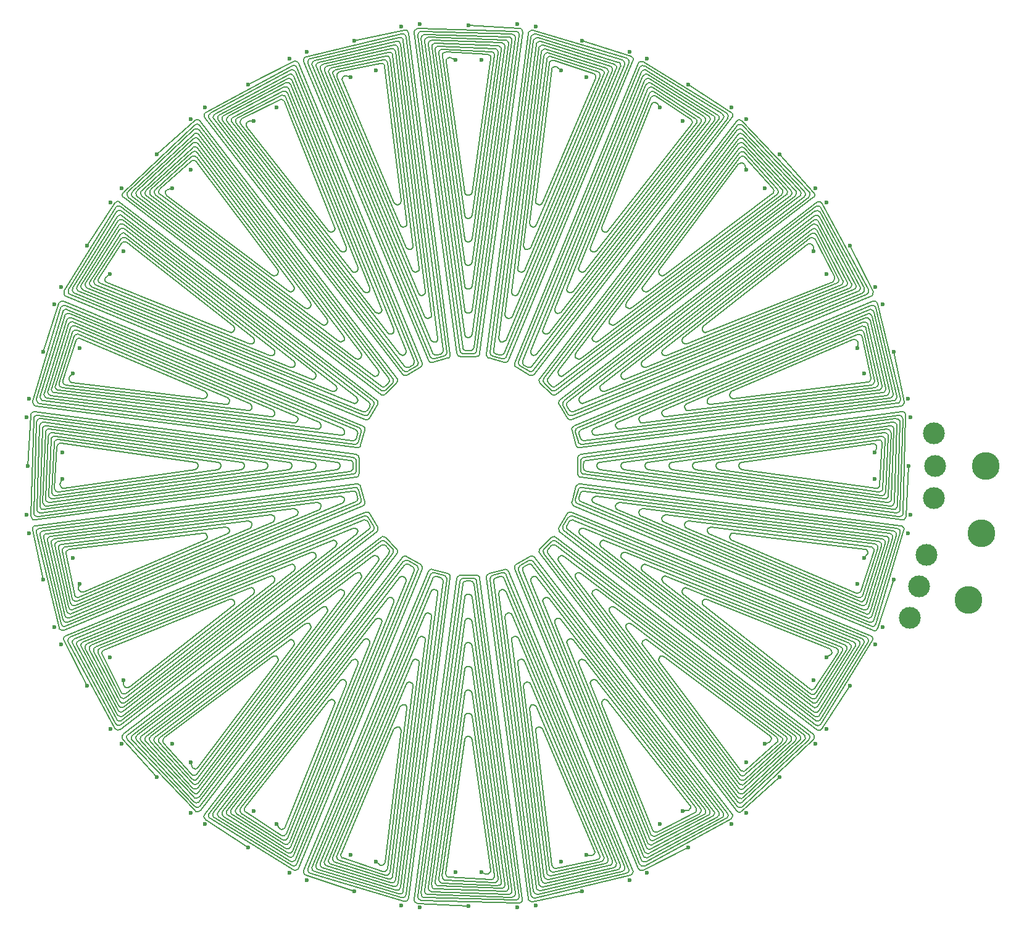
<source format=gbr>
%TF.GenerationSoftware,KiCad,Pcbnew,8.0.0*%
%TF.CreationDate,2024-10-30T22:06:19-04:00*%
%TF.ProjectId,mycoil,6d79636f-696c-42e6-9b69-6361645f7063,rev?*%
%TF.SameCoordinates,Original*%
%TF.FileFunction,Copper,L3,Inr*%
%TF.FilePolarity,Positive*%
%FSLAX46Y46*%
G04 Gerber Fmt 4.6, Leading zero omitted, Abs format (unit mm)*
G04 Created by KiCad (PCBNEW 8.0.0) date 2024-10-30 22:06:19*
%MOMM*%
%LPD*%
G01*
G04 APERTURE LIST*
%TA.AperFunction,ComponentPad*%
%ADD10C,3.800000*%
%TD*%
%TA.AperFunction,ComponentPad*%
%ADD11C,3.000000*%
%TD*%
%TA.AperFunction,ViaPad*%
%ADD12C,0.600000*%
%TD*%
%TA.AperFunction,Conductor*%
%ADD13C,0.200000*%
%TD*%
G04 APERTURE END LIST*
D10*
%TO.N,N/C*%
%TO.C,*%
X56000000Y-7500000D03*
%TD*%
%TO.N,N/C*%
%TO.C,*%
X55392585Y-16767360D03*
%TD*%
%TO.N,N/C*%
%TO.C,*%
X53580734Y-25876152D03*
%TD*%
D11*
%TO.N,N/C*%
%TO.C,*%
X49000000Y-7500000D03*
%TD*%
%TO.N,N/C*%
%TO.C,*%
X48844099Y-3035586D03*
%TD*%
%TO.N,N/C*%
%TO.C,*%
X48844099Y-11964414D03*
%TD*%
%TO.N,N/C*%
%TO.C,*%
X46819253Y-24064419D03*
%TD*%
%TO.N,N/C*%
%TO.C,*%
X47824140Y-19711776D03*
%TD*%
%TO.N,N/C*%
%TO.C,*%
X45513189Y-28336362D03*
%TD*%
D12*
%TO.N,*%
X23109544Y-55089219D03*
X27705738Y-50210183D03*
X23109544Y-48159573D03*
X45600000Y-14200000D03*
X40700000Y-9300000D03*
X45400000Y-7500000D03*
X40700000Y-5700000D03*
X45400000Y-7500000D03*
X45600000Y-800000D03*
X41801017Y-29656137D03*
X38336194Y-23654887D03*
X43341920Y-23132670D03*
X39267943Y-20177554D03*
X43341920Y-23132670D03*
X45269193Y-16712731D03*
X34131139Y-43602370D03*
X32337615Y-36908846D03*
X37307934Y-37700000D03*
X34137615Y-33791154D03*
X37307934Y-37700000D03*
X40831139Y-31997630D03*
X25658640Y-45613056D03*
X27709250Y-50209250D03*
X32588286Y-45613056D03*
X9497630Y-63331139D03*
X11291154Y-56637615D03*
X15200000Y-59807934D03*
X14408846Y-54837615D03*
X15200000Y-59807934D03*
X21102370Y-56631139D03*
X-5787269Y-67769193D03*
X-2322446Y-61767943D03*
X632670Y-65841920D03*
X1154887Y-60836194D03*
X632670Y-65841920D03*
X7156137Y-64301017D03*
X-21700000Y-68100000D03*
X-16800000Y-63200000D03*
X-15000000Y-67900000D03*
X-13200000Y-63200000D03*
X-15000000Y-67900000D03*
X-8300000Y-68100000D03*
X-37156137Y-64301017D03*
X-31154887Y-60836194D03*
X-30632670Y-65841920D03*
X-27677554Y-61767943D03*
X-30632670Y-65841920D03*
X-24212731Y-67769193D03*
X-51102370Y-56631139D03*
X-44408846Y-54837615D03*
X-45200000Y-59807934D03*
X-41291154Y-56637615D03*
X-45200000Y-59807934D03*
X-39497630Y-63331139D03*
X-62588286Y-45613056D03*
X-55658640Y-45613056D03*
X-57709250Y-50209250D03*
X-53113056Y-48158640D03*
X-57709250Y-50209250D03*
X-53113056Y-55088286D03*
X-70831139Y-31997630D03*
X-64137615Y-33791154D03*
X-67307934Y-37700000D03*
X-62337615Y-36908846D03*
X-67307934Y-37700000D03*
X-64131139Y-43602370D03*
X-75269193Y-16712731D03*
X-69267943Y-20177554D03*
X-73341920Y-23132670D03*
X-68336194Y-23654887D03*
X-73341920Y-23132670D03*
X-71801017Y-29656137D03*
X-75600000Y-800000D03*
X-70700000Y-5700000D03*
X-75400000Y-7500000D03*
X-70700000Y-9300000D03*
X-75400000Y-7500000D03*
X-75600000Y-14200000D03*
X-71801017Y14656137D03*
X-68336194Y8654887D03*
X-73341920Y8132670D03*
X-69267943Y5177554D03*
X-73341920Y8132670D03*
X-75269193Y1712731D03*
X-64131139Y28602370D03*
X-62337615Y21908846D03*
X-67307934Y22700000D03*
X-64137615Y18791154D03*
X-67307934Y22700000D03*
X-70831139Y16997630D03*
X-53113056Y40088286D03*
X-53113056Y33158640D03*
X-57709250Y35209250D03*
X-55658640Y30613056D03*
X-57709250Y35209250D03*
X-62588286Y30613056D03*
X-39497630Y48331139D03*
X-41291154Y41637615D03*
X-45200000Y44807934D03*
X-44408846Y39837615D03*
X-45200000Y44807934D03*
X-51102370Y41631139D03*
X-24212731Y52769193D03*
X-27677554Y46767943D03*
X-30632670Y50841920D03*
X-31154887Y45836194D03*
X-30632670Y50841920D03*
X-37156137Y49301017D03*
X-8300000Y53100000D03*
X-13200000Y48200000D03*
X-15000000Y52900000D03*
X-16800000Y48200000D03*
X-15000000Y52900000D03*
X-21700000Y53100000D03*
X7156137Y49301017D03*
X1154887Y45836194D03*
X632670Y50841920D03*
X-2322446Y46767943D03*
X632670Y50841920D03*
X-5787269Y52769193D03*
X21102370Y41631139D03*
X14408846Y39837615D03*
X15200000Y44807934D03*
X11291154Y41637615D03*
X15200000Y44807934D03*
X9497630Y48331139D03*
X32588286Y30613056D03*
X25658640Y30613056D03*
X27709250Y35209250D03*
X23113056Y33158640D03*
X27709250Y35209250D03*
X23113056Y40088286D03*
X40831139Y16997630D03*
X34137615Y18791154D03*
X37307934Y22700000D03*
X32337615Y21908846D03*
X37307934Y22700000D03*
X34131139Y28602370D03*
X45269193Y1712731D03*
X39267943Y5177554D03*
X43341920Y8132670D03*
X38336194Y8654887D03*
X43341920Y8132670D03*
X41801017Y14656137D03*
%TD*%
D13*
%TO.N,*%
X45400000Y-7500000D02*
X45028828Y-14459476D01*
X45028828Y-14459476D02*
X44993256Y-14619836D01*
X44993256Y-14619836D02*
X44907638Y-14760017D01*
X44907638Y-14760017D02*
X44781214Y-14864887D01*
X44781214Y-14864887D02*
X44627628Y-14923131D01*
X44627628Y-14923131D02*
X44463456Y-14928461D01*
X44463456Y-14928461D02*
X433918Y-9057856D01*
X433918Y-9057856D02*
X296028Y-9018745D01*
X296028Y-9018745D02*
X174899Y-8942123D01*
X174899Y-8942123D02*
X80485Y-8834284D01*
X80485Y-8834284D02*
X20543Y-8704091D01*
X20543Y-8704091D02*
X0Y-8562242D01*
X0Y-8562242D02*
X0Y-6437758D01*
X0Y-6437758D02*
X20543Y-6295909D01*
X20543Y-6295909D02*
X80485Y-6165716D01*
X80485Y-6165716D02*
X174899Y-6057877D01*
X174899Y-6057877D02*
X296028Y-5981255D01*
X296028Y-5981255D02*
X433918Y-5942144D01*
X433918Y-5942144D02*
X44417937Y-77608D01*
X44417937Y-77608D02*
X44590022Y-84588D01*
X44590022Y-84588D02*
X44749529Y-149543D01*
X44749529Y-149543D02*
X44877535Y-264766D01*
X44877535Y-264766D02*
X44958851Y-416586D01*
X44958851Y-416586D02*
X44983829Y-586991D01*
X44983829Y-586991D02*
X44615305Y-13964411D01*
X44615305Y-13964411D02*
X44582945Y-14128099D01*
X44582945Y-14128099D02*
X44498527Y-14272024D01*
X44498527Y-14272024D02*
X44371454Y-14380160D01*
X44371454Y-14380160D02*
X44215876Y-14440462D01*
X44215876Y-14440462D02*
X44049119Y-14446217D01*
X44049119Y-14446217D02*
X833624Y-8658078D01*
X833624Y-8658078D02*
X695812Y-8618910D01*
X695812Y-8618910D02*
X574764Y-8542269D01*
X574764Y-8542269D02*
X480420Y-8434446D01*
X480420Y-8434446D02*
X420526Y-8304296D01*
X420526Y-8304296D02*
X400000Y-8162504D01*
X400000Y-8162504D02*
X400000Y-6837496D01*
X400000Y-6837496D02*
X420526Y-6695704D01*
X420526Y-6695704D02*
X480420Y-6565554D01*
X480420Y-6565554D02*
X574764Y-6457731D01*
X574764Y-6457731D02*
X695812Y-6381090D01*
X695812Y-6381090D02*
X833624Y-6341922D01*
X833624Y-6341922D02*
X44016483Y-558154D01*
X44016483Y-558154D02*
X44188820Y-565086D01*
X44188820Y-565086D02*
X44348548Y-630162D01*
X44348548Y-630162D02*
X44476661Y-745639D01*
X44476661Y-745639D02*
X44557915Y-897777D01*
X44557915Y-897777D02*
X44582641Y-1068472D01*
X44582641Y-1068472D02*
X44216366Y-13485187D01*
X44216366Y-13485187D02*
X44183734Y-13648686D01*
X44183734Y-13648686D02*
X44099161Y-13792368D01*
X44099161Y-13792368D02*
X43972049Y-13900255D01*
X43972049Y-13900255D02*
X43816533Y-13960352D01*
X43816533Y-13960352D02*
X43649903Y-13965978D01*
X43649903Y-13965978D02*
X1233320Y-8258308D01*
X1233320Y-8258308D02*
X1095587Y-8219081D01*
X1095587Y-8219081D02*
X974624Y-8142420D01*
X974624Y-8142420D02*
X880354Y-8034614D01*
X880354Y-8034614D02*
X820509Y-7904508D01*
X820509Y-7904508D02*
X800000Y-7762775D01*
X800000Y-7762775D02*
X800000Y-7237225D01*
X800000Y-7237225D02*
X820509Y-7095492D01*
X820509Y-7095492D02*
X880354Y-6965386D01*
X880354Y-6965386D02*
X974624Y-6857580D01*
X974624Y-6857580D02*
X1095587Y-6780919D01*
X1095587Y-6780919D02*
X1233320Y-6741692D01*
X1233320Y-6741692D02*
X43614837Y-1038741D01*
X43614837Y-1038741D02*
X43787458Y-1045627D01*
X43787458Y-1045627D02*
X43947431Y-1110848D01*
X43947431Y-1110848D02*
X44075659Y-1226619D01*
X44075659Y-1226619D02*
X44156834Y-1379118D01*
X44156834Y-1379118D02*
X44181265Y-1550140D01*
X44181265Y-1550140D02*
X43817605Y-13005455D01*
X43817605Y-13005455D02*
X43784620Y-13168842D01*
X43784620Y-13168842D02*
X43699763Y-13312309D01*
X43699763Y-13312309D02*
X43572463Y-13419910D01*
X43572463Y-13419910D02*
X43416867Y-13479689D01*
X43416867Y-13479689D02*
X43250268Y-13485001D01*
X43250268Y-13485001D02*
X3012525Y-7995411D01*
X3012525Y-7995411D02*
X2754320Y-7879287D01*
X2754320Y-7879287D02*
X2600570Y-7641558D01*
X2600570Y-7641558D02*
X2600570Y-7358442D01*
X2600570Y-7358442D02*
X2754320Y-7120713D01*
X2754320Y-7120713D02*
X3012525Y-7004589D01*
X3012525Y-7004589D02*
X43212337Y-1520174D01*
X43212337Y-1520174D02*
X43385405Y-1526838D01*
X43385405Y-1526838D02*
X43545816Y-1592144D01*
X43545816Y-1592144D02*
X43674324Y-1708259D01*
X43674324Y-1708259D02*
X43755510Y-1861249D01*
X43755510Y-1861249D02*
X43779630Y-2032757D01*
X43779630Y-2032757D02*
X43419020Y-12526526D01*
X43419020Y-12526526D02*
X43385674Y-12689655D01*
X43385674Y-12689655D02*
X43300613Y-12832791D01*
X43300613Y-12832791D02*
X43173269Y-12940059D01*
X43173269Y-12940059D02*
X43017764Y-12999566D01*
X43017764Y-12999566D02*
X42851341Y-13004712D01*
X42851341Y-13004712D02*
X6345822Y-7995358D01*
X6345822Y-7995358D02*
X6087826Y-7879135D01*
X6087826Y-7879135D02*
X5934231Y-7641483D01*
X5934231Y-7641483D02*
X5934231Y-7358517D01*
X5934231Y-7358517D02*
X6087826Y-7120865D01*
X6087826Y-7120865D02*
X6345822Y-7004642D01*
X6345822Y-7004642D02*
X42810091Y-2000948D01*
X42810091Y-2000948D02*
X42983542Y-2007558D01*
X42983542Y-2007558D02*
X43144281Y-2073070D01*
X43144281Y-2073070D02*
X43272937Y-2189588D01*
X43272937Y-2189588D02*
X43354005Y-2343070D01*
X43354005Y-2343070D02*
X43377715Y-2515020D01*
X43377715Y-2515020D02*
X43020680Y-12047842D01*
X43020680Y-12047842D02*
X42986914Y-12210657D01*
X42986914Y-12210657D02*
X42901623Y-12353396D01*
X42901623Y-12353396D02*
X42774240Y-12460272D01*
X42774240Y-12460272D02*
X42618853Y-12519466D01*
X42618853Y-12519466D02*
X42452647Y-12524430D01*
X42452647Y-12524430D02*
X9648183Y-7995302D01*
X9648183Y-7995302D02*
X9390408Y-7878973D01*
X9390408Y-7878973D02*
X9236978Y-7641404D01*
X9236978Y-7641404D02*
X9236978Y-7358596D01*
X9236978Y-7358596D02*
X9390408Y-7121027D01*
X9390408Y-7121027D02*
X9648183Y-7004698D01*
X9648183Y-7004698D02*
X42407444Y-2481811D01*
X42407444Y-2481811D02*
X42581342Y-2488373D01*
X42581342Y-2488373D02*
X42742458Y-2554137D01*
X42742458Y-2554137D02*
X42871277Y-2671139D01*
X42871277Y-2671139D02*
X42952193Y-2825205D01*
X42952193Y-2825205D02*
X42975404Y-2997671D01*
X42975404Y-2997671D02*
X42622655Y-11569478D01*
X42622655Y-11569478D02*
X42588391Y-11731906D01*
X42588391Y-11731906D02*
X42502836Y-11874164D01*
X42502836Y-11874164D02*
X42375421Y-11980571D01*
X42375421Y-11980571D02*
X42220191Y-12039398D01*
X42220191Y-12039398D02*
X42054257Y-12044160D01*
X42054257Y-12044160D02*
X12918116Y-7995241D01*
X12918116Y-7995241D02*
X12660578Y-7878800D01*
X12660578Y-7878800D02*
X12507324Y-7641319D01*
X12507324Y-7641319D02*
X12507324Y-7358681D01*
X12507324Y-7358681D02*
X12660578Y-7121200D01*
X12660578Y-7121200D02*
X12918116Y-7004759D01*
X12918116Y-7004759D02*
X42004264Y-2962787D01*
X42004264Y-2962787D02*
X42178694Y-2969308D01*
X42178694Y-2969308D02*
X42340253Y-3035392D01*
X42340253Y-3035392D02*
X42469252Y-3152983D01*
X42469252Y-3152983D02*
X42549968Y-3307752D01*
X42549968Y-3307752D02*
X42572565Y-3480835D01*
X42572565Y-3480835D02*
X42225044Y-11091544D01*
X42225044Y-11091544D02*
X42190180Y-11253486D01*
X42190180Y-11253486D02*
X42104318Y-11395150D01*
X42104318Y-11395150D02*
X41976882Y-11500986D01*
X41976882Y-11500986D02*
X41821861Y-11559376D01*
X41821861Y-11559376D02*
X41656270Y-11563912D01*
X41656270Y-11563912D02*
X16153977Y-7995175D01*
X16153977Y-7995175D02*
X15896694Y-7878613D01*
X15896694Y-7878613D02*
X15743630Y-7641227D01*
X15743630Y-7641227D02*
X15743630Y-7358773D01*
X15743630Y-7358773D02*
X15896694Y-7121387D01*
X15896694Y-7121387D02*
X16153977Y-7004825D01*
X16153977Y-7004825D02*
X41600352Y-3443913D01*
X41600352Y-3443913D02*
X41775430Y-3450407D01*
X41775430Y-3450407D02*
X41937520Y-3516899D01*
X41937520Y-3516899D02*
X42066721Y-3635227D01*
X42066721Y-3635227D02*
X42147170Y-3790862D01*
X42147170Y-3790862D02*
X42168990Y-3964696D01*
X42168990Y-3964696D02*
X41827990Y-10614201D01*
X41827990Y-10614201D02*
X41792389Y-10775522D01*
X41792389Y-10775522D02*
X41706163Y-10916437D01*
X41706163Y-10916437D02*
X41578723Y-11021561D01*
X41578723Y-11021561D02*
X41423984Y-11079420D01*
X41423984Y-11079420D02*
X41258836Y-11083696D01*
X41258836Y-11083696D02*
X19353906Y-7995103D01*
X19353906Y-7995103D02*
X19096903Y-7878409D01*
X19096903Y-7878409D02*
X18944046Y-7641128D01*
X18944046Y-7641128D02*
X18944046Y-7358872D01*
X18944046Y-7358872D02*
X19096903Y-7121591D01*
X19096903Y-7121591D02*
X19353906Y-7004897D01*
X19353906Y-7004897D02*
X41195398Y-3925249D01*
X41195398Y-3925249D02*
X41371285Y-3931734D01*
X41371285Y-3931734D02*
X41534028Y-3998765D01*
X41534028Y-3998765D02*
X41663460Y-4118037D01*
X41663460Y-4118037D02*
X41743544Y-4274769D01*
X41743544Y-4274769D02*
X41764354Y-4449541D01*
X41764354Y-4449541D02*
X41431713Y-10137701D01*
X41431713Y-10137701D02*
X41395185Y-10298206D01*
X41395185Y-10298206D02*
X41308515Y-10438151D01*
X41308515Y-10438151D02*
X41181099Y-10542368D01*
X41181099Y-10542368D02*
X41026745Y-10599562D01*
X41026745Y-10599562D02*
X40862184Y-10603533D01*
X40862184Y-10603533D02*
X22515728Y-7995022D01*
X22515728Y-7995022D02*
X22259035Y-7878182D01*
X22259035Y-7878182D02*
X22106408Y-7641016D01*
X22106408Y-7641016D02*
X22106408Y-7358984D01*
X22106408Y-7358984D02*
X22259035Y-7121818D01*
X22259035Y-7121818D02*
X22515728Y-7004978D01*
X22515728Y-7004978D02*
X40449308Y-4455170D01*
X40449308Y-4455170D02*
X40665088Y-4471799D01*
X40665088Y-4471799D02*
X40853628Y-4578055D01*
X40853628Y-4578055D02*
X40979605Y-4754030D01*
X40979605Y-4754030D02*
X41019416Y-4966757D01*
X41019416Y-4966757D02*
X40965605Y-5176380D01*
X40965605Y-5176380D02*
X40700000Y-5700000D01*
X43341920Y-23132670D02*
X41182150Y-29758941D01*
X41182150Y-29758941D02*
X41106286Y-29904631D01*
X41106286Y-29904631D02*
X40987304Y-30017875D01*
X40987304Y-30017875D02*
X40838045Y-30086452D01*
X40838045Y-30086452D02*
X40674618Y-30102959D01*
X40674618Y-30102959D02*
X40514660Y-30065617D01*
X40514660Y-30065617D02*
X-495183Y-12999365D01*
X-495183Y-12999365D02*
X-618252Y-12925899D01*
X-618252Y-12925899D02*
X-715422Y-12820537D01*
X-715422Y-12820537D02*
X-778708Y-12691936D01*
X-778708Y-12691936D02*
X-802911Y-12550665D01*
X-802911Y-12550665D02*
X-786041Y-12408332D01*
X-786041Y-12408332D02*
X-236184Y-10356239D01*
X-236184Y-10356239D02*
X-179628Y-10224540D01*
X-179628Y-10224540D02*
X-88032Y-10114297D01*
X-88032Y-10114297D02*
X31076Y-10034569D01*
X31076Y-10034569D02*
X167909Y-9991908D01*
X167909Y-9991908D02*
X311223Y-9989819D01*
X311223Y-9989819D02*
X44314376Y-15709014D01*
X44314376Y-15709014D02*
X44478791Y-15760295D01*
X44478791Y-15760295D02*
X44616052Y-15864320D01*
X44616052Y-15864320D02*
X44709874Y-16008747D01*
X44709874Y-16008747D02*
X44749125Y-16176440D01*
X44749125Y-16176440D02*
X44729148Y-16347504D01*
X44729148Y-16347504D02*
X40910850Y-29173718D01*
X40910850Y-29173718D02*
X40837227Y-29323453D01*
X40837227Y-29323453D02*
X40718435Y-29440625D01*
X40718435Y-29440625D02*
X40567704Y-29512187D01*
X40567704Y-29512187D02*
X40401820Y-29530168D01*
X40401820Y-29530168D02*
X40239256Y-29492567D01*
X40239256Y-29492567D02*
X-5626Y-12716661D01*
X-5626Y-12716661D02*
X-128605Y-12643159D01*
X-128605Y-12643159D02*
X-225692Y-12537800D01*
X-225692Y-12537800D02*
X-288915Y-12409234D01*
X-288915Y-12409234D02*
X-313082Y-12268016D01*
X-313082Y-12268016D02*
X-296211Y-12125743D01*
X-296211Y-12125743D02*
X46726Y-10845884D01*
X46726Y-10845884D02*
X103252Y-10714236D01*
X103252Y-10714236D02*
X194790Y-10604022D01*
X194790Y-10604022D02*
X313826Y-10524291D01*
X313826Y-10524291D02*
X450585Y-10481591D01*
X450585Y-10481591D02*
X593839Y-10479426D01*
X593839Y-10479426D02*
X43802227Y-16069282D01*
X43802227Y-16069282D02*
X43966897Y-16120581D01*
X43966897Y-16120581D02*
X44104340Y-16224781D01*
X44104340Y-16224781D02*
X44198200Y-16369481D01*
X44198200Y-16369481D02*
X44237309Y-16537465D01*
X44237309Y-16537465D02*
X44217014Y-16708743D01*
X44217014Y-16708743D02*
X40649537Y-28607570D01*
X40649537Y-28607570D02*
X40575700Y-28757053D01*
X40575700Y-28757053D02*
X40456821Y-28873949D01*
X40456821Y-28873949D02*
X40306117Y-28945261D01*
X40306117Y-28945261D02*
X40140346Y-28963060D01*
X40140346Y-28963060D02*
X39977938Y-28925367D01*
X39977938Y-28925367D02*
X483918Y-12433962D01*
X483918Y-12433962D02*
X361032Y-12360424D01*
X361032Y-12360424D02*
X264032Y-12255067D01*
X264032Y-12255067D02*
X200875Y-12126536D01*
X200875Y-12126536D02*
X176744Y-11985374D01*
X176744Y-11985374D02*
X193617Y-11843162D01*
X193617Y-11843162D02*
X329639Y-11335520D01*
X329639Y-11335520D02*
X386133Y-11203924D01*
X386133Y-11203924D02*
X477612Y-11093740D01*
X477612Y-11093740D02*
X596573Y-11014007D01*
X596573Y-11014007D02*
X733255Y-10971266D01*
X733255Y-10971266D02*
X876448Y-10969023D01*
X876448Y-10969023D02*
X43289882Y-16429539D01*
X43289882Y-16429539D02*
X43454838Y-16480868D01*
X43454838Y-16480868D02*
X43592480Y-16585271D01*
X43592480Y-16585271D02*
X43686375Y-16730285D01*
X43686375Y-16730285D02*
X43725315Y-16898597D01*
X43725315Y-16898597D02*
X43704650Y-17070115D01*
X43704650Y-17070115D02*
X40388527Y-28040977D01*
X40388527Y-28040977D02*
X40314379Y-28190261D01*
X40314379Y-28190261D02*
X40195281Y-28306876D01*
X40195281Y-28306876D02*
X40044469Y-28377863D01*
X40044469Y-28377863D02*
X39878703Y-28395334D01*
X39878703Y-28395334D02*
X39716406Y-28357345D01*
X39716406Y-28357345D02*
X2270541Y-12640515D01*
X2270541Y-12640515D02*
X2051190Y-12461520D01*
X2051190Y-12461520D02*
X1964208Y-12192097D01*
X1964208Y-12192097D02*
X2037483Y-11918629D01*
X2037483Y-11918629D02*
X2247523Y-11728793D01*
X2247523Y-11728793D02*
X2526985Y-11683454D01*
X2526985Y-11683454D02*
X42776492Y-16790393D01*
X42776492Y-16790393D02*
X42941939Y-16841623D01*
X42941939Y-16841623D02*
X43079982Y-16946222D01*
X43079982Y-16946222D02*
X43174058Y-17091640D01*
X43174058Y-17091640D02*
X43212880Y-17260429D01*
X43212880Y-17260429D02*
X43191790Y-17432337D01*
X43191790Y-17432337D02*
X40127479Y-27475206D01*
X40127479Y-27475206D02*
X40053049Y-27624147D01*
X40053049Y-27624147D02*
X39933840Y-27740389D01*
X39933840Y-27740389D02*
X39783072Y-27811044D01*
X39783072Y-27811044D02*
X39617464Y-27828275D01*
X39617464Y-27828275D02*
X39455380Y-27790172D01*
X39455380Y-27790172D02*
X5490273Y-13503184D01*
X5490273Y-13503184D02*
X5271148Y-13324147D01*
X5271148Y-13324147D02*
X5184296Y-13054840D01*
X5184296Y-13054840D02*
X5257533Y-12781516D01*
X5257533Y-12781516D02*
X5467403Y-12591715D01*
X5467403Y-12591715D02*
X5746689Y-12546226D01*
X5746689Y-12546226D02*
X42263519Y-17150677D01*
X42263519Y-17150677D02*
X42429349Y-17201954D01*
X42429349Y-17201954D02*
X42567655Y-17306835D01*
X42567655Y-17306835D02*
X42661770Y-17452682D01*
X42661770Y-17452682D02*
X42700352Y-17621916D01*
X42700352Y-17621916D02*
X42678750Y-17794143D01*
X42678750Y-17794143D02*
X39866605Y-26909735D01*
X39866605Y-26909735D02*
X39791850Y-27058263D01*
X39791850Y-27058263D02*
X39672521Y-27174063D01*
X39672521Y-27174063D02*
X39521817Y-27244329D01*
X39521817Y-27244329D02*
X39356404Y-27261288D01*
X39356404Y-27261288D02*
X39194577Y-27223066D01*
X39194577Y-27223066D02*
X8680123Y-14357844D01*
X8680123Y-14357844D02*
X8461239Y-14178762D01*
X8461239Y-14178762D02*
X8374525Y-13909577D01*
X8374525Y-13909577D02*
X8447721Y-13636406D01*
X8447721Y-13636406D02*
X8657410Y-13446642D01*
X8657410Y-13446642D02*
X8936510Y-13400994D01*
X8936510Y-13400994D02*
X41750135Y-17510941D01*
X41750135Y-17510941D02*
X41916410Y-17562288D01*
X41916410Y-17562288D02*
X42055015Y-17667512D01*
X42055015Y-17667512D02*
X42149162Y-17813867D01*
X42149162Y-17813867D02*
X42187446Y-17983626D01*
X42187446Y-17983626D02*
X42165229Y-18156223D01*
X42165229Y-18156223D02*
X39605952Y-26344655D01*
X39605952Y-26344655D02*
X39530816Y-26492680D01*
X39530816Y-26492680D02*
X39411357Y-26607947D01*
X39411357Y-26607947D02*
X39260744Y-26677751D01*
X39260744Y-26677751D02*
X39095578Y-26694397D01*
X39095578Y-26694397D02*
X38934065Y-26656050D01*
X38934065Y-26656050D02*
X11838651Y-15204106D01*
X11838651Y-15204106D02*
X11620026Y-15024977D01*
X11620026Y-15024977D02*
X11533459Y-14755923D01*
X11533459Y-14755923D02*
X11606611Y-14482916D01*
X11606611Y-14482916D02*
X11816107Y-14293191D01*
X11816107Y-14293191D02*
X12095007Y-14247374D01*
X12095007Y-14247374D02*
X41236208Y-17871178D01*
X41236208Y-17871178D02*
X41403006Y-17922623D01*
X41403006Y-17922623D02*
X41541957Y-18028269D01*
X41541957Y-18028269D02*
X41636125Y-18175241D01*
X41636125Y-18175241D02*
X41674034Y-18345627D01*
X41674034Y-18345627D02*
X41651063Y-18518661D01*
X41651063Y-18518661D02*
X39345588Y-25780096D01*
X39345588Y-25780096D02*
X39269998Y-25927497D01*
X39269998Y-25927497D02*
X39150396Y-26042111D01*
X39150396Y-26042111D02*
X38999911Y-26111358D01*
X38999911Y-26111358D02*
X38835059Y-26127636D01*
X38835059Y-26127636D02*
X38673937Y-26089159D01*
X38673937Y-26089159D02*
X14964270Y-16041545D01*
X14964270Y-16041545D02*
X14745923Y-15862365D01*
X14745923Y-15862365D02*
X14659514Y-15593452D01*
X14659514Y-15593452D02*
X14732619Y-15320622D01*
X14732619Y-15320622D02*
X14941907Y-15130940D01*
X14941907Y-15130940D02*
X15220591Y-15084940D01*
X15220591Y-15084940D02*
X40721535Y-18231370D01*
X40721535Y-18231370D02*
X40888966Y-18282956D01*
X40888966Y-18282956D02*
X41028323Y-18389135D01*
X41028323Y-18389135D02*
X41122496Y-18536870D01*
X41122496Y-18536870D02*
X41159923Y-18708024D01*
X41159923Y-18708024D02*
X41136008Y-18881582D01*
X41136008Y-18881582D02*
X39085608Y-25216253D01*
X39085608Y-25216253D02*
X39009468Y-25362863D01*
X39009468Y-25362863D02*
X38889708Y-25476659D01*
X38889708Y-25476659D02*
X38739403Y-25545218D01*
X38739403Y-25545218D02*
X38574961Y-25561056D01*
X38574961Y-25561056D02*
X38414334Y-25522443D01*
X38414334Y-25522443D02*
X18055183Y-16869678D01*
X18055183Y-16869678D02*
X17837139Y-16690443D01*
X17837139Y-16690443D02*
X17750904Y-16421684D01*
X17750904Y-16421684D02*
X17823957Y-16149047D01*
X17823957Y-16149047D02*
X18033018Y-15959413D01*
X18033018Y-15959413D02*
X18311467Y-15913213D01*
X18311467Y-15913213D02*
X40205800Y-18591495D01*
X40205800Y-18591495D02*
X40374015Y-18643282D01*
X40374015Y-18643282D02*
X40513864Y-18750150D01*
X40513864Y-18750150D02*
X40608016Y-18898857D01*
X40608016Y-18898857D02*
X40644805Y-19070976D01*
X40644805Y-19070976D02*
X40619673Y-19245179D01*
X40619673Y-19245179D02*
X38826162Y-24653426D01*
X38826162Y-24653426D02*
X38749336Y-24799007D01*
X38749336Y-24799007D02*
X38629400Y-24911752D01*
X38629400Y-24911752D02*
X38479351Y-24979440D01*
X38479351Y-24979440D02*
X38315454Y-24994735D01*
X38315454Y-24994735D02*
X38155472Y-24955980D01*
X38155472Y-24955980D02*
X21109290Y-17687939D01*
X21109290Y-17687939D02*
X20891584Y-17508644D01*
X20891584Y-17508644D02*
X20805540Y-17240057D01*
X20805540Y-17240057D02*
X20878536Y-16967634D01*
X20878536Y-16967634D02*
X21087345Y-16778052D01*
X21087345Y-16778052D02*
X21365532Y-16731631D01*
X21365532Y-16731631D02*
X39347979Y-18910257D01*
X39347979Y-18910257D02*
X39552103Y-18982167D01*
X39552103Y-18982167D02*
X39706717Y-19133600D01*
X39706717Y-19133600D02*
X39782855Y-19336185D01*
X39782855Y-19336185D02*
X39766253Y-19551967D01*
X39766253Y-19551967D02*
X39660020Y-19740519D01*
X39660020Y-19740519D02*
X39267943Y-20177554D01*
X37307934Y-37700000D02*
X33506752Y-43541497D01*
X33506752Y-43541497D02*
X33395766Y-43662587D01*
X33395766Y-43662587D02*
X33251528Y-43741178D01*
X33251528Y-43741178D02*
X33089606Y-43768786D01*
X33089606Y-43768786D02*
X32927475Y-43742434D01*
X32927475Y-43742434D02*
X32782633Y-43664964D01*
X32782633Y-43664964D02*
X-2412763Y-16566102D01*
X-2412763Y-16566102D02*
X-2512624Y-16463286D01*
X-2512624Y-16463286D02*
X-2579213Y-16336365D01*
X-2579213Y-16336365D02*
X-2607059Y-16195766D01*
X-2607059Y-16195766D02*
X-2593874Y-16053045D01*
X-2593874Y-16053045D02*
X-2540740Y-15919928D01*
X-2540740Y-15919928D02*
X-1478498Y-14080072D01*
X-1478498Y-14080072D02*
X-1389782Y-13967498D01*
X-1389782Y-13967498D02*
X-1272775Y-13884718D01*
X-1272775Y-13884718D02*
X-1137090Y-13838535D01*
X-1137090Y-13838535D02*
X-993878Y-13832742D01*
X-993878Y-13832742D02*
X-854907Y-13867816D01*
X-854907Y-13867816D02*
X40168639Y-30780989D01*
X40168639Y-30780989D02*
X40314179Y-30873076D01*
X40314179Y-30873076D02*
X40419839Y-31009082D01*
X40419839Y-31009082D02*
X40473083Y-31172871D01*
X40473083Y-31172871D02*
X40467595Y-31345009D01*
X40467595Y-31345009D02*
X40404025Y-31505073D01*
X40404025Y-31505073D02*
X33396163Y-42905997D01*
X33396163Y-42905997D02*
X33286294Y-43031574D01*
X33286294Y-43031574D02*
X33141224Y-43114009D01*
X33141224Y-43114009D02*
X32977108Y-43144120D01*
X32977108Y-43144120D02*
X32812222Y-43118555D01*
X32812222Y-43118555D02*
X32664929Y-43040160D01*
X32664929Y-43040160D02*
X-1866718Y-16419737D01*
X-1866718Y-16419737D02*
X-1966483Y-16316911D01*
X-1966483Y-16316911D02*
X-2032993Y-16190013D01*
X-2032993Y-16190013D02*
X-2060786Y-16049465D01*
X-2060786Y-16049465D02*
X-2047580Y-15906804D01*
X-2047580Y-15906804D02*
X-1994461Y-15773745D01*
X-1994461Y-15773745D02*
X-1331957Y-14626255D01*
X-1331957Y-14626255D02*
X-1243284Y-14513722D01*
X-1243284Y-14513722D02*
X-1126339Y-14430956D01*
X-1126339Y-14430956D02*
X-990724Y-14384751D01*
X-990724Y-14384751D02*
X-847573Y-14378901D01*
X-847573Y-14378901D02*
X-708640Y-14413887D01*
X-708640Y-14413887D02*
X39580696Y-30996427D01*
X39580696Y-30996427D02*
X39726479Y-31088598D01*
X39726479Y-31088598D02*
X39832269Y-31224820D01*
X39832269Y-31224820D02*
X39885480Y-31388883D01*
X39885480Y-31388883D02*
X39879779Y-31561265D01*
X39879779Y-31561265D02*
X39815845Y-31721454D01*
X39815845Y-31721454D02*
X33290284Y-42291507D01*
X33290284Y-42291507D02*
X33180274Y-42416786D01*
X33180274Y-42416786D02*
X33035190Y-42498931D01*
X33035190Y-42498931D02*
X32871165Y-42528808D01*
X32871165Y-42528808D02*
X32706435Y-42503096D01*
X32706435Y-42503096D02*
X32559317Y-42424653D01*
X32559317Y-42424653D02*
X-1320687Y-16273374D01*
X-1320687Y-16273374D02*
X-1420353Y-16170536D01*
X-1420353Y-16170536D02*
X-1486780Y-16043664D01*
X-1486780Y-16043664D02*
X-1514518Y-15903166D01*
X-1514518Y-15903166D02*
X-1501291Y-15760569D01*
X-1501291Y-15760569D02*
X-1448186Y-15627570D01*
X-1448186Y-15627570D02*
X-1185411Y-15172430D01*
X-1185411Y-15172430D02*
X-1096783Y-15059940D01*
X-1096783Y-15059940D02*
X-979903Y-14977187D01*
X-979903Y-14977187D02*
X-844360Y-14930960D01*
X-844360Y-14930960D02*
X-701272Y-14925051D01*
X-701272Y-14925051D02*
X-562378Y-14959946D01*
X-562378Y-14959946D02*
X38992568Y-31211804D01*
X38992568Y-31211804D02*
X39138618Y-31304078D01*
X39138618Y-31304078D02*
X39244549Y-31440548D01*
X39244549Y-31440548D02*
X39297712Y-31604922D01*
X39297712Y-31604922D02*
X39291762Y-31777578D01*
X39291762Y-31777578D02*
X39227409Y-31937902D01*
X39227409Y-31937902D02*
X33184812Y-41676666D01*
X33184812Y-41676666D02*
X33074553Y-41801672D01*
X33074553Y-41801672D02*
X32929331Y-41883489D01*
X32929331Y-41883489D02*
X32765285Y-41913024D01*
X32765285Y-41913024D02*
X32600646Y-41886996D01*
X32600646Y-41886996D02*
X32453712Y-41808297D01*
X32453712Y-41808297D02*
X351599Y-16935301D01*
X351599Y-16935301D02*
X186049Y-16705633D01*
X186049Y-16705633D02*
X171762Y-16422878D01*
X171762Y-16422878D02*
X313320Y-16177693D01*
X313320Y-16177693D02*
X565336Y-16048688D01*
X565336Y-16048688D02*
X847010Y-16077224D01*
X847010Y-16077224D02*
X38403276Y-31427487D01*
X38403276Y-31427487D02*
X38549825Y-31519792D01*
X38549825Y-31519792D02*
X38656092Y-31656555D01*
X38656092Y-31656555D02*
X38709326Y-31821367D01*
X38709326Y-31821367D02*
X38703139Y-31994453D01*
X38703139Y-31994453D02*
X38638275Y-32155044D01*
X38638275Y-32155044D02*
X33079092Y-41062609D01*
X33079092Y-41062609D02*
X32968650Y-41187211D01*
X32968650Y-41187211D02*
X32823417Y-41268639D01*
X32823417Y-41268639D02*
X32659500Y-41297864D01*
X32659500Y-41297864D02*
X32495074Y-41271646D01*
X32495074Y-41271646D02*
X32348375Y-41192891D01*
X32348375Y-41192891D02*
X3238345Y-18601904D01*
X3238345Y-18601904D02*
X3073025Y-18372254D01*
X3073025Y-18372254D02*
X3058834Y-18089644D01*
X3058834Y-18089644D02*
X3200318Y-17844588D01*
X3200318Y-17844588D02*
X3452161Y-17715572D01*
X3452161Y-17715572D02*
X3733703Y-17743918D01*
X3733703Y-17743918D02*
X37814533Y-31642727D01*
X37814533Y-31642727D02*
X37961441Y-31735177D01*
X37961441Y-31735177D02*
X38067889Y-31872281D01*
X38067889Y-31872281D02*
X38121050Y-32037517D01*
X38121050Y-32037517D02*
X38114515Y-32210970D01*
X38114515Y-32210970D02*
X38049074Y-32371738D01*
X38049074Y-32371738D02*
X32973462Y-40448887D01*
X32973462Y-40448887D02*
X32862812Y-40573006D01*
X32862812Y-40573006D02*
X32717578Y-40653976D01*
X32717578Y-40653976D02*
X32553823Y-40682842D01*
X32553823Y-40682842D02*
X32389657Y-40656411D01*
X32389657Y-40656411D02*
X32243237Y-40577607D01*
X32243237Y-40577607D02*
X6098301Y-20253035D01*
X6098301Y-20253035D02*
X5933226Y-20023404D01*
X5933226Y-20023404D02*
X5919137Y-19740948D01*
X5919137Y-19740948D02*
X6060540Y-19496030D01*
X6060540Y-19496030D02*
X6312199Y-19367003D01*
X6312199Y-19367003D02*
X6593603Y-19395147D01*
X6593603Y-19395147D02*
X37225399Y-31857843D01*
X37225399Y-31857843D02*
X37372718Y-31950474D01*
X37372718Y-31950474D02*
X37479367Y-32087987D01*
X37479367Y-32087987D02*
X37532426Y-32253722D01*
X37532426Y-32253722D02*
X37525469Y-32427605D01*
X37525469Y-32427605D02*
X37459337Y-32588571D01*
X37459337Y-32588571D02*
X32867944Y-39835599D01*
X32867944Y-39835599D02*
X32757056Y-39959134D01*
X32757056Y-39959134D02*
X32611834Y-40039555D01*
X32611834Y-40039555D02*
X32448287Y-40067999D01*
X32448287Y-40067999D02*
X32284440Y-40041329D01*
X32284440Y-40041329D02*
X32138355Y-39962487D01*
X32138355Y-39962487D02*
X8930177Y-21887949D01*
X8930177Y-21887949D02*
X8765363Y-21658340D01*
X8765363Y-21658340D02*
X8751382Y-21376048D01*
X8751382Y-21376048D02*
X8892701Y-21131276D01*
X8892701Y-21131276D02*
X9144163Y-21002238D01*
X9144163Y-21002238D02*
X9425418Y-21030167D01*
X9425418Y-21030167D02*
X36635747Y-32072790D01*
X36635747Y-32072790D02*
X36783547Y-32165653D01*
X36783547Y-32165653D02*
X36890420Y-32303662D01*
X36890420Y-32303662D02*
X36943340Y-32469999D01*
X36943340Y-32469999D02*
X36935858Y-32644391D01*
X36935858Y-32644391D02*
X36868886Y-32805583D01*
X36868886Y-32805583D02*
X32762570Y-39222890D01*
X32762570Y-39222890D02*
X32651405Y-39345704D01*
X32651405Y-39345704D02*
X32506215Y-39425458D01*
X32506215Y-39425458D02*
X32342935Y-39453396D01*
X32342935Y-39453396D02*
X32179487Y-39426453D01*
X32179487Y-39426453D02*
X32033814Y-39347586D01*
X32033814Y-39347586D02*
X11732548Y-23505823D01*
X11732548Y-23505823D02*
X11568016Y-23276236D01*
X11568016Y-23276236D02*
X11554151Y-22994122D01*
X11554151Y-22994122D02*
X11695378Y-22749508D01*
X11695378Y-22749508D02*
X11946629Y-22620458D01*
X11946629Y-22620458D02*
X12227723Y-22648154D01*
X12227723Y-22648154D02*
X36045386Y-32287502D01*
X36045386Y-32287502D02*
X36193761Y-32380664D01*
X36193761Y-32380664D02*
X36300889Y-32519293D01*
X36300889Y-32519293D02*
X36353616Y-32686369D01*
X36353616Y-32686369D02*
X36345470Y-32861377D01*
X36345470Y-32861377D02*
X36277450Y-33022832D01*
X36277450Y-33022832D02*
X32657382Y-38610972D01*
X32657382Y-38610972D02*
X32545891Y-38732880D01*
X32545891Y-38732880D02*
X32400759Y-38811802D01*
X32400759Y-38811802D02*
X32237831Y-38839123D01*
X32237831Y-38839123D02*
X32074893Y-38811860D01*
X32074893Y-38811860D02*
X31929734Y-38732990D01*
X31929734Y-38732990D02*
X14503804Y-25105724D01*
X14503804Y-25105724D02*
X14339579Y-24876163D01*
X14339579Y-24876163D02*
X14325842Y-24594243D01*
X14325842Y-24594243D02*
X14466970Y-24349803D01*
X14466970Y-24349803D02*
X14717989Y-24220739D01*
X14717989Y-24220739D02*
X14998907Y-24248181D01*
X14998907Y-24248181D02*
X35454017Y-32501874D01*
X35454017Y-32501874D02*
X35603098Y-32595433D01*
X35603098Y-32595433D02*
X35710522Y-32734855D01*
X35710522Y-32734855D02*
X35762978Y-32902864D01*
X35762978Y-32902864D02*
X35753966Y-33078640D01*
X35753966Y-33078640D02*
X35684602Y-33240403D01*
X35684602Y-33240403D02*
X32552447Y-38000173D01*
X32552447Y-38000173D02*
X32440559Y-38120910D01*
X32440559Y-38120910D02*
X32295529Y-38198771D01*
X32295529Y-38198771D02*
X32133075Y-38225317D01*
X32133075Y-38225317D02*
X31970804Y-38197672D01*
X31970804Y-38197672D02*
X31826304Y-38118830D01*
X31826304Y-38118830D02*
X17242063Y-26686565D01*
X17242063Y-26686565D02*
X17078180Y-26457033D01*
X17078180Y-26457033D02*
X17064584Y-26175328D01*
X17064584Y-26175328D02*
X17205600Y-25931080D01*
X17205600Y-25931080D02*
X17456362Y-25802002D01*
X17456362Y-25802002D02*
X17737084Y-25829163D01*
X17737084Y-25829163D02*
X34542925Y-32587754D01*
X34542925Y-32587754D02*
X34721481Y-32710045D01*
X34721481Y-32710045D02*
X34831634Y-32896335D01*
X34831634Y-32896335D02*
X34852745Y-33111723D01*
X34852745Y-33111723D02*
X34780859Y-33315855D01*
X34780859Y-33315855D02*
X34629446Y-33470488D01*
X34629446Y-33470488D02*
X34137615Y-33791154D01*
X27709250Y-50209250D02*
X22525699Y-54867884D01*
X22525699Y-54867884D02*
X22387154Y-54956123D01*
X22387154Y-54956123D02*
X22227490Y-54994704D01*
X22227490Y-54994704D02*
X22063940Y-54979464D01*
X22063940Y-54979464D02*
X21914154Y-54912046D01*
X21914154Y-54912046D02*
X21794298Y-54799728D01*
X21794298Y-54799728D02*
X-5188142Y-19514999D01*
X-5188142Y-19514999D02*
X-5257990Y-19389840D01*
X-5257990Y-19389840D02*
X-5289461Y-19250009D01*
X-5289461Y-19250009D02*
X-5279968Y-19106995D01*
X-5279968Y-19106995D02*
X-5230293Y-18972549D01*
X-5230293Y-18972549D02*
X-5144517Y-18857720D01*
X-5144517Y-18857720D02*
X-3642280Y-17355483D01*
X-3642280Y-17355483D02*
X-3527451Y-17269707D01*
X-3527451Y-17269707D02*
X-3393005Y-17220032D01*
X-3393005Y-17220032D02*
X-3249991Y-17210539D01*
X-3249991Y-17210539D02*
X-3110160Y-17242010D01*
X-3110160Y-17242010D02*
X-2985001Y-17311858D01*
X-2985001Y-17311858D02*
X32263250Y-44266403D01*
X32263250Y-44266403D02*
X32379996Y-44393020D01*
X32379996Y-44393020D02*
X32446855Y-44551739D01*
X32446855Y-44551739D02*
X32455894Y-44723728D01*
X32455894Y-44723728D02*
X32406040Y-44888580D01*
X32406040Y-44888580D02*
X32303208Y-45026737D01*
X32303208Y-45026737D02*
X22583358Y-54225416D01*
X22583358Y-54225416D02*
X22444731Y-54318278D01*
X22444731Y-54318278D02*
X22283268Y-54360356D01*
X22283268Y-54360356D02*
X22116950Y-54346965D01*
X22116950Y-54346965D02*
X21964300Y-54279595D01*
X21964300Y-54279595D02*
X21842316Y-54165750D01*
X21842316Y-54165750D02*
X-4622822Y-19514948D01*
X-4622822Y-19514948D02*
X-4692574Y-19389804D01*
X-4692574Y-19389804D02*
X-4723974Y-19250017D01*
X-4723974Y-19250017D02*
X-4714443Y-19107064D01*
X-4714443Y-19107064D02*
X-4664764Y-18972682D01*
X-4664764Y-18972682D02*
X-4579016Y-18857905D01*
X-4579016Y-18857905D02*
X-3642095Y-17920984D01*
X-3642095Y-17920984D02*
X-3527318Y-17835236D01*
X-3527318Y-17835236D02*
X-3392936Y-17785557D01*
X-3392936Y-17785557D02*
X-3249983Y-17776026D01*
X-3249983Y-17776026D02*
X-3110196Y-17807426D01*
X-3110196Y-17807426D02*
X-2985052Y-17877178D01*
X-2985052Y-17877178D02*
X31639581Y-44322329D01*
X31639581Y-44322329D02*
X31756541Y-44449091D01*
X31756541Y-44449091D02*
X31823470Y-44608052D01*
X31823470Y-44608052D02*
X31832405Y-44780296D01*
X31832405Y-44780296D02*
X31782282Y-44945329D01*
X31782282Y-44945329D02*
X31679067Y-45083512D01*
X31679067Y-45083512D02*
X22640128Y-53604460D01*
X22640128Y-53604460D02*
X22501442Y-53696998D01*
X22501442Y-53696998D02*
X22340041Y-53738793D01*
X22340041Y-53738793D02*
X22173872Y-53725199D01*
X22173872Y-53725199D02*
X22021410Y-53657728D01*
X22021410Y-53657728D02*
X21899608Y-53543881D01*
X21899608Y-53543881D02*
X-4057515Y-19514896D01*
X-4057515Y-19514896D02*
X-4127168Y-19389766D01*
X-4127168Y-19389766D02*
X-4158494Y-19250025D01*
X-4158494Y-19250025D02*
X-4148924Y-19107135D01*
X-4148924Y-19107135D02*
X-4099241Y-18972820D01*
X-4099241Y-18972820D02*
X-4013523Y-18858097D01*
X-4013523Y-18858097D02*
X-3641903Y-18486477D01*
X-3641903Y-18486477D02*
X-3527180Y-18400759D01*
X-3527180Y-18400759D02*
X-3392865Y-18351076D01*
X-3392865Y-18351076D02*
X-3249975Y-18341506D01*
X-3249975Y-18341506D02*
X-3110234Y-18372832D01*
X-3110234Y-18372832D02*
X-2985104Y-18442485D01*
X-2985104Y-18442485D02*
X31015749Y-44378149D01*
X31015749Y-44378149D02*
X31132941Y-44505079D01*
X31132941Y-44505079D02*
X31199941Y-44664316D01*
X31199941Y-44664316D02*
X31208750Y-44836849D01*
X31208750Y-44836849D02*
X31158316Y-45002081D01*
X31158316Y-45002081D02*
X31054661Y-45140287D01*
X31054661Y-45140287D02*
X22697383Y-52983272D01*
X22697383Y-52983272D02*
X22558527Y-53075481D01*
X22558527Y-53075481D02*
X22397077Y-53116923D01*
X22397077Y-53116923D02*
X22230977Y-53102994D01*
X22230977Y-53102994D02*
X22078684Y-53035241D01*
X22078684Y-53035241D02*
X21957125Y-52921194D01*
X21957125Y-52921194D02*
X-2613530Y-20587087D01*
X-2613530Y-20587087D02*
X-2713996Y-20322397D01*
X-2713996Y-20322397D02*
X-2654614Y-20045579D01*
X-2654614Y-20045579D02*
X-2454421Y-19845386D01*
X-2454421Y-19845386D02*
X-2177603Y-19786004D01*
X-2177603Y-19786004D02*
X-1912913Y-19886470D01*
X-1912913Y-19886470D02*
X30390714Y-44433963D01*
X30390714Y-44433963D02*
X30508379Y-44561052D01*
X30508379Y-44561052D02*
X30575629Y-44720659D01*
X30575629Y-44720659D02*
X30584392Y-44893633D01*
X30584392Y-44893633D02*
X30533618Y-45059220D01*
X30533618Y-45059220D02*
X30429400Y-45197551D01*
X30429400Y-45197551D02*
X22754194Y-52362776D01*
X22754194Y-52362776D02*
X22615266Y-52454547D01*
X22615266Y-52454547D02*
X22453907Y-52495612D01*
X22453907Y-52495612D02*
X22288011Y-52481416D01*
X22288011Y-52481416D02*
X22135974Y-52413535D01*
X22135974Y-52413535D02*
X22014656Y-52299495D01*
X22014656Y-52299495D02*
X-256495Y-22944047D01*
X-256495Y-22944047D02*
X-356744Y-22679434D01*
X-356744Y-22679434D02*
X-297307Y-22402780D01*
X-297307Y-22402780D02*
X-97220Y-22202693D01*
X-97220Y-22202693D02*
X179434Y-22143256D01*
X179434Y-22143256D02*
X444047Y-22243505D01*
X444047Y-22243505D02*
X29766324Y-44489491D01*
X29766324Y-44489491D02*
X29884298Y-44616813D01*
X29884298Y-44616813D02*
X29951634Y-44776796D01*
X29951634Y-44776796D02*
X29960217Y-44950160D01*
X29960217Y-44950160D02*
X29909012Y-45116012D01*
X29909012Y-45116012D02*
X29804191Y-45254365D01*
X29804191Y-45254365D02*
X22811007Y-51742626D01*
X22811007Y-51742626D02*
X22672002Y-51833878D01*
X22672002Y-51833878D02*
X22510761Y-51874499D01*
X22510761Y-51874499D02*
X22345114Y-51859999D01*
X22345114Y-51859999D02*
X22193383Y-51791980D01*
X22193383Y-51791980D02*
X22072348Y-51677965D01*
X22072348Y-51677965D02*
X2078666Y-25279128D01*
X2078666Y-25279128D02*
X1978648Y-25014597D01*
X1978648Y-25014597D02*
X2038144Y-24738119D01*
X2038144Y-24738119D02*
X2238119Y-24538144D01*
X2238119Y-24538144D02*
X2514597Y-24478648D01*
X2514597Y-24478648D02*
X2779128Y-24578666D01*
X2779128Y-24578666D02*
X29141588Y-44544797D01*
X29141588Y-44544797D02*
X29259913Y-44672402D01*
X29259913Y-44672402D02*
X29327337Y-44832831D01*
X29327337Y-44832831D02*
X29335693Y-45006652D01*
X29335693Y-45006652D02*
X29283968Y-45172809D01*
X29283968Y-45172809D02*
X29178429Y-45311174D01*
X29178429Y-45311174D02*
X22867815Y-51122926D01*
X22867815Y-51122926D02*
X22728732Y-51213551D01*
X22728732Y-51213551D02*
X22567644Y-51253646D01*
X22567644Y-51253646D02*
X22402307Y-51238791D01*
X22402307Y-51238791D02*
X22250946Y-51170624D01*
X22250946Y-51170624D02*
X22130245Y-51056658D01*
X22130245Y-51056658D02*
X4390901Y-27591277D01*
X4390901Y-27591277D02*
X4291130Y-27326835D01*
X4291130Y-27326835D02*
X4350688Y-27050543D01*
X4350688Y-27050543D02*
X4550543Y-26850688D01*
X4550543Y-26850688D02*
X4826835Y-26791130D01*
X4826835Y-26791130D02*
X5091277Y-26890901D01*
X5091277Y-26890901D02*
X28516396Y-44599807D01*
X28516396Y-44599807D02*
X28635125Y-44727759D01*
X28635125Y-44727759D02*
X28702637Y-44888727D01*
X28702637Y-44888727D02*
X28710702Y-45063093D01*
X28710702Y-45063093D02*
X28658340Y-45229605D01*
X28658340Y-45229605D02*
X28551930Y-45367972D01*
X28551930Y-45367972D02*
X22924611Y-50503821D01*
X22924611Y-50503821D02*
X22785448Y-50593679D01*
X22785448Y-50593679D02*
X22624563Y-50633137D01*
X22624563Y-50633137D02*
X22459616Y-50617864D01*
X22459616Y-50617864D02*
X22308711Y-50549536D01*
X22308711Y-50549536D02*
X22188413Y-50435652D01*
X22188413Y-50435652D02*
X6679046Y-29879330D01*
X6679046Y-29879330D02*
X6579542Y-29614982D01*
X6579542Y-29614982D02*
X6639166Y-29338892D01*
X6639166Y-29338892D02*
X6838892Y-29139166D01*
X6838892Y-29139166D02*
X7114982Y-29079542D01*
X7114982Y-29079542D02*
X7379330Y-29179046D01*
X7379330Y-29179046D02*
X27890579Y-44654407D01*
X27890579Y-44654407D02*
X28009786Y-44782797D01*
X28009786Y-44782797D02*
X28077384Y-44944429D01*
X28077384Y-44944429D02*
X28085072Y-45119458D01*
X28085072Y-45119458D02*
X28031908Y-45286395D01*
X28031908Y-45286395D02*
X27924418Y-45424743D01*
X27924418Y-45424743D02*
X22981384Y-49885529D01*
X22981384Y-49885529D02*
X22842140Y-49974427D01*
X22842140Y-49974427D02*
X22681527Y-50013098D01*
X22681527Y-50013098D02*
X22517079Y-49997319D01*
X22517079Y-49997319D02*
X22366750Y-49928814D01*
X22366750Y-49928814D02*
X22246949Y-49815060D01*
X22246949Y-49815060D02*
X8941789Y-32141970D01*
X8941789Y-32141970D02*
X8842575Y-31877727D01*
X8842575Y-31877727D02*
X8902273Y-31601857D01*
X8902273Y-31601857D02*
X9101857Y-31402273D01*
X9101857Y-31402273D02*
X9377727Y-31342575D01*
X9377727Y-31342575D02*
X9641970Y-31441789D01*
X9641970Y-31441789D02*
X27263878Y-44708416D01*
X27263878Y-44708416D02*
X27383663Y-44837373D01*
X27383663Y-44837373D02*
X27451342Y-44999847D01*
X27451342Y-44999847D02*
X27458526Y-45175708D01*
X27458526Y-45175708D02*
X27404327Y-45343162D01*
X27404327Y-45343162D02*
X27295460Y-45481460D01*
X27295460Y-45481460D02*
X23038111Y-49268384D01*
X23038111Y-49268384D02*
X22898787Y-49356048D01*
X22898787Y-49356048D02*
X22738546Y-49393719D01*
X22738546Y-49393719D02*
X22574757Y-49377315D01*
X22574757Y-49377315D02*
X22425170Y-49308612D01*
X22425170Y-49308612D02*
X22306000Y-49195058D01*
X22306000Y-49195058D02*
X11177593Y-34377659D01*
X11177593Y-34377659D02*
X11078701Y-34113532D01*
X11078701Y-34113532D02*
X11138479Y-33837907D01*
X11138479Y-33837907D02*
X11337907Y-33638479D01*
X11337907Y-33638479D02*
X11613532Y-33578701D01*
X11613532Y-33578701D02*
X11877659Y-33677593D01*
X11877659Y-33677593D02*
X26361602Y-44555562D01*
X26361602Y-44555562D02*
X26502423Y-44719900D01*
X26502423Y-44719900D02*
X26560607Y-44928352D01*
X26560607Y-44928352D02*
X26525252Y-45141864D01*
X26525252Y-45141864D02*
X26402983Y-45320436D01*
X26402983Y-45320436D02*
X26216706Y-45430611D01*
X26216706Y-45430611D02*
X25658640Y-45613056D01*
X15200000Y-59807934D02*
X8987331Y-62966228D01*
X8987331Y-62966228D02*
X8830669Y-63015602D01*
X8830669Y-63015602D02*
X8666460Y-63011545D01*
X8666460Y-63011545D02*
X8512427Y-62954494D01*
X8512427Y-62954494D02*
X8385194Y-62850606D01*
X8385194Y-62850606D02*
X8298492Y-62711094D01*
X8298492Y-62711094D02*
X-8632184Y-21645093D01*
X-8632184Y-21645093D02*
X-8667258Y-21506122D01*
X-8667258Y-21506122D02*
X-8661465Y-21362910D01*
X-8661465Y-21362910D02*
X-8615282Y-21227225D01*
X-8615282Y-21227225D02*
X-8532502Y-21110218D01*
X-8532502Y-21110218D02*
X-8419928Y-21021502D01*
X-8419928Y-21021502D02*
X-6580072Y-19959260D01*
X-6580072Y-19959260D02*
X-6446955Y-19906126D01*
X-6446955Y-19906126D02*
X-6304234Y-19892941D01*
X-6304234Y-19892941D02*
X-6163635Y-19920787D01*
X-6163635Y-19920787D02*
X-6036714Y-19987376D01*
X-6036714Y-19987376D02*
X-5933898Y-20087237D01*
X-5933898Y-20087237D02*
X21136948Y-55246247D01*
X21136948Y-55246247D02*
X21216946Y-55398767D01*
X21216946Y-55398767D02*
X21240447Y-55569382D01*
X21240447Y-55569382D02*
X21204664Y-55737849D01*
X21204664Y-55737849D02*
X21113842Y-55884181D01*
X21113842Y-55884181D02*
X20978756Y-55991016D01*
X20978756Y-55991016D02*
X9209309Y-62360575D01*
X9209309Y-62360575D02*
X9051370Y-62414393D01*
X9051370Y-62414393D02*
X8884519Y-62413248D01*
X8884519Y-62413248D02*
X8727334Y-62357267D01*
X8727334Y-62357267D02*
X8597321Y-62252684D01*
X8597321Y-62252684D02*
X8508959Y-62111146D01*
X8508959Y-62111146D02*
X-8086113Y-21791360D01*
X-8086113Y-21791360D02*
X-8121099Y-21652427D01*
X-8121099Y-21652427D02*
X-8115249Y-21509276D01*
X-8115249Y-21509276D02*
X-8069044Y-21373661D01*
X-8069044Y-21373661D02*
X-7986278Y-21256716D01*
X-7986278Y-21256716D02*
X-7873745Y-21168043D01*
X-7873745Y-21168043D02*
X-6726255Y-20505539D01*
X-6726255Y-20505539D02*
X-6593196Y-20452420D01*
X-6593196Y-20452420D02*
X-6450535Y-20439214D01*
X-6450535Y-20439214D02*
X-6309987Y-20467007D01*
X-6309987Y-20467007D02*
X-6183089Y-20533517D01*
X-6183089Y-20533517D02*
X-6080263Y-20633282D01*
X-6080263Y-20633282D02*
X20520056Y-55138850D01*
X20520056Y-55138850D02*
X20600222Y-55291564D01*
X20600222Y-55291564D02*
X20623728Y-55462431D01*
X20623728Y-55462431D02*
X20587778Y-55631119D01*
X20587778Y-55631119D02*
X20496650Y-55777556D01*
X20496650Y-55777556D02*
X20361187Y-55884317D01*
X20361187Y-55884317D02*
X9424859Y-61775471D01*
X9424859Y-61775471D02*
X9266948Y-61828960D01*
X9266948Y-61828960D02*
X9100230Y-61827558D01*
X9100230Y-61827558D02*
X8943241Y-61771420D01*
X8943241Y-61771420D02*
X8813437Y-61666788D01*
X8813437Y-61666788D02*
X8725251Y-61525295D01*
X8725251Y-61525295D02*
X-7540054Y-21937622D01*
X-7540054Y-21937622D02*
X-7574949Y-21798728D01*
X-7574949Y-21798728D02*
X-7569040Y-21655640D01*
X-7569040Y-21655640D02*
X-7522813Y-21520097D01*
X-7522813Y-21520097D02*
X-7440060Y-21403217D01*
X-7440060Y-21403217D02*
X-7327570Y-21314589D01*
X-7327570Y-21314589D02*
X-6872430Y-21051814D01*
X-6872430Y-21051814D02*
X-6739431Y-20998709D01*
X-6739431Y-20998709D02*
X-6596834Y-20985482D01*
X-6596834Y-20985482D02*
X-6456336Y-21013220D01*
X-6456336Y-21013220D02*
X-6329464Y-21079647D01*
X-6329464Y-21079647D02*
X-6226626Y-21179313D01*
X-6226626Y-21179313D02*
X19903033Y-55031308D01*
X19903033Y-55031308D02*
X19983380Y-55184245D01*
X19983380Y-55184245D02*
X20006883Y-55355397D01*
X20006883Y-55355397D02*
X19970737Y-55524331D01*
X19970737Y-55524331D02*
X19879257Y-55670880D01*
X19879257Y-55670880D02*
X19743363Y-55777549D01*
X19743363Y-55777549D02*
X9640938Y-61190267D01*
X9640938Y-61190267D02*
X9482949Y-61243396D01*
X9482949Y-61243396D02*
X9316274Y-61241640D01*
X9316274Y-61241640D02*
X9159438Y-61185196D01*
X9159438Y-61185196D02*
X9029871Y-61080335D01*
X9029871Y-61080335D02*
X8941971Y-60938712D01*
X8941971Y-60938712D02*
X-6422776Y-23347010D01*
X-6422776Y-23347010D02*
X-6451312Y-23065336D01*
X-6451312Y-23065336D02*
X-6322307Y-22813320D01*
X-6322307Y-22813320D02*
X-6077122Y-22671762D01*
X-6077122Y-22671762D02*
X-5794367Y-22686049D01*
X-5794367Y-22686049D02*
X-5564699Y-22851599D01*
X-5564699Y-22851599D02*
X19284850Y-54923450D01*
X19284850Y-54923450D02*
X19365613Y-55076663D01*
X19365613Y-55076663D02*
X19389261Y-55248237D01*
X19389261Y-55248237D02*
X19352957Y-55417585D01*
X19352957Y-55417585D02*
X19261057Y-55564388D01*
X19261057Y-55564388D02*
X19124587Y-55671032D01*
X19124587Y-55671032D02*
X9856411Y-60605618D01*
X9856411Y-60605618D02*
X9698464Y-60658305D01*
X9698464Y-60658305D02*
X9531975Y-60656208D01*
X9531975Y-60656208D02*
X9375405Y-60599559D01*
X9375405Y-60599559D02*
X9246118Y-60494640D01*
X9246118Y-60494640D02*
X9158450Y-60353087D01*
X9158450Y-60353087D02*
X-4756082Y-26233703D01*
X-4756082Y-26233703D02*
X-4784428Y-25952161D01*
X-4784428Y-25952161D02*
X-4655412Y-25700318D01*
X-4655412Y-25700318D02*
X-4410356Y-25558834D01*
X-4410356Y-25558834D02*
X-4127746Y-25573025D01*
X-4127746Y-25573025D02*
X-3898096Y-25738345D01*
X-3898096Y-25738345D02*
X18667364Y-54815482D01*
X18667364Y-54815482D02*
X18748365Y-54968999D01*
X18748365Y-54968999D02*
X18772000Y-55140959D01*
X18772000Y-55140959D02*
X18735420Y-55310638D01*
X18735420Y-55310638D02*
X18643035Y-55457586D01*
X18643035Y-55457586D02*
X18505977Y-55564094D01*
X18505977Y-55564094D02*
X10071793Y-60021304D01*
X10071793Y-60021304D02*
X9913908Y-60073469D01*
X9913908Y-60073469D02*
X9747647Y-60070974D01*
X9747647Y-60070974D02*
X9591398Y-60014095D01*
X9591398Y-60014095D02*
X9462441Y-59909123D01*
X9462441Y-59909123D02*
X9375039Y-59767667D01*
X9375039Y-59767667D02*
X-3104853Y-29093603D01*
X-3104853Y-29093603D02*
X-3132997Y-28812199D01*
X-3132997Y-28812199D02*
X-3003970Y-28560540D01*
X-3003970Y-28560540D02*
X-2759052Y-28419137D01*
X-2759052Y-28419137D02*
X-2476596Y-28433226D01*
X-2476596Y-28433226D02*
X-2246965Y-28598301D01*
X-2246965Y-28598301D02*
X18049601Y-54707210D01*
X18049601Y-54707210D02*
X18130868Y-54861091D01*
X18130868Y-54861091D02*
X18154472Y-55033505D01*
X18154472Y-55033505D02*
X18117555Y-55203565D01*
X18117555Y-55203565D02*
X18024588Y-55350673D01*
X18024588Y-55350673D02*
X17886833Y-55457009D01*
X17886833Y-55457009D02*
X10287056Y-59437422D01*
X10287056Y-59437422D02*
X10129257Y-59488962D01*
X10129257Y-59488962D02*
X9963281Y-59485999D01*
X9963281Y-59485999D02*
X9807422Y-59428858D01*
X9807422Y-59428858D02*
X9678862Y-59323838D01*
X9678862Y-59323838D02*
X9591770Y-59182516D01*
X9591770Y-59182516D02*
X-1469833Y-31925418D01*
X-1469833Y-31925418D02*
X-1497762Y-31644163D01*
X-1497762Y-31644163D02*
X-1368724Y-31392701D01*
X-1368724Y-31392701D02*
X-1123952Y-31251382D01*
X-1123952Y-31251382D02*
X-841660Y-31265363D01*
X-841660Y-31265363D02*
X-612051Y-31430177D01*
X-612051Y-31430177D02*
X17431474Y-54598534D01*
X17431474Y-54598534D02*
X17513041Y-54752855D01*
X17513041Y-54752855D02*
X17536591Y-54925812D01*
X17536591Y-54925812D02*
X17499253Y-55096323D01*
X17499253Y-55096323D02*
X17405577Y-55243610D01*
X17405577Y-55243610D02*
X17266981Y-55349721D01*
X17266981Y-55349721D02*
X10502154Y-58854113D01*
X10502154Y-58854113D02*
X10344475Y-58904892D01*
X10344475Y-58904892D02*
X10178860Y-58901365D01*
X10178860Y-58901365D02*
X10023486Y-58843920D01*
X10023486Y-58843920D02*
X9895408Y-58738863D01*
X9895408Y-58738863D02*
X9808684Y-58597725D01*
X9808684Y-58597725D02*
X148154Y-34727723D01*
X148154Y-34727723D02*
X120458Y-34446629D01*
X120458Y-34446629D02*
X249508Y-34195378D01*
X249508Y-34195378D02*
X494122Y-34054151D01*
X494122Y-34054151D02*
X776236Y-34068016D01*
X776236Y-34068016D02*
X1005823Y-34232548D01*
X1005823Y-34232548D02*
X16812850Y-54489300D01*
X16812850Y-54489300D02*
X16894766Y-54644168D01*
X16894766Y-54644168D02*
X16918226Y-54817788D01*
X16918226Y-54817788D02*
X16880352Y-54988843D01*
X16880352Y-54988843D02*
X16785793Y-55136332D01*
X16785793Y-55136332D02*
X16646158Y-55242146D01*
X16646158Y-55242146D02*
X10717018Y-58271583D01*
X10717018Y-58271583D02*
X10559509Y-58321413D01*
X10559509Y-58321413D02*
X10394360Y-58317196D01*
X10394360Y-58317196D02*
X10239600Y-58259392D01*
X10239600Y-58259392D02*
X10112123Y-58154313D01*
X10112123Y-58154313D02*
X10025846Y-58013430D01*
X10025846Y-58013430D02*
X1748181Y-37498907D01*
X1748181Y-37498907D02*
X1720739Y-37217989D01*
X1720739Y-37217989D02*
X1849803Y-36966970D01*
X1849803Y-36966970D02*
X2094243Y-36825842D01*
X2094243Y-36825842D02*
X2376163Y-36839579D01*
X2376163Y-36839579D02*
X2605724Y-37003804D01*
X2605724Y-37003804D02*
X16193524Y-54379266D01*
X16193524Y-54379266D02*
X16275852Y-54534832D01*
X16275852Y-54534832D02*
X16299173Y-54709287D01*
X16299173Y-54709287D02*
X16260596Y-54881014D01*
X16260596Y-54881014D02*
X16164904Y-55028735D01*
X16164904Y-55028735D02*
X16023952Y-55134144D01*
X16023952Y-55134144D02*
X10931540Y-57690148D01*
X10931540Y-57690148D02*
X10774275Y-57738766D01*
X10774275Y-57738766D02*
X10609744Y-57733680D01*
X10609744Y-57733680D02*
X10455781Y-57675443D01*
X10455781Y-57675443D02*
X10329073Y-57570365D01*
X10329073Y-57570365D02*
X10243353Y-57429837D01*
X10243353Y-57429837D02*
X3329163Y-40237084D01*
X3329163Y-40237084D02*
X3302002Y-39956362D01*
X3302002Y-39956362D02*
X3431080Y-39705600D01*
X3431080Y-39705600D02*
X3675328Y-39564584D01*
X3675328Y-39564584D02*
X3957033Y-39578180D01*
X3957033Y-39578180D02*
X4186565Y-39742063D01*
X4186565Y-39742063D02*
X15361554Y-53998095D01*
X15361554Y-53998095D02*
X15455043Y-54193280D01*
X15455043Y-54193280D02*
X15457293Y-54409688D01*
X15457293Y-54409688D02*
X15367882Y-54606775D01*
X15367882Y-54606775D02*
X15203561Y-54747616D01*
X15203561Y-54747616D02*
X14995117Y-54805825D01*
X14995117Y-54805825D02*
X14408846Y-54837615D01*
X632670Y-65841920D02*
X-6185733Y-67284640D01*
X-6185733Y-67284640D02*
X-6349837Y-67291785D01*
X-6349837Y-67291785D02*
X-6507400Y-67245365D01*
X-6507400Y-67245365D02*
X-6641418Y-67150392D01*
X-6641418Y-67150392D02*
X-6737428Y-67017113D01*
X-6737428Y-67017113D02*
X-6785067Y-66859915D01*
X-6785067Y-66859915D02*
X-12510181Y-22811223D01*
X-12510181Y-22811223D02*
X-12508092Y-22667909D01*
X-12508092Y-22667909D02*
X-12465431Y-22531076D01*
X-12465431Y-22531076D02*
X-12385703Y-22411968D01*
X-12385703Y-22411968D02*
X-12275460Y-22320372D01*
X-12275460Y-22320372D02*
X-12143761Y-22263816D01*
X-12143761Y-22263816D02*
X-10091668Y-21713959D01*
X-10091668Y-21713959D02*
X-9949335Y-21697089D01*
X-9949335Y-21697089D02*
X-9808064Y-21721292D01*
X-9808064Y-21721292D02*
X-9679463Y-21784578D01*
X-9679463Y-21784578D02*
X-9574101Y-21881748D01*
X-9574101Y-21881748D02*
X-9500635Y-22004817D01*
X-9500635Y-22004817D02*
X7547974Y-62972264D01*
X7547974Y-62972264D02*
X7585770Y-63140291D01*
X7585770Y-63140291D02*
X7564313Y-63311175D01*
X7564313Y-63311175D02*
X7486146Y-63464641D01*
X7486146Y-63464641D02*
X7360545Y-63582480D01*
X7360545Y-63582480D02*
X7202411Y-63650712D01*
X7202411Y-63650712D02*
X-5814565Y-66757076D01*
X-5814565Y-66757076D02*
X-5981051Y-66768183D01*
X-5981051Y-66768183D02*
X-6141921Y-66723893D01*
X-6141921Y-66723893D02*
X-6279261Y-66629137D01*
X-6279261Y-66629137D02*
X-6377775Y-66494468D01*
X-6377775Y-66494468D02*
X-6426494Y-66334883D01*
X-6426494Y-66334883D02*
X-12020574Y-23093839D01*
X-12020574Y-23093839D02*
X-12018409Y-22950585D01*
X-12018409Y-22950585D02*
X-11975709Y-22813826D01*
X-11975709Y-22813826D02*
X-11895978Y-22694790D01*
X-11895978Y-22694790D02*
X-11785764Y-22603252D01*
X-11785764Y-22603252D02*
X-11654116Y-22546726D01*
X-11654116Y-22546726D02*
X-10374257Y-22203789D01*
X-10374257Y-22203789D02*
X-10231984Y-22186918D01*
X-10231984Y-22186918D02*
X-10090766Y-22211085D01*
X-10090766Y-22211085D02*
X-9962200Y-22274308D01*
X-9962200Y-22274308D02*
X-9856841Y-22371395D01*
X-9856841Y-22371395D02*
X-9783339Y-22494374D01*
X-9783339Y-22494374D02*
X6979898Y-62708863D01*
X6979898Y-62708863D02*
X7017806Y-62877122D01*
X7017806Y-62877122D02*
X6996288Y-63048250D01*
X6996288Y-63048250D02*
X6917904Y-63201886D01*
X6917904Y-63201886D02*
X6791980Y-63319747D01*
X6791980Y-63319747D02*
X6633501Y-63387810D01*
X6633501Y-63387810D02*
X-5454923Y-66247698D01*
X-5454923Y-66247698D02*
X-5621298Y-66258494D01*
X-5621298Y-66258494D02*
X-5781972Y-66213990D01*
X-5781972Y-66213990D02*
X-5919082Y-66119133D01*
X-5919082Y-66119133D02*
X-6017382Y-65984470D01*
X-6017382Y-65984470D02*
X-6065943Y-65824975D01*
X-6065943Y-65824975D02*
X-11530977Y-23376448D01*
X-11530977Y-23376448D02*
X-11528734Y-23233255D01*
X-11528734Y-23233255D02*
X-11485993Y-23096573D01*
X-11485993Y-23096573D02*
X-11406260Y-22977612D01*
X-11406260Y-22977612D02*
X-11296076Y-22886133D01*
X-11296076Y-22886133D02*
X-11164480Y-22829639D01*
X-11164480Y-22829639D02*
X-10656838Y-22693617D01*
X-10656838Y-22693617D02*
X-10514626Y-22676744D01*
X-10514626Y-22676744D02*
X-10373464Y-22700875D01*
X-10373464Y-22700875D02*
X-10244933Y-22764032D01*
X-10244933Y-22764032D02*
X-10139576Y-22861032D01*
X-10139576Y-22861032D02*
X-10066038Y-22983918D01*
X-10066038Y-22983918D02*
X6411733Y-62445288D01*
X6411733Y-62445288D02*
X6449759Y-62613809D01*
X6449759Y-62613809D02*
X6428164Y-62785212D01*
X6428164Y-62785212D02*
X6349526Y-62939035D01*
X6349526Y-62939035D02*
X6223233Y-63056913D01*
X6223233Y-63056913D02*
X6064362Y-63124776D01*
X6064362Y-63124776D02*
X-5094745Y-65738360D01*
X-5094745Y-65738360D02*
X-5261102Y-65748787D01*
X-5261102Y-65748787D02*
X-5421643Y-65703953D01*
X-5421643Y-65703953D02*
X-5558526Y-65608840D01*
X-5558526Y-65608840D02*
X-5656538Y-65474018D01*
X-5656538Y-65474018D02*
X-5704788Y-65314470D01*
X-5704788Y-65314470D02*
X-10816546Y-25026985D01*
X-10816546Y-25026985D02*
X-10771207Y-24747523D01*
X-10771207Y-24747523D02*
X-10581371Y-24537483D01*
X-10581371Y-24537483D02*
X-10307903Y-24464208D01*
X-10307903Y-24464208D02*
X-10038480Y-24551190D01*
X-10038480Y-24551190D02*
X-9859485Y-24770541D01*
X-9859485Y-24770541D02*
X5842530Y-62181107D01*
X5842530Y-62181107D02*
X5880887Y-62350002D01*
X5880887Y-62350002D02*
X5859323Y-62521851D01*
X5859323Y-62521851D02*
X5780425Y-62676032D01*
X5780425Y-62676032D02*
X5653660Y-62794048D01*
X5653660Y-62794048D02*
X5494239Y-62861736D01*
X5494239Y-62861736D02*
X-4735296Y-65229401D01*
X-4735296Y-65229401D02*
X-4901498Y-65239412D01*
X-4901498Y-65239412D02*
X-5061771Y-65194296D01*
X-5061771Y-65194296D02*
X-5198344Y-65099054D01*
X-5198344Y-65099054D02*
X-5296071Y-64964249D01*
X-5296071Y-64964249D02*
X-5344115Y-64804828D01*
X-5344115Y-64804828D02*
X-9953774Y-28246689D01*
X-9953774Y-28246689D02*
X-9908285Y-27967403D01*
X-9908285Y-27967403D02*
X-9718484Y-27757533D01*
X-9718484Y-27757533D02*
X-9445160Y-27684296D01*
X-9445160Y-27684296D02*
X-9175853Y-27771148D01*
X-9175853Y-27771148D02*
X-8996816Y-27990273D01*
X-8996816Y-27990273D02*
X5274029Y-61917001D01*
X5274029Y-61917001D02*
X5312536Y-62086252D01*
X5312536Y-62086252D02*
X5290859Y-62258470D01*
X5290859Y-62258470D02*
X5211610Y-62412899D01*
X5211610Y-62412899D02*
X5084339Y-62530929D01*
X5084339Y-62530929D02*
X4924385Y-62598334D01*
X4924385Y-62598334D02*
X-4376021Y-64720741D01*
X-4376021Y-64720741D02*
X-4542028Y-64730265D01*
X-4542028Y-64730265D02*
X-4701978Y-64684824D01*
X-4701978Y-64684824D02*
X-4838182Y-64589443D01*
X-4838182Y-64589443D02*
X-4935575Y-64454671D01*
X-4935575Y-64454671D02*
X-4983388Y-64295414D01*
X-4983388Y-64295414D02*
X-9099006Y-31436510D01*
X-9099006Y-31436510D02*
X-9053358Y-31157410D01*
X-9053358Y-31157410D02*
X-8863594Y-30947721D01*
X-8863594Y-30947721D02*
X-8590423Y-30874525D01*
X-8590423Y-30874525D02*
X-8321238Y-30961239D01*
X-8321238Y-30961239D02*
X-8142156Y-31180123D01*
X-8142156Y-31180123D02*
X4705338Y-61652530D01*
X4705338Y-61652530D02*
X4744008Y-61822201D01*
X4744008Y-61822201D02*
X4722184Y-61994848D01*
X4722184Y-61994848D02*
X4642510Y-62149560D01*
X4642510Y-62149560D02*
X4514637Y-62267594D01*
X4514637Y-62267594D02*
X4354054Y-62334652D01*
X4354054Y-62334652D02*
X-4016974Y-64212469D01*
X-4016974Y-64212469D02*
X-4182735Y-64221412D01*
X-4182735Y-64221412D02*
X-4342289Y-64175591D01*
X-4342289Y-64175591D02*
X-4478048Y-64080058D01*
X-4478048Y-64080058D02*
X-4575046Y-63945343D01*
X-4575046Y-63945343D02*
X-4622594Y-63786295D01*
X-4622594Y-63786295D02*
X-8252626Y-34595007D01*
X-8252626Y-34595007D02*
X-8206809Y-34316107D01*
X-8206809Y-34316107D02*
X-8017084Y-34106611D01*
X-8017084Y-34106611D02*
X-7744077Y-34033459D01*
X-7744077Y-34033459D02*
X-7475023Y-34120026D01*
X-7475023Y-34120026D02*
X-7295894Y-34338651D01*
X-7295894Y-34338651D02*
X4136400Y-61387573D01*
X4136400Y-61387573D02*
X4175247Y-61557748D01*
X4175247Y-61557748D02*
X4153230Y-61730906D01*
X4153230Y-61730906D02*
X4073032Y-61885944D01*
X4073032Y-61885944D02*
X3944428Y-62003967D01*
X3944428Y-62003967D02*
X3783091Y-62070591D01*
X3783091Y-62070591D02*
X-3658234Y-63704708D01*
X-3658234Y-63704708D02*
X-3823682Y-63712945D01*
X-3823682Y-63712945D02*
X-3982741Y-63666674D01*
X-3982741Y-63666674D02*
X-4117953Y-63570973D01*
X-4117953Y-63570973D02*
X-4214476Y-63436347D01*
X-4214476Y-63436347D02*
X-4261715Y-63277572D01*
X-4261715Y-63277572D02*
X-7415060Y-37720591D01*
X-7415060Y-37720591D02*
X-7369060Y-37441907D01*
X-7369060Y-37441907D02*
X-7179378Y-37232619D01*
X-7179378Y-37232619D02*
X-6906548Y-37159514D01*
X-6906548Y-37159514D02*
X-6637635Y-37245923D01*
X-6637635Y-37245923D02*
X-6458455Y-37464270D01*
X-6458455Y-37464270D02*
X3567128Y-61121950D01*
X3567128Y-61121950D02*
X3606169Y-61292742D01*
X3606169Y-61292742D02*
X3583894Y-61466518D01*
X3583894Y-61466518D02*
X3503038Y-61621942D01*
X3503038Y-61621942D02*
X3373528Y-61739932D01*
X3373528Y-61739932D02*
X3211265Y-61806000D01*
X3211265Y-61806000D02*
X-3299921Y-63197637D01*
X-3299921Y-63197637D02*
X-3464959Y-63205003D01*
X-3464959Y-63205003D02*
X-3623389Y-63158186D01*
X-3623389Y-63158186D02*
X-3757916Y-63062297D01*
X-3757916Y-63062297D02*
X-3853852Y-62927805D01*
X-3853852Y-62927805D02*
X-3900726Y-62769392D01*
X-3900726Y-62769392D02*
X-6586787Y-40811467D01*
X-6586787Y-40811467D02*
X-6540587Y-40533018D01*
X-6540587Y-40533018D02*
X-6350953Y-40323957D01*
X-6350953Y-40323957D02*
X-6078316Y-40250904D01*
X-6078316Y-40250904D02*
X-5809557Y-40337139D01*
X-5809557Y-40337139D02*
X-5630322Y-40555183D01*
X-5630322Y-40555183D02*
X2997384Y-60855372D01*
X2997384Y-60855372D02*
X3036643Y-61026945D01*
X3036643Y-61026945D02*
X3014017Y-61201491D01*
X3014017Y-61201491D02*
X2932309Y-61357383D01*
X2932309Y-61357383D02*
X2801644Y-61475303D01*
X2801644Y-61475303D02*
X2638213Y-61540639D01*
X2638213Y-61540639D02*
X-2942222Y-62691537D01*
X-2942222Y-62691537D02*
X-3106712Y-62697794D01*
X-3106712Y-62697794D02*
X-3264320Y-62650299D01*
X-3264320Y-62650299D02*
X-3397964Y-62554197D01*
X-3397964Y-62554197D02*
X-3493158Y-62419905D01*
X-3493158Y-62419905D02*
X-3539586Y-62261979D01*
X-3539586Y-62261979D02*
X-5768369Y-43865532D01*
X-5768369Y-43865532D02*
X-5721948Y-43587345D01*
X-5721948Y-43587345D02*
X-5532366Y-43378536D01*
X-5532366Y-43378536D02*
X-5259943Y-43305540D01*
X-5259943Y-43305540D02*
X-4991356Y-43391584D01*
X-4991356Y-43391584D02*
X-4812061Y-43609290D01*
X-4812061Y-43609290D02*
X2292417Y-60271859D01*
X2292417Y-60271859D02*
X2332203Y-60484590D01*
X2332203Y-60484590D02*
X2278365Y-60694207D01*
X2278365Y-60694207D02*
X2140991Y-60861437D01*
X2140991Y-60861437D02*
X1945817Y-60954950D01*
X1945817Y-60954950D02*
X1729409Y-60957226D01*
X1729409Y-60957226D02*
X1154887Y-60836194D01*
X-15000000Y-67900000D02*
X-21959476Y-67528828D01*
X-21959476Y-67528828D02*
X-22119836Y-67493256D01*
X-22119836Y-67493256D02*
X-22260017Y-67407638D01*
X-22260017Y-67407638D02*
X-22364887Y-67281214D01*
X-22364887Y-67281214D02*
X-22423131Y-67127628D01*
X-22423131Y-67127628D02*
X-22428461Y-66963456D01*
X-22428461Y-66963456D02*
X-16557856Y-22933918D01*
X-16557856Y-22933918D02*
X-16518745Y-22796028D01*
X-16518745Y-22796028D02*
X-16442123Y-22674899D01*
X-16442123Y-22674899D02*
X-16334284Y-22580485D01*
X-16334284Y-22580485D02*
X-16204091Y-22520543D01*
X-16204091Y-22520543D02*
X-16062242Y-22500000D01*
X-16062242Y-22500000D02*
X-13937758Y-22500000D01*
X-13937758Y-22500000D02*
X-13795909Y-22520543D01*
X-13795909Y-22520543D02*
X-13665716Y-22580485D01*
X-13665716Y-22580485D02*
X-13557877Y-22674899D01*
X-13557877Y-22674899D02*
X-13481255Y-22796028D01*
X-13481255Y-22796028D02*
X-13442144Y-22933918D01*
X-13442144Y-22933918D02*
X-7577608Y-66917937D01*
X-7577608Y-66917937D02*
X-7584588Y-67090022D01*
X-7584588Y-67090022D02*
X-7649543Y-67249529D01*
X-7649543Y-67249529D02*
X-7764766Y-67377535D01*
X-7764766Y-67377535D02*
X-7916586Y-67458851D01*
X-7916586Y-67458851D02*
X-8086991Y-67483829D01*
X-8086991Y-67483829D02*
X-21464411Y-67115305D01*
X-21464411Y-67115305D02*
X-21628099Y-67082945D01*
X-21628099Y-67082945D02*
X-21772024Y-66998527D01*
X-21772024Y-66998527D02*
X-21880160Y-66871454D01*
X-21880160Y-66871454D02*
X-21940462Y-66715876D01*
X-21940462Y-66715876D02*
X-21946217Y-66549119D01*
X-21946217Y-66549119D02*
X-16158078Y-23333624D01*
X-16158078Y-23333624D02*
X-16118910Y-23195812D01*
X-16118910Y-23195812D02*
X-16042269Y-23074764D01*
X-16042269Y-23074764D02*
X-15934446Y-22980420D01*
X-15934446Y-22980420D02*
X-15804296Y-22920526D01*
X-15804296Y-22920526D02*
X-15662504Y-22900000D01*
X-15662504Y-22900000D02*
X-14337496Y-22900000D01*
X-14337496Y-22900000D02*
X-14195704Y-22920526D01*
X-14195704Y-22920526D02*
X-14065554Y-22980420D01*
X-14065554Y-22980420D02*
X-13957731Y-23074764D01*
X-13957731Y-23074764D02*
X-13881090Y-23195812D01*
X-13881090Y-23195812D02*
X-13841922Y-23333624D01*
X-13841922Y-23333624D02*
X-8058154Y-66516483D01*
X-8058154Y-66516483D02*
X-8065086Y-66688820D01*
X-8065086Y-66688820D02*
X-8130162Y-66848548D01*
X-8130162Y-66848548D02*
X-8245639Y-66976661D01*
X-8245639Y-66976661D02*
X-8397777Y-67057915D01*
X-8397777Y-67057915D02*
X-8568472Y-67082641D01*
X-8568472Y-67082641D02*
X-20985187Y-66716366D01*
X-20985187Y-66716366D02*
X-21148686Y-66683734D01*
X-21148686Y-66683734D02*
X-21292368Y-66599161D01*
X-21292368Y-66599161D02*
X-21400255Y-66472049D01*
X-21400255Y-66472049D02*
X-21460352Y-66316533D01*
X-21460352Y-66316533D02*
X-21465978Y-66149903D01*
X-21465978Y-66149903D02*
X-15758308Y-23733320D01*
X-15758308Y-23733320D02*
X-15719081Y-23595587D01*
X-15719081Y-23595587D02*
X-15642420Y-23474624D01*
X-15642420Y-23474624D02*
X-15534614Y-23380354D01*
X-15534614Y-23380354D02*
X-15404508Y-23320509D01*
X-15404508Y-23320509D02*
X-15262775Y-23300000D01*
X-15262775Y-23300000D02*
X-14737225Y-23300000D01*
X-14737225Y-23300000D02*
X-14595492Y-23320509D01*
X-14595492Y-23320509D02*
X-14465386Y-23380354D01*
X-14465386Y-23380354D02*
X-14357580Y-23474624D01*
X-14357580Y-23474624D02*
X-14280919Y-23595587D01*
X-14280919Y-23595587D02*
X-14241692Y-23733320D01*
X-14241692Y-23733320D02*
X-8538741Y-66114837D01*
X-8538741Y-66114837D02*
X-8545627Y-66287458D01*
X-8545627Y-66287458D02*
X-8610848Y-66447431D01*
X-8610848Y-66447431D02*
X-8726619Y-66575659D01*
X-8726619Y-66575659D02*
X-8879118Y-66656834D01*
X-8879118Y-66656834D02*
X-9050140Y-66681265D01*
X-9050140Y-66681265D02*
X-20505455Y-66317605D01*
X-20505455Y-66317605D02*
X-20668842Y-66284620D01*
X-20668842Y-66284620D02*
X-20812309Y-66199763D01*
X-20812309Y-66199763D02*
X-20919910Y-66072463D01*
X-20919910Y-66072463D02*
X-20979689Y-65916867D01*
X-20979689Y-65916867D02*
X-20985001Y-65750268D01*
X-20985001Y-65750268D02*
X-15495411Y-25512525D01*
X-15495411Y-25512525D02*
X-15379287Y-25254320D01*
X-15379287Y-25254320D02*
X-15141558Y-25100570D01*
X-15141558Y-25100570D02*
X-14858442Y-25100570D01*
X-14858442Y-25100570D02*
X-14620713Y-25254320D01*
X-14620713Y-25254320D02*
X-14504589Y-25512525D01*
X-14504589Y-25512525D02*
X-9020174Y-65712337D01*
X-9020174Y-65712337D02*
X-9026838Y-65885405D01*
X-9026838Y-65885405D02*
X-9092144Y-66045816D01*
X-9092144Y-66045816D02*
X-9208259Y-66174324D01*
X-9208259Y-66174324D02*
X-9361249Y-66255510D01*
X-9361249Y-66255510D02*
X-9532757Y-66279630D01*
X-9532757Y-66279630D02*
X-20026526Y-65919020D01*
X-20026526Y-65919020D02*
X-20189655Y-65885674D01*
X-20189655Y-65885674D02*
X-20332791Y-65800613D01*
X-20332791Y-65800613D02*
X-20440059Y-65673269D01*
X-20440059Y-65673269D02*
X-20499566Y-65517764D01*
X-20499566Y-65517764D02*
X-20504712Y-65351341D01*
X-20504712Y-65351341D02*
X-15495358Y-28845822D01*
X-15495358Y-28845822D02*
X-15379135Y-28587826D01*
X-15379135Y-28587826D02*
X-15141483Y-28434231D01*
X-15141483Y-28434231D02*
X-14858517Y-28434231D01*
X-14858517Y-28434231D02*
X-14620865Y-28587826D01*
X-14620865Y-28587826D02*
X-14504642Y-28845822D01*
X-14504642Y-28845822D02*
X-9500948Y-65310091D01*
X-9500948Y-65310091D02*
X-9507558Y-65483542D01*
X-9507558Y-65483542D02*
X-9573070Y-65644281D01*
X-9573070Y-65644281D02*
X-9689588Y-65772937D01*
X-9689588Y-65772937D02*
X-9843070Y-65854005D01*
X-9843070Y-65854005D02*
X-10015020Y-65877715D01*
X-10015020Y-65877715D02*
X-19547842Y-65520680D01*
X-19547842Y-65520680D02*
X-19710657Y-65486914D01*
X-19710657Y-65486914D02*
X-19853396Y-65401623D01*
X-19853396Y-65401623D02*
X-19960272Y-65274240D01*
X-19960272Y-65274240D02*
X-20019466Y-65118853D01*
X-20019466Y-65118853D02*
X-20024430Y-64952647D01*
X-20024430Y-64952647D02*
X-15495302Y-32148183D01*
X-15495302Y-32148183D02*
X-15378973Y-31890408D01*
X-15378973Y-31890408D02*
X-15141404Y-31736978D01*
X-15141404Y-31736978D02*
X-14858596Y-31736978D01*
X-14858596Y-31736978D02*
X-14621027Y-31890408D01*
X-14621027Y-31890408D02*
X-14504698Y-32148183D01*
X-14504698Y-32148183D02*
X-9981811Y-64907444D01*
X-9981811Y-64907444D02*
X-9988373Y-65081342D01*
X-9988373Y-65081342D02*
X-10054137Y-65242458D01*
X-10054137Y-65242458D02*
X-10171139Y-65371277D01*
X-10171139Y-65371277D02*
X-10325205Y-65452193D01*
X-10325205Y-65452193D02*
X-10497671Y-65475404D01*
X-10497671Y-65475404D02*
X-19069478Y-65122655D01*
X-19069478Y-65122655D02*
X-19231906Y-65088391D01*
X-19231906Y-65088391D02*
X-19374164Y-65002836D01*
X-19374164Y-65002836D02*
X-19480571Y-64875421D01*
X-19480571Y-64875421D02*
X-19539398Y-64720191D01*
X-19539398Y-64720191D02*
X-19544160Y-64554257D01*
X-19544160Y-64554257D02*
X-15495241Y-35418116D01*
X-15495241Y-35418116D02*
X-15378800Y-35160578D01*
X-15378800Y-35160578D02*
X-15141319Y-35007324D01*
X-15141319Y-35007324D02*
X-14858681Y-35007324D01*
X-14858681Y-35007324D02*
X-14621200Y-35160578D01*
X-14621200Y-35160578D02*
X-14504759Y-35418116D01*
X-14504759Y-35418116D02*
X-10462787Y-64504264D01*
X-10462787Y-64504264D02*
X-10469308Y-64678694D01*
X-10469308Y-64678694D02*
X-10535392Y-64840253D01*
X-10535392Y-64840253D02*
X-10652983Y-64969252D01*
X-10652983Y-64969252D02*
X-10807752Y-65049968D01*
X-10807752Y-65049968D02*
X-10980835Y-65072565D01*
X-10980835Y-65072565D02*
X-18591544Y-64725044D01*
X-18591544Y-64725044D02*
X-18753486Y-64690180D01*
X-18753486Y-64690180D02*
X-18895150Y-64604318D01*
X-18895150Y-64604318D02*
X-19000986Y-64476882D01*
X-19000986Y-64476882D02*
X-19059376Y-64321861D01*
X-19059376Y-64321861D02*
X-19063912Y-64156270D01*
X-19063912Y-64156270D02*
X-15495175Y-38653977D01*
X-15495175Y-38653977D02*
X-15378613Y-38396694D01*
X-15378613Y-38396694D02*
X-15141227Y-38243630D01*
X-15141227Y-38243630D02*
X-14858773Y-38243630D01*
X-14858773Y-38243630D02*
X-14621387Y-38396694D01*
X-14621387Y-38396694D02*
X-14504825Y-38653977D01*
X-14504825Y-38653977D02*
X-10943913Y-64100352D01*
X-10943913Y-64100352D02*
X-10950407Y-64275430D01*
X-10950407Y-64275430D02*
X-11016899Y-64437520D01*
X-11016899Y-64437520D02*
X-11135227Y-64566721D01*
X-11135227Y-64566721D02*
X-11290862Y-64647170D01*
X-11290862Y-64647170D02*
X-11464696Y-64668990D01*
X-11464696Y-64668990D02*
X-18114201Y-64327990D01*
X-18114201Y-64327990D02*
X-18275522Y-64292389D01*
X-18275522Y-64292389D02*
X-18416437Y-64206163D01*
X-18416437Y-64206163D02*
X-18521561Y-64078723D01*
X-18521561Y-64078723D02*
X-18579420Y-63923984D01*
X-18579420Y-63923984D02*
X-18583696Y-63758836D01*
X-18583696Y-63758836D02*
X-15495103Y-41853906D01*
X-15495103Y-41853906D02*
X-15378409Y-41596903D01*
X-15378409Y-41596903D02*
X-15141128Y-41444046D01*
X-15141128Y-41444046D02*
X-14858872Y-41444046D01*
X-14858872Y-41444046D02*
X-14621591Y-41596903D01*
X-14621591Y-41596903D02*
X-14504897Y-41853906D01*
X-14504897Y-41853906D02*
X-11425249Y-63695398D01*
X-11425249Y-63695398D02*
X-11431734Y-63871285D01*
X-11431734Y-63871285D02*
X-11498765Y-64034028D01*
X-11498765Y-64034028D02*
X-11618037Y-64163460D01*
X-11618037Y-64163460D02*
X-11774769Y-64243544D01*
X-11774769Y-64243544D02*
X-11949541Y-64264354D01*
X-11949541Y-64264354D02*
X-17637701Y-63931713D01*
X-17637701Y-63931713D02*
X-17798206Y-63895185D01*
X-17798206Y-63895185D02*
X-17938151Y-63808515D01*
X-17938151Y-63808515D02*
X-18042368Y-63681099D01*
X-18042368Y-63681099D02*
X-18099562Y-63526745D01*
X-18099562Y-63526745D02*
X-18103533Y-63362184D01*
X-18103533Y-63362184D02*
X-15495022Y-45015728D01*
X-15495022Y-45015728D02*
X-15378182Y-44759035D01*
X-15378182Y-44759035D02*
X-15141016Y-44606408D01*
X-15141016Y-44606408D02*
X-14858984Y-44606408D01*
X-14858984Y-44606408D02*
X-14621818Y-44759035D01*
X-14621818Y-44759035D02*
X-14504978Y-45015728D01*
X-14504978Y-45015728D02*
X-11955170Y-62949308D01*
X-11955170Y-62949308D02*
X-11971799Y-63165088D01*
X-11971799Y-63165088D02*
X-12078055Y-63353628D01*
X-12078055Y-63353628D02*
X-12254030Y-63479605D01*
X-12254030Y-63479605D02*
X-12466757Y-63519416D01*
X-12466757Y-63519416D02*
X-12676380Y-63465605D01*
X-12676380Y-63465605D02*
X-13200000Y-63200000D01*
X-30632670Y-65841920D02*
X-37258941Y-63682150D01*
X-37258941Y-63682150D02*
X-37404631Y-63606286D01*
X-37404631Y-63606286D02*
X-37517875Y-63487304D01*
X-37517875Y-63487304D02*
X-37586452Y-63338045D01*
X-37586452Y-63338045D02*
X-37602959Y-63174618D01*
X-37602959Y-63174618D02*
X-37565617Y-63014660D01*
X-37565617Y-63014660D02*
X-20499365Y-22004817D01*
X-20499365Y-22004817D02*
X-20425899Y-21881748D01*
X-20425899Y-21881748D02*
X-20320537Y-21784578D01*
X-20320537Y-21784578D02*
X-20191936Y-21721292D01*
X-20191936Y-21721292D02*
X-20050665Y-21697089D01*
X-20050665Y-21697089D02*
X-19908332Y-21713959D01*
X-19908332Y-21713959D02*
X-17856239Y-22263816D01*
X-17856239Y-22263816D02*
X-17724540Y-22320372D01*
X-17724540Y-22320372D02*
X-17614297Y-22411968D01*
X-17614297Y-22411968D02*
X-17534569Y-22531076D01*
X-17534569Y-22531076D02*
X-17491908Y-22667909D01*
X-17491908Y-22667909D02*
X-17489819Y-22811223D01*
X-17489819Y-22811223D02*
X-23209014Y-66814376D01*
X-23209014Y-66814376D02*
X-23260295Y-66978791D01*
X-23260295Y-66978791D02*
X-23364320Y-67116052D01*
X-23364320Y-67116052D02*
X-23508747Y-67209874D01*
X-23508747Y-67209874D02*
X-23676440Y-67249125D01*
X-23676440Y-67249125D02*
X-23847504Y-67229148D01*
X-23847504Y-67229148D02*
X-36673718Y-63410850D01*
X-36673718Y-63410850D02*
X-36823453Y-63337227D01*
X-36823453Y-63337227D02*
X-36940625Y-63218435D01*
X-36940625Y-63218435D02*
X-37012187Y-63067704D01*
X-37012187Y-63067704D02*
X-37030168Y-62901820D01*
X-37030168Y-62901820D02*
X-36992567Y-62739256D01*
X-36992567Y-62739256D02*
X-20216661Y-22494374D01*
X-20216661Y-22494374D02*
X-20143159Y-22371395D01*
X-20143159Y-22371395D02*
X-20037800Y-22274308D01*
X-20037800Y-22274308D02*
X-19909234Y-22211085D01*
X-19909234Y-22211085D02*
X-19768016Y-22186918D01*
X-19768016Y-22186918D02*
X-19625743Y-22203789D01*
X-19625743Y-22203789D02*
X-18345884Y-22546726D01*
X-18345884Y-22546726D02*
X-18214236Y-22603252D01*
X-18214236Y-22603252D02*
X-18104022Y-22694790D01*
X-18104022Y-22694790D02*
X-18024291Y-22813826D01*
X-18024291Y-22813826D02*
X-17981591Y-22950585D01*
X-17981591Y-22950585D02*
X-17979426Y-23093839D01*
X-17979426Y-23093839D02*
X-23569282Y-66302227D01*
X-23569282Y-66302227D02*
X-23620581Y-66466897D01*
X-23620581Y-66466897D02*
X-23724781Y-66604340D01*
X-23724781Y-66604340D02*
X-23869481Y-66698200D01*
X-23869481Y-66698200D02*
X-24037465Y-66737309D01*
X-24037465Y-66737309D02*
X-24208743Y-66717014D01*
X-24208743Y-66717014D02*
X-36107570Y-63149537D01*
X-36107570Y-63149537D02*
X-36257053Y-63075700D01*
X-36257053Y-63075700D02*
X-36373949Y-62956821D01*
X-36373949Y-62956821D02*
X-36445261Y-62806117D01*
X-36445261Y-62806117D02*
X-36463060Y-62640346D01*
X-36463060Y-62640346D02*
X-36425367Y-62477938D01*
X-36425367Y-62477938D02*
X-19933962Y-22983918D01*
X-19933962Y-22983918D02*
X-19860424Y-22861032D01*
X-19860424Y-22861032D02*
X-19755067Y-22764032D01*
X-19755067Y-22764032D02*
X-19626536Y-22700875D01*
X-19626536Y-22700875D02*
X-19485374Y-22676744D01*
X-19485374Y-22676744D02*
X-19343162Y-22693617D01*
X-19343162Y-22693617D02*
X-18835520Y-22829639D01*
X-18835520Y-22829639D02*
X-18703924Y-22886133D01*
X-18703924Y-22886133D02*
X-18593740Y-22977612D01*
X-18593740Y-22977612D02*
X-18514007Y-23096573D01*
X-18514007Y-23096573D02*
X-18471266Y-23233255D01*
X-18471266Y-23233255D02*
X-18469023Y-23376448D01*
X-18469023Y-23376448D02*
X-23929539Y-65789882D01*
X-23929539Y-65789882D02*
X-23980868Y-65954838D01*
X-23980868Y-65954838D02*
X-24085271Y-66092480D01*
X-24085271Y-66092480D02*
X-24230285Y-66186375D01*
X-24230285Y-66186375D02*
X-24398597Y-66225315D01*
X-24398597Y-66225315D02*
X-24570115Y-66204650D01*
X-24570115Y-66204650D02*
X-35540977Y-62888527D01*
X-35540977Y-62888527D02*
X-35690261Y-62814379D01*
X-35690261Y-62814379D02*
X-35806876Y-62695281D01*
X-35806876Y-62695281D02*
X-35877863Y-62544469D01*
X-35877863Y-62544469D02*
X-35895334Y-62378703D01*
X-35895334Y-62378703D02*
X-35857345Y-62216406D01*
X-35857345Y-62216406D02*
X-20140515Y-24770541D01*
X-20140515Y-24770541D02*
X-19961520Y-24551190D01*
X-19961520Y-24551190D02*
X-19692097Y-24464208D01*
X-19692097Y-24464208D02*
X-19418629Y-24537483D01*
X-19418629Y-24537483D02*
X-19228793Y-24747523D01*
X-19228793Y-24747523D02*
X-19183454Y-25026985D01*
X-19183454Y-25026985D02*
X-24290393Y-65276492D01*
X-24290393Y-65276492D02*
X-24341623Y-65441939D01*
X-24341623Y-65441939D02*
X-24446222Y-65579982D01*
X-24446222Y-65579982D02*
X-24591640Y-65674058D01*
X-24591640Y-65674058D02*
X-24760429Y-65712880D01*
X-24760429Y-65712880D02*
X-24932337Y-65691790D01*
X-24932337Y-65691790D02*
X-34975206Y-62627479D01*
X-34975206Y-62627479D02*
X-35124147Y-62553049D01*
X-35124147Y-62553049D02*
X-35240389Y-62433840D01*
X-35240389Y-62433840D02*
X-35311044Y-62283072D01*
X-35311044Y-62283072D02*
X-35328275Y-62117464D01*
X-35328275Y-62117464D02*
X-35290172Y-61955380D01*
X-35290172Y-61955380D02*
X-21003184Y-27990273D01*
X-21003184Y-27990273D02*
X-20824147Y-27771148D01*
X-20824147Y-27771148D02*
X-20554840Y-27684296D01*
X-20554840Y-27684296D02*
X-20281516Y-27757533D01*
X-20281516Y-27757533D02*
X-20091715Y-27967403D01*
X-20091715Y-27967403D02*
X-20046226Y-28246689D01*
X-20046226Y-28246689D02*
X-24650677Y-64763519D01*
X-24650677Y-64763519D02*
X-24701954Y-64929349D01*
X-24701954Y-64929349D02*
X-24806835Y-65067655D01*
X-24806835Y-65067655D02*
X-24952682Y-65161770D01*
X-24952682Y-65161770D02*
X-25121916Y-65200352D01*
X-25121916Y-65200352D02*
X-25294143Y-65178750D01*
X-25294143Y-65178750D02*
X-34409735Y-62366605D01*
X-34409735Y-62366605D02*
X-34558263Y-62291850D01*
X-34558263Y-62291850D02*
X-34674063Y-62172521D01*
X-34674063Y-62172521D02*
X-34744329Y-62021817D01*
X-34744329Y-62021817D02*
X-34761288Y-61856404D01*
X-34761288Y-61856404D02*
X-34723066Y-61694577D01*
X-34723066Y-61694577D02*
X-21857844Y-31180123D01*
X-21857844Y-31180123D02*
X-21678762Y-30961239D01*
X-21678762Y-30961239D02*
X-21409577Y-30874525D01*
X-21409577Y-30874525D02*
X-21136406Y-30947721D01*
X-21136406Y-30947721D02*
X-20946642Y-31157410D01*
X-20946642Y-31157410D02*
X-20900994Y-31436510D01*
X-20900994Y-31436510D02*
X-25010941Y-64250135D01*
X-25010941Y-64250135D02*
X-25062288Y-64416410D01*
X-25062288Y-64416410D02*
X-25167512Y-64555015D01*
X-25167512Y-64555015D02*
X-25313867Y-64649162D01*
X-25313867Y-64649162D02*
X-25483626Y-64687446D01*
X-25483626Y-64687446D02*
X-25656223Y-64665229D01*
X-25656223Y-64665229D02*
X-33844655Y-62105952D01*
X-33844655Y-62105952D02*
X-33992680Y-62030816D01*
X-33992680Y-62030816D02*
X-34107947Y-61911357D01*
X-34107947Y-61911357D02*
X-34177751Y-61760744D01*
X-34177751Y-61760744D02*
X-34194397Y-61595578D01*
X-34194397Y-61595578D02*
X-34156050Y-61434065D01*
X-34156050Y-61434065D02*
X-22704106Y-34338651D01*
X-22704106Y-34338651D02*
X-22524977Y-34120026D01*
X-22524977Y-34120026D02*
X-22255923Y-34033459D01*
X-22255923Y-34033459D02*
X-21982916Y-34106611D01*
X-21982916Y-34106611D02*
X-21793191Y-34316107D01*
X-21793191Y-34316107D02*
X-21747374Y-34595007D01*
X-21747374Y-34595007D02*
X-25371178Y-63736208D01*
X-25371178Y-63736208D02*
X-25422623Y-63903006D01*
X-25422623Y-63903006D02*
X-25528269Y-64041957D01*
X-25528269Y-64041957D02*
X-25675241Y-64136125D01*
X-25675241Y-64136125D02*
X-25845627Y-64174034D01*
X-25845627Y-64174034D02*
X-26018661Y-64151063D01*
X-26018661Y-64151063D02*
X-33280096Y-61845588D01*
X-33280096Y-61845588D02*
X-33427497Y-61769998D01*
X-33427497Y-61769998D02*
X-33542111Y-61650396D01*
X-33542111Y-61650396D02*
X-33611358Y-61499911D01*
X-33611358Y-61499911D02*
X-33627636Y-61335059D01*
X-33627636Y-61335059D02*
X-33589159Y-61173937D01*
X-33589159Y-61173937D02*
X-23541545Y-37464270D01*
X-23541545Y-37464270D02*
X-23362365Y-37245923D01*
X-23362365Y-37245923D02*
X-23093452Y-37159514D01*
X-23093452Y-37159514D02*
X-22820622Y-37232619D01*
X-22820622Y-37232619D02*
X-22630940Y-37441907D01*
X-22630940Y-37441907D02*
X-22584940Y-37720591D01*
X-22584940Y-37720591D02*
X-25731370Y-63221535D01*
X-25731370Y-63221535D02*
X-25782956Y-63388966D01*
X-25782956Y-63388966D02*
X-25889135Y-63528323D01*
X-25889135Y-63528323D02*
X-26036870Y-63622496D01*
X-26036870Y-63622496D02*
X-26208024Y-63659923D01*
X-26208024Y-63659923D02*
X-26381582Y-63636008D01*
X-26381582Y-63636008D02*
X-32716253Y-61585608D01*
X-32716253Y-61585608D02*
X-32862863Y-61509468D01*
X-32862863Y-61509468D02*
X-32976659Y-61389708D01*
X-32976659Y-61389708D02*
X-33045218Y-61239403D01*
X-33045218Y-61239403D02*
X-33061056Y-61074961D01*
X-33061056Y-61074961D02*
X-33022443Y-60914334D01*
X-33022443Y-60914334D02*
X-24369678Y-40555183D01*
X-24369678Y-40555183D02*
X-24190443Y-40337139D01*
X-24190443Y-40337139D02*
X-23921684Y-40250904D01*
X-23921684Y-40250904D02*
X-23649047Y-40323957D01*
X-23649047Y-40323957D02*
X-23459413Y-40533018D01*
X-23459413Y-40533018D02*
X-23413213Y-40811467D01*
X-23413213Y-40811467D02*
X-26091495Y-62705800D01*
X-26091495Y-62705800D02*
X-26143282Y-62874015D01*
X-26143282Y-62874015D02*
X-26250150Y-63013864D01*
X-26250150Y-63013864D02*
X-26398857Y-63108016D01*
X-26398857Y-63108016D02*
X-26570976Y-63144805D01*
X-26570976Y-63144805D02*
X-26745179Y-63119673D01*
X-26745179Y-63119673D02*
X-32153426Y-61326162D01*
X-32153426Y-61326162D02*
X-32299007Y-61249336D01*
X-32299007Y-61249336D02*
X-32411752Y-61129400D01*
X-32411752Y-61129400D02*
X-32479440Y-60979351D01*
X-32479440Y-60979351D02*
X-32494735Y-60815454D01*
X-32494735Y-60815454D02*
X-32455980Y-60655472D01*
X-32455980Y-60655472D02*
X-25187939Y-43609290D01*
X-25187939Y-43609290D02*
X-25008644Y-43391584D01*
X-25008644Y-43391584D02*
X-24740057Y-43305540D01*
X-24740057Y-43305540D02*
X-24467634Y-43378536D01*
X-24467634Y-43378536D02*
X-24278052Y-43587345D01*
X-24278052Y-43587345D02*
X-24231631Y-43865532D01*
X-24231631Y-43865532D02*
X-26410257Y-61847979D01*
X-26410257Y-61847979D02*
X-26482167Y-62052103D01*
X-26482167Y-62052103D02*
X-26633600Y-62206717D01*
X-26633600Y-62206717D02*
X-26836185Y-62282855D01*
X-26836185Y-62282855D02*
X-27051967Y-62266253D01*
X-27051967Y-62266253D02*
X-27240519Y-62160020D01*
X-27240519Y-62160020D02*
X-27677554Y-61767943D01*
X-45200000Y-59807934D02*
X-51041497Y-56006752D01*
X-51041497Y-56006752D02*
X-51162587Y-55895766D01*
X-51162587Y-55895766D02*
X-51241178Y-55751528D01*
X-51241178Y-55751528D02*
X-51268786Y-55589606D01*
X-51268786Y-55589606D02*
X-51242434Y-55427475D01*
X-51242434Y-55427475D02*
X-51164964Y-55282633D01*
X-51164964Y-55282633D02*
X-24066102Y-20087237D01*
X-24066102Y-20087237D02*
X-23963286Y-19987376D01*
X-23963286Y-19987376D02*
X-23836365Y-19920787D01*
X-23836365Y-19920787D02*
X-23695766Y-19892941D01*
X-23695766Y-19892941D02*
X-23553045Y-19906126D01*
X-23553045Y-19906126D02*
X-23419928Y-19959260D01*
X-23419928Y-19959260D02*
X-21580072Y-21021502D01*
X-21580072Y-21021502D02*
X-21467498Y-21110218D01*
X-21467498Y-21110218D02*
X-21384718Y-21227225D01*
X-21384718Y-21227225D02*
X-21338535Y-21362910D01*
X-21338535Y-21362910D02*
X-21332742Y-21506122D01*
X-21332742Y-21506122D02*
X-21367816Y-21645093D01*
X-21367816Y-21645093D02*
X-38280989Y-62668639D01*
X-38280989Y-62668639D02*
X-38373076Y-62814179D01*
X-38373076Y-62814179D02*
X-38509082Y-62919839D01*
X-38509082Y-62919839D02*
X-38672871Y-62973083D01*
X-38672871Y-62973083D02*
X-38845009Y-62967595D01*
X-38845009Y-62967595D02*
X-39005073Y-62904025D01*
X-39005073Y-62904025D02*
X-50405997Y-55896163D01*
X-50405997Y-55896163D02*
X-50531574Y-55786294D01*
X-50531574Y-55786294D02*
X-50614009Y-55641224D01*
X-50614009Y-55641224D02*
X-50644120Y-55477108D01*
X-50644120Y-55477108D02*
X-50618555Y-55312222D01*
X-50618555Y-55312222D02*
X-50540160Y-55164929D01*
X-50540160Y-55164929D02*
X-23919737Y-20633282D01*
X-23919737Y-20633282D02*
X-23816911Y-20533517D01*
X-23816911Y-20533517D02*
X-23690013Y-20467007D01*
X-23690013Y-20467007D02*
X-23549465Y-20439214D01*
X-23549465Y-20439214D02*
X-23406804Y-20452420D01*
X-23406804Y-20452420D02*
X-23273745Y-20505539D01*
X-23273745Y-20505539D02*
X-22126255Y-21168043D01*
X-22126255Y-21168043D02*
X-22013722Y-21256716D01*
X-22013722Y-21256716D02*
X-21930956Y-21373661D01*
X-21930956Y-21373661D02*
X-21884751Y-21509276D01*
X-21884751Y-21509276D02*
X-21878901Y-21652427D01*
X-21878901Y-21652427D02*
X-21913887Y-21791360D01*
X-21913887Y-21791360D02*
X-38496427Y-62080696D01*
X-38496427Y-62080696D02*
X-38588598Y-62226479D01*
X-38588598Y-62226479D02*
X-38724820Y-62332269D01*
X-38724820Y-62332269D02*
X-38888883Y-62385480D01*
X-38888883Y-62385480D02*
X-39061265Y-62379779D01*
X-39061265Y-62379779D02*
X-39221454Y-62315845D01*
X-39221454Y-62315845D02*
X-49791507Y-55790284D01*
X-49791507Y-55790284D02*
X-49916786Y-55680274D01*
X-49916786Y-55680274D02*
X-49998931Y-55535190D01*
X-49998931Y-55535190D02*
X-50028808Y-55371165D01*
X-50028808Y-55371165D02*
X-50003096Y-55206435D01*
X-50003096Y-55206435D02*
X-49924653Y-55059317D01*
X-49924653Y-55059317D02*
X-23773374Y-21179313D01*
X-23773374Y-21179313D02*
X-23670536Y-21079647D01*
X-23670536Y-21079647D02*
X-23543664Y-21013220D01*
X-23543664Y-21013220D02*
X-23403166Y-20985482D01*
X-23403166Y-20985482D02*
X-23260569Y-20998709D01*
X-23260569Y-20998709D02*
X-23127570Y-21051814D01*
X-23127570Y-21051814D02*
X-22672430Y-21314589D01*
X-22672430Y-21314589D02*
X-22559940Y-21403217D01*
X-22559940Y-21403217D02*
X-22477187Y-21520097D01*
X-22477187Y-21520097D02*
X-22430960Y-21655640D01*
X-22430960Y-21655640D02*
X-22425051Y-21798728D01*
X-22425051Y-21798728D02*
X-22459946Y-21937622D01*
X-22459946Y-21937622D02*
X-38711804Y-61492568D01*
X-38711804Y-61492568D02*
X-38804078Y-61638618D01*
X-38804078Y-61638618D02*
X-38940548Y-61744549D01*
X-38940548Y-61744549D02*
X-39104922Y-61797712D01*
X-39104922Y-61797712D02*
X-39277578Y-61791762D01*
X-39277578Y-61791762D02*
X-39437902Y-61727409D01*
X-39437902Y-61727409D02*
X-49176666Y-55684812D01*
X-49176666Y-55684812D02*
X-49301672Y-55574553D01*
X-49301672Y-55574553D02*
X-49383489Y-55429331D01*
X-49383489Y-55429331D02*
X-49413024Y-55265285D01*
X-49413024Y-55265285D02*
X-49386996Y-55100646D01*
X-49386996Y-55100646D02*
X-49308297Y-54953712D01*
X-49308297Y-54953712D02*
X-24435301Y-22851599D01*
X-24435301Y-22851599D02*
X-24205633Y-22686049D01*
X-24205633Y-22686049D02*
X-23922878Y-22671762D01*
X-23922878Y-22671762D02*
X-23677693Y-22813320D01*
X-23677693Y-22813320D02*
X-23548688Y-23065336D01*
X-23548688Y-23065336D02*
X-23577224Y-23347010D01*
X-23577224Y-23347010D02*
X-38927487Y-60903276D01*
X-38927487Y-60903276D02*
X-39019792Y-61049825D01*
X-39019792Y-61049825D02*
X-39156555Y-61156092D01*
X-39156555Y-61156092D02*
X-39321367Y-61209326D01*
X-39321367Y-61209326D02*
X-39494453Y-61203139D01*
X-39494453Y-61203139D02*
X-39655044Y-61138275D01*
X-39655044Y-61138275D02*
X-48562609Y-55579092D01*
X-48562609Y-55579092D02*
X-48687211Y-55468650D01*
X-48687211Y-55468650D02*
X-48768639Y-55323417D01*
X-48768639Y-55323417D02*
X-48797864Y-55159500D01*
X-48797864Y-55159500D02*
X-48771646Y-54995074D01*
X-48771646Y-54995074D02*
X-48692891Y-54848375D01*
X-48692891Y-54848375D02*
X-26101904Y-25738345D01*
X-26101904Y-25738345D02*
X-25872254Y-25573025D01*
X-25872254Y-25573025D02*
X-25589644Y-25558834D01*
X-25589644Y-25558834D02*
X-25344588Y-25700318D01*
X-25344588Y-25700318D02*
X-25215572Y-25952161D01*
X-25215572Y-25952161D02*
X-25243918Y-26233703D01*
X-25243918Y-26233703D02*
X-39142727Y-60314533D01*
X-39142727Y-60314533D02*
X-39235177Y-60461441D01*
X-39235177Y-60461441D02*
X-39372281Y-60567889D01*
X-39372281Y-60567889D02*
X-39537517Y-60621050D01*
X-39537517Y-60621050D02*
X-39710970Y-60614515D01*
X-39710970Y-60614515D02*
X-39871738Y-60549074D01*
X-39871738Y-60549074D02*
X-47948887Y-55473462D01*
X-47948887Y-55473462D02*
X-48073006Y-55362812D01*
X-48073006Y-55362812D02*
X-48153976Y-55217578D01*
X-48153976Y-55217578D02*
X-48182842Y-55053823D01*
X-48182842Y-55053823D02*
X-48156411Y-54889657D01*
X-48156411Y-54889657D02*
X-48077607Y-54743237D01*
X-48077607Y-54743237D02*
X-27753035Y-28598301D01*
X-27753035Y-28598301D02*
X-27523404Y-28433226D01*
X-27523404Y-28433226D02*
X-27240948Y-28419137D01*
X-27240948Y-28419137D02*
X-26996030Y-28560540D01*
X-26996030Y-28560540D02*
X-26867003Y-28812199D01*
X-26867003Y-28812199D02*
X-26895147Y-29093603D01*
X-26895147Y-29093603D02*
X-39357843Y-59725399D01*
X-39357843Y-59725399D02*
X-39450474Y-59872718D01*
X-39450474Y-59872718D02*
X-39587987Y-59979367D01*
X-39587987Y-59979367D02*
X-39753722Y-60032426D01*
X-39753722Y-60032426D02*
X-39927605Y-60025469D01*
X-39927605Y-60025469D02*
X-40088571Y-59959337D01*
X-40088571Y-59959337D02*
X-47335599Y-55367944D01*
X-47335599Y-55367944D02*
X-47459134Y-55257056D01*
X-47459134Y-55257056D02*
X-47539555Y-55111834D01*
X-47539555Y-55111834D02*
X-47567999Y-54948287D01*
X-47567999Y-54948287D02*
X-47541329Y-54784440D01*
X-47541329Y-54784440D02*
X-47462487Y-54638355D01*
X-47462487Y-54638355D02*
X-29387949Y-31430177D01*
X-29387949Y-31430177D02*
X-29158340Y-31265363D01*
X-29158340Y-31265363D02*
X-28876048Y-31251382D01*
X-28876048Y-31251382D02*
X-28631276Y-31392701D01*
X-28631276Y-31392701D02*
X-28502238Y-31644163D01*
X-28502238Y-31644163D02*
X-28530167Y-31925418D01*
X-28530167Y-31925418D02*
X-39572790Y-59135747D01*
X-39572790Y-59135747D02*
X-39665653Y-59283547D01*
X-39665653Y-59283547D02*
X-39803662Y-59390420D01*
X-39803662Y-59390420D02*
X-39969999Y-59443340D01*
X-39969999Y-59443340D02*
X-40144391Y-59435858D01*
X-40144391Y-59435858D02*
X-40305583Y-59368886D01*
X-40305583Y-59368886D02*
X-46722890Y-55262570D01*
X-46722890Y-55262570D02*
X-46845704Y-55151405D01*
X-46845704Y-55151405D02*
X-46925458Y-55006215D01*
X-46925458Y-55006215D02*
X-46953396Y-54842935D01*
X-46953396Y-54842935D02*
X-46926453Y-54679487D01*
X-46926453Y-54679487D02*
X-46847586Y-54533814D01*
X-46847586Y-54533814D02*
X-31005823Y-34232548D01*
X-31005823Y-34232548D02*
X-30776236Y-34068016D01*
X-30776236Y-34068016D02*
X-30494122Y-34054151D01*
X-30494122Y-34054151D02*
X-30249508Y-34195378D01*
X-30249508Y-34195378D02*
X-30120458Y-34446629D01*
X-30120458Y-34446629D02*
X-30148154Y-34727723D01*
X-30148154Y-34727723D02*
X-39787502Y-58545386D01*
X-39787502Y-58545386D02*
X-39880664Y-58693761D01*
X-39880664Y-58693761D02*
X-40019293Y-58800889D01*
X-40019293Y-58800889D02*
X-40186369Y-58853616D01*
X-40186369Y-58853616D02*
X-40361377Y-58845470D01*
X-40361377Y-58845470D02*
X-40522832Y-58777450D01*
X-40522832Y-58777450D02*
X-46110972Y-55157382D01*
X-46110972Y-55157382D02*
X-46232880Y-55045891D01*
X-46232880Y-55045891D02*
X-46311802Y-54900759D01*
X-46311802Y-54900759D02*
X-46339123Y-54737831D01*
X-46339123Y-54737831D02*
X-46311860Y-54574893D01*
X-46311860Y-54574893D02*
X-46232990Y-54429734D01*
X-46232990Y-54429734D02*
X-32605724Y-37003804D01*
X-32605724Y-37003804D02*
X-32376163Y-36839579D01*
X-32376163Y-36839579D02*
X-32094243Y-36825842D01*
X-32094243Y-36825842D02*
X-31849803Y-36966970D01*
X-31849803Y-36966970D02*
X-31720739Y-37217989D01*
X-31720739Y-37217989D02*
X-31748181Y-37498907D01*
X-31748181Y-37498907D02*
X-40001874Y-57954017D01*
X-40001874Y-57954017D02*
X-40095433Y-58103098D01*
X-40095433Y-58103098D02*
X-40234855Y-58210522D01*
X-40234855Y-58210522D02*
X-40402864Y-58262978D01*
X-40402864Y-58262978D02*
X-40578640Y-58253966D01*
X-40578640Y-58253966D02*
X-40740403Y-58184602D01*
X-40740403Y-58184602D02*
X-45500173Y-55052447D01*
X-45500173Y-55052447D02*
X-45620910Y-54940559D01*
X-45620910Y-54940559D02*
X-45698771Y-54795529D01*
X-45698771Y-54795529D02*
X-45725317Y-54633075D01*
X-45725317Y-54633075D02*
X-45697672Y-54470804D01*
X-45697672Y-54470804D02*
X-45618830Y-54326304D01*
X-45618830Y-54326304D02*
X-34186565Y-39742063D01*
X-34186565Y-39742063D02*
X-33957033Y-39578180D01*
X-33957033Y-39578180D02*
X-33675328Y-39564584D01*
X-33675328Y-39564584D02*
X-33431080Y-39705600D01*
X-33431080Y-39705600D02*
X-33302002Y-39956362D01*
X-33302002Y-39956362D02*
X-33329163Y-40237084D01*
X-33329163Y-40237084D02*
X-40087754Y-57042925D01*
X-40087754Y-57042925D02*
X-40210045Y-57221481D01*
X-40210045Y-57221481D02*
X-40396335Y-57331634D01*
X-40396335Y-57331634D02*
X-40611723Y-57352745D01*
X-40611723Y-57352745D02*
X-40815855Y-57280859D01*
X-40815855Y-57280859D02*
X-40970488Y-57129446D01*
X-40970488Y-57129446D02*
X-41291154Y-56637615D01*
X-57709250Y-50209250D02*
X-62367884Y-45025699D01*
X-62367884Y-45025699D02*
X-62456123Y-44887154D01*
X-62456123Y-44887154D02*
X-62494704Y-44727490D01*
X-62494704Y-44727490D02*
X-62479464Y-44563940D01*
X-62479464Y-44563940D02*
X-62412046Y-44414154D01*
X-62412046Y-44414154D02*
X-62299728Y-44294298D01*
X-62299728Y-44294298D02*
X-27014999Y-17311858D01*
X-27014999Y-17311858D02*
X-26889840Y-17242010D01*
X-26889840Y-17242010D02*
X-26750009Y-17210539D01*
X-26750009Y-17210539D02*
X-26606995Y-17220032D01*
X-26606995Y-17220032D02*
X-26472549Y-17269707D01*
X-26472549Y-17269707D02*
X-26357720Y-17355483D01*
X-26357720Y-17355483D02*
X-24855483Y-18857720D01*
X-24855483Y-18857720D02*
X-24769707Y-18972549D01*
X-24769707Y-18972549D02*
X-24720032Y-19106995D01*
X-24720032Y-19106995D02*
X-24710539Y-19250009D01*
X-24710539Y-19250009D02*
X-24742010Y-19389840D01*
X-24742010Y-19389840D02*
X-24811858Y-19514999D01*
X-24811858Y-19514999D02*
X-51766403Y-54763250D01*
X-51766403Y-54763250D02*
X-51893020Y-54879996D01*
X-51893020Y-54879996D02*
X-52051739Y-54946855D01*
X-52051739Y-54946855D02*
X-52223728Y-54955894D01*
X-52223728Y-54955894D02*
X-52388580Y-54906040D01*
X-52388580Y-54906040D02*
X-52526737Y-54803208D01*
X-52526737Y-54803208D02*
X-61725416Y-45083358D01*
X-61725416Y-45083358D02*
X-61818278Y-44944731D01*
X-61818278Y-44944731D02*
X-61860356Y-44783268D01*
X-61860356Y-44783268D02*
X-61846965Y-44616950D01*
X-61846965Y-44616950D02*
X-61779595Y-44464300D01*
X-61779595Y-44464300D02*
X-61665750Y-44342316D01*
X-61665750Y-44342316D02*
X-27014948Y-17877178D01*
X-27014948Y-17877178D02*
X-26889804Y-17807426D01*
X-26889804Y-17807426D02*
X-26750017Y-17776026D01*
X-26750017Y-17776026D02*
X-26607064Y-17785557D01*
X-26607064Y-17785557D02*
X-26472682Y-17835236D01*
X-26472682Y-17835236D02*
X-26357905Y-17920984D01*
X-26357905Y-17920984D02*
X-25420984Y-18857905D01*
X-25420984Y-18857905D02*
X-25335236Y-18972682D01*
X-25335236Y-18972682D02*
X-25285557Y-19107064D01*
X-25285557Y-19107064D02*
X-25276026Y-19250017D01*
X-25276026Y-19250017D02*
X-25307426Y-19389804D01*
X-25307426Y-19389804D02*
X-25377178Y-19514948D01*
X-25377178Y-19514948D02*
X-51822329Y-54139581D01*
X-51822329Y-54139581D02*
X-51949091Y-54256541D01*
X-51949091Y-54256541D02*
X-52108052Y-54323470D01*
X-52108052Y-54323470D02*
X-52280296Y-54332405D01*
X-52280296Y-54332405D02*
X-52445329Y-54282282D01*
X-52445329Y-54282282D02*
X-52583512Y-54179067D01*
X-52583512Y-54179067D02*
X-61104460Y-45140128D01*
X-61104460Y-45140128D02*
X-61196998Y-45001442D01*
X-61196998Y-45001442D02*
X-61238793Y-44840041D01*
X-61238793Y-44840041D02*
X-61225199Y-44673872D01*
X-61225199Y-44673872D02*
X-61157728Y-44521410D01*
X-61157728Y-44521410D02*
X-61043881Y-44399608D01*
X-61043881Y-44399608D02*
X-27014896Y-18442485D01*
X-27014896Y-18442485D02*
X-26889766Y-18372832D01*
X-26889766Y-18372832D02*
X-26750025Y-18341506D01*
X-26750025Y-18341506D02*
X-26607135Y-18351076D01*
X-26607135Y-18351076D02*
X-26472820Y-18400759D01*
X-26472820Y-18400759D02*
X-26358097Y-18486477D01*
X-26358097Y-18486477D02*
X-25986477Y-18858097D01*
X-25986477Y-18858097D02*
X-25900759Y-18972820D01*
X-25900759Y-18972820D02*
X-25851076Y-19107135D01*
X-25851076Y-19107135D02*
X-25841506Y-19250025D01*
X-25841506Y-19250025D02*
X-25872832Y-19389766D01*
X-25872832Y-19389766D02*
X-25942485Y-19514896D01*
X-25942485Y-19514896D02*
X-51878149Y-53515749D01*
X-51878149Y-53515749D02*
X-52005079Y-53632941D01*
X-52005079Y-53632941D02*
X-52164316Y-53699941D01*
X-52164316Y-53699941D02*
X-52336849Y-53708750D01*
X-52336849Y-53708750D02*
X-52502081Y-53658316D01*
X-52502081Y-53658316D02*
X-52640287Y-53554661D01*
X-52640287Y-53554661D02*
X-60483272Y-45197383D01*
X-60483272Y-45197383D02*
X-60575481Y-45058527D01*
X-60575481Y-45058527D02*
X-60616923Y-44897077D01*
X-60616923Y-44897077D02*
X-60602994Y-44730977D01*
X-60602994Y-44730977D02*
X-60535241Y-44578684D01*
X-60535241Y-44578684D02*
X-60421194Y-44457125D01*
X-60421194Y-44457125D02*
X-28087087Y-19886470D01*
X-28087087Y-19886470D02*
X-27822397Y-19786004D01*
X-27822397Y-19786004D02*
X-27545579Y-19845386D01*
X-27545579Y-19845386D02*
X-27345386Y-20045579D01*
X-27345386Y-20045579D02*
X-27286004Y-20322397D01*
X-27286004Y-20322397D02*
X-27386470Y-20587087D01*
X-27386470Y-20587087D02*
X-51933963Y-52890714D01*
X-51933963Y-52890714D02*
X-52061052Y-53008379D01*
X-52061052Y-53008379D02*
X-52220659Y-53075629D01*
X-52220659Y-53075629D02*
X-52393633Y-53084392D01*
X-52393633Y-53084392D02*
X-52559220Y-53033618D01*
X-52559220Y-53033618D02*
X-52697551Y-52929400D01*
X-52697551Y-52929400D02*
X-59862776Y-45254194D01*
X-59862776Y-45254194D02*
X-59954547Y-45115266D01*
X-59954547Y-45115266D02*
X-59995612Y-44953907D01*
X-59995612Y-44953907D02*
X-59981416Y-44788011D01*
X-59981416Y-44788011D02*
X-59913535Y-44635974D01*
X-59913535Y-44635974D02*
X-59799495Y-44514656D01*
X-59799495Y-44514656D02*
X-30444047Y-22243505D01*
X-30444047Y-22243505D02*
X-30179434Y-22143256D01*
X-30179434Y-22143256D02*
X-29902780Y-22202693D01*
X-29902780Y-22202693D02*
X-29702693Y-22402780D01*
X-29702693Y-22402780D02*
X-29643256Y-22679434D01*
X-29643256Y-22679434D02*
X-29743505Y-22944047D01*
X-29743505Y-22944047D02*
X-51989491Y-52266324D01*
X-51989491Y-52266324D02*
X-52116813Y-52384298D01*
X-52116813Y-52384298D02*
X-52276796Y-52451634D01*
X-52276796Y-52451634D02*
X-52450160Y-52460217D01*
X-52450160Y-52460217D02*
X-52616012Y-52409012D01*
X-52616012Y-52409012D02*
X-52754365Y-52304191D01*
X-52754365Y-52304191D02*
X-59242626Y-45311007D01*
X-59242626Y-45311007D02*
X-59333878Y-45172002D01*
X-59333878Y-45172002D02*
X-59374499Y-45010761D01*
X-59374499Y-45010761D02*
X-59359999Y-44845114D01*
X-59359999Y-44845114D02*
X-59291980Y-44693383D01*
X-59291980Y-44693383D02*
X-59177965Y-44572348D01*
X-59177965Y-44572348D02*
X-32779128Y-24578666D01*
X-32779128Y-24578666D02*
X-32514597Y-24478648D01*
X-32514597Y-24478648D02*
X-32238119Y-24538144D01*
X-32238119Y-24538144D02*
X-32038144Y-24738119D01*
X-32038144Y-24738119D02*
X-31978648Y-25014597D01*
X-31978648Y-25014597D02*
X-32078666Y-25279128D01*
X-32078666Y-25279128D02*
X-52044797Y-51641588D01*
X-52044797Y-51641588D02*
X-52172402Y-51759913D01*
X-52172402Y-51759913D02*
X-52332831Y-51827337D01*
X-52332831Y-51827337D02*
X-52506652Y-51835693D01*
X-52506652Y-51835693D02*
X-52672809Y-51783968D01*
X-52672809Y-51783968D02*
X-52811174Y-51678429D01*
X-52811174Y-51678429D02*
X-58622926Y-45367815D01*
X-58622926Y-45367815D02*
X-58713551Y-45228732D01*
X-58713551Y-45228732D02*
X-58753646Y-45067644D01*
X-58753646Y-45067644D02*
X-58738791Y-44902307D01*
X-58738791Y-44902307D02*
X-58670624Y-44750946D01*
X-58670624Y-44750946D02*
X-58556658Y-44630245D01*
X-58556658Y-44630245D02*
X-35091277Y-26890901D01*
X-35091277Y-26890901D02*
X-34826835Y-26791130D01*
X-34826835Y-26791130D02*
X-34550543Y-26850688D01*
X-34550543Y-26850688D02*
X-34350688Y-27050543D01*
X-34350688Y-27050543D02*
X-34291130Y-27326835D01*
X-34291130Y-27326835D02*
X-34390901Y-27591277D01*
X-34390901Y-27591277D02*
X-52099807Y-51016396D01*
X-52099807Y-51016396D02*
X-52227759Y-51135125D01*
X-52227759Y-51135125D02*
X-52388727Y-51202637D01*
X-52388727Y-51202637D02*
X-52563093Y-51210702D01*
X-52563093Y-51210702D02*
X-52729605Y-51158340D01*
X-52729605Y-51158340D02*
X-52867972Y-51051930D01*
X-52867972Y-51051930D02*
X-58003821Y-45424611D01*
X-58003821Y-45424611D02*
X-58093679Y-45285448D01*
X-58093679Y-45285448D02*
X-58133137Y-45124563D01*
X-58133137Y-45124563D02*
X-58117864Y-44959616D01*
X-58117864Y-44959616D02*
X-58049536Y-44808711D01*
X-58049536Y-44808711D02*
X-57935652Y-44688413D01*
X-57935652Y-44688413D02*
X-37379330Y-29179046D01*
X-37379330Y-29179046D02*
X-37114982Y-29079542D01*
X-37114982Y-29079542D02*
X-36838892Y-29139166D01*
X-36838892Y-29139166D02*
X-36639166Y-29338892D01*
X-36639166Y-29338892D02*
X-36579542Y-29614982D01*
X-36579542Y-29614982D02*
X-36679046Y-29879330D01*
X-36679046Y-29879330D02*
X-52154407Y-50390579D01*
X-52154407Y-50390579D02*
X-52282797Y-50509786D01*
X-52282797Y-50509786D02*
X-52444429Y-50577384D01*
X-52444429Y-50577384D02*
X-52619458Y-50585072D01*
X-52619458Y-50585072D02*
X-52786395Y-50531908D01*
X-52786395Y-50531908D02*
X-52924743Y-50424418D01*
X-52924743Y-50424418D02*
X-57385529Y-45481384D01*
X-57385529Y-45481384D02*
X-57474427Y-45342140D01*
X-57474427Y-45342140D02*
X-57513098Y-45181527D01*
X-57513098Y-45181527D02*
X-57497319Y-45017079D01*
X-57497319Y-45017079D02*
X-57428814Y-44866750D01*
X-57428814Y-44866750D02*
X-57315060Y-44746949D01*
X-57315060Y-44746949D02*
X-39641970Y-31441789D01*
X-39641970Y-31441789D02*
X-39377727Y-31342575D01*
X-39377727Y-31342575D02*
X-39101857Y-31402273D01*
X-39101857Y-31402273D02*
X-38902273Y-31601857D01*
X-38902273Y-31601857D02*
X-38842575Y-31877727D01*
X-38842575Y-31877727D02*
X-38941789Y-32141970D01*
X-38941789Y-32141970D02*
X-52208416Y-49763878D01*
X-52208416Y-49763878D02*
X-52337373Y-49883663D01*
X-52337373Y-49883663D02*
X-52499847Y-49951342D01*
X-52499847Y-49951342D02*
X-52675708Y-49958526D01*
X-52675708Y-49958526D02*
X-52843162Y-49904327D01*
X-52843162Y-49904327D02*
X-52981460Y-49795460D01*
X-52981460Y-49795460D02*
X-56768384Y-45538111D01*
X-56768384Y-45538111D02*
X-56856048Y-45398787D01*
X-56856048Y-45398787D02*
X-56893719Y-45238546D01*
X-56893719Y-45238546D02*
X-56877315Y-45074757D01*
X-56877315Y-45074757D02*
X-56808612Y-44925170D01*
X-56808612Y-44925170D02*
X-56695058Y-44806000D01*
X-56695058Y-44806000D02*
X-41877659Y-33677593D01*
X-41877659Y-33677593D02*
X-41613532Y-33578701D01*
X-41613532Y-33578701D02*
X-41337907Y-33638479D01*
X-41337907Y-33638479D02*
X-41138479Y-33837907D01*
X-41138479Y-33837907D02*
X-41078701Y-34113532D01*
X-41078701Y-34113532D02*
X-41177593Y-34377659D01*
X-41177593Y-34377659D02*
X-52055562Y-48861602D01*
X-52055562Y-48861602D02*
X-52219900Y-49002423D01*
X-52219900Y-49002423D02*
X-52428352Y-49060607D01*
X-52428352Y-49060607D02*
X-52641864Y-49025252D01*
X-52641864Y-49025252D02*
X-52820436Y-48902983D01*
X-52820436Y-48902983D02*
X-52930611Y-48716706D01*
X-52930611Y-48716706D02*
X-53113056Y-48158640D01*
X-67307934Y-37700000D02*
X-70466228Y-31487331D01*
X-70466228Y-31487331D02*
X-70515602Y-31330669D01*
X-70515602Y-31330669D02*
X-70511545Y-31166460D01*
X-70511545Y-31166460D02*
X-70454494Y-31012427D01*
X-70454494Y-31012427D02*
X-70350606Y-30885194D01*
X-70350606Y-30885194D02*
X-70211094Y-30798492D01*
X-70211094Y-30798492D02*
X-29145093Y-13867816D01*
X-29145093Y-13867816D02*
X-29006122Y-13832742D01*
X-29006122Y-13832742D02*
X-28862910Y-13838535D01*
X-28862910Y-13838535D02*
X-28727225Y-13884718D01*
X-28727225Y-13884718D02*
X-28610218Y-13967498D01*
X-28610218Y-13967498D02*
X-28521502Y-14080072D01*
X-28521502Y-14080072D02*
X-27459260Y-15919928D01*
X-27459260Y-15919928D02*
X-27406126Y-16053045D01*
X-27406126Y-16053045D02*
X-27392941Y-16195766D01*
X-27392941Y-16195766D02*
X-27420787Y-16336365D01*
X-27420787Y-16336365D02*
X-27487376Y-16463286D01*
X-27487376Y-16463286D02*
X-27587237Y-16566102D01*
X-27587237Y-16566102D02*
X-62746247Y-43636948D01*
X-62746247Y-43636948D02*
X-62898767Y-43716946D01*
X-62898767Y-43716946D02*
X-63069382Y-43740447D01*
X-63069382Y-43740447D02*
X-63237849Y-43704664D01*
X-63237849Y-43704664D02*
X-63384181Y-43613842D01*
X-63384181Y-43613842D02*
X-63491016Y-43478756D01*
X-63491016Y-43478756D02*
X-69860575Y-31709309D01*
X-69860575Y-31709309D02*
X-69914393Y-31551370D01*
X-69914393Y-31551370D02*
X-69913248Y-31384519D01*
X-69913248Y-31384519D02*
X-69857267Y-31227334D01*
X-69857267Y-31227334D02*
X-69752684Y-31097321D01*
X-69752684Y-31097321D02*
X-69611146Y-31008959D01*
X-69611146Y-31008959D02*
X-29291360Y-14413887D01*
X-29291360Y-14413887D02*
X-29152427Y-14378901D01*
X-29152427Y-14378901D02*
X-29009276Y-14384751D01*
X-29009276Y-14384751D02*
X-28873661Y-14430956D01*
X-28873661Y-14430956D02*
X-28756716Y-14513722D01*
X-28756716Y-14513722D02*
X-28668043Y-14626255D01*
X-28668043Y-14626255D02*
X-28005539Y-15773745D01*
X-28005539Y-15773745D02*
X-27952420Y-15906804D01*
X-27952420Y-15906804D02*
X-27939214Y-16049465D01*
X-27939214Y-16049465D02*
X-27967007Y-16190013D01*
X-27967007Y-16190013D02*
X-28033517Y-16316911D01*
X-28033517Y-16316911D02*
X-28133282Y-16419737D01*
X-28133282Y-16419737D02*
X-62638850Y-43020056D01*
X-62638850Y-43020056D02*
X-62791564Y-43100222D01*
X-62791564Y-43100222D02*
X-62962431Y-43123728D01*
X-62962431Y-43123728D02*
X-63131119Y-43087778D01*
X-63131119Y-43087778D02*
X-63277556Y-42996650D01*
X-63277556Y-42996650D02*
X-63384317Y-42861187D01*
X-63384317Y-42861187D02*
X-69275471Y-31924859D01*
X-69275471Y-31924859D02*
X-69328960Y-31766948D01*
X-69328960Y-31766948D02*
X-69327558Y-31600230D01*
X-69327558Y-31600230D02*
X-69271420Y-31443241D01*
X-69271420Y-31443241D02*
X-69166788Y-31313437D01*
X-69166788Y-31313437D02*
X-69025295Y-31225251D01*
X-69025295Y-31225251D02*
X-29437622Y-14959946D01*
X-29437622Y-14959946D02*
X-29298728Y-14925051D01*
X-29298728Y-14925051D02*
X-29155640Y-14930960D01*
X-29155640Y-14930960D02*
X-29020097Y-14977187D01*
X-29020097Y-14977187D02*
X-28903217Y-15059940D01*
X-28903217Y-15059940D02*
X-28814589Y-15172430D01*
X-28814589Y-15172430D02*
X-28551814Y-15627570D01*
X-28551814Y-15627570D02*
X-28498709Y-15760569D01*
X-28498709Y-15760569D02*
X-28485482Y-15903166D01*
X-28485482Y-15903166D02*
X-28513220Y-16043664D01*
X-28513220Y-16043664D02*
X-28579647Y-16170536D01*
X-28579647Y-16170536D02*
X-28679313Y-16273374D01*
X-28679313Y-16273374D02*
X-62531308Y-42403033D01*
X-62531308Y-42403033D02*
X-62684245Y-42483380D01*
X-62684245Y-42483380D02*
X-62855397Y-42506883D01*
X-62855397Y-42506883D02*
X-63024331Y-42470737D01*
X-63024331Y-42470737D02*
X-63170880Y-42379257D01*
X-63170880Y-42379257D02*
X-63277549Y-42243363D01*
X-63277549Y-42243363D02*
X-68690267Y-32140938D01*
X-68690267Y-32140938D02*
X-68743396Y-31982949D01*
X-68743396Y-31982949D02*
X-68741640Y-31816274D01*
X-68741640Y-31816274D02*
X-68685196Y-31659438D01*
X-68685196Y-31659438D02*
X-68580335Y-31529871D01*
X-68580335Y-31529871D02*
X-68438712Y-31441971D01*
X-68438712Y-31441971D02*
X-30847010Y-16077224D01*
X-30847010Y-16077224D02*
X-30565336Y-16048688D01*
X-30565336Y-16048688D02*
X-30313320Y-16177693D01*
X-30313320Y-16177693D02*
X-30171762Y-16422878D01*
X-30171762Y-16422878D02*
X-30186049Y-16705633D01*
X-30186049Y-16705633D02*
X-30351599Y-16935301D01*
X-30351599Y-16935301D02*
X-62423450Y-41784850D01*
X-62423450Y-41784850D02*
X-62576663Y-41865613D01*
X-62576663Y-41865613D02*
X-62748237Y-41889261D01*
X-62748237Y-41889261D02*
X-62917585Y-41852957D01*
X-62917585Y-41852957D02*
X-63064388Y-41761057D01*
X-63064388Y-41761057D02*
X-63171032Y-41624587D01*
X-63171032Y-41624587D02*
X-68105618Y-32356411D01*
X-68105618Y-32356411D02*
X-68158305Y-32198464D01*
X-68158305Y-32198464D02*
X-68156208Y-32031975D01*
X-68156208Y-32031975D02*
X-68099559Y-31875405D01*
X-68099559Y-31875405D02*
X-67994640Y-31746118D01*
X-67994640Y-31746118D02*
X-67853087Y-31658450D01*
X-67853087Y-31658450D02*
X-33733703Y-17743918D01*
X-33733703Y-17743918D02*
X-33452161Y-17715572D01*
X-33452161Y-17715572D02*
X-33200318Y-17844588D01*
X-33200318Y-17844588D02*
X-33058834Y-18089644D01*
X-33058834Y-18089644D02*
X-33073025Y-18372254D01*
X-33073025Y-18372254D02*
X-33238345Y-18601904D01*
X-33238345Y-18601904D02*
X-62315482Y-41167364D01*
X-62315482Y-41167364D02*
X-62468999Y-41248365D01*
X-62468999Y-41248365D02*
X-62640959Y-41272000D01*
X-62640959Y-41272000D02*
X-62810638Y-41235420D01*
X-62810638Y-41235420D02*
X-62957586Y-41143035D01*
X-62957586Y-41143035D02*
X-63064094Y-41005977D01*
X-63064094Y-41005977D02*
X-67521304Y-32571793D01*
X-67521304Y-32571793D02*
X-67573469Y-32413908D01*
X-67573469Y-32413908D02*
X-67570974Y-32247647D01*
X-67570974Y-32247647D02*
X-67514095Y-32091398D01*
X-67514095Y-32091398D02*
X-67409123Y-31962441D01*
X-67409123Y-31962441D02*
X-67267667Y-31875039D01*
X-67267667Y-31875039D02*
X-36593603Y-19395147D01*
X-36593603Y-19395147D02*
X-36312199Y-19367003D01*
X-36312199Y-19367003D02*
X-36060540Y-19496030D01*
X-36060540Y-19496030D02*
X-35919137Y-19740948D01*
X-35919137Y-19740948D02*
X-35933226Y-20023404D01*
X-35933226Y-20023404D02*
X-36098301Y-20253035D01*
X-36098301Y-20253035D02*
X-62207210Y-40549601D01*
X-62207210Y-40549601D02*
X-62361091Y-40630868D01*
X-62361091Y-40630868D02*
X-62533505Y-40654472D01*
X-62533505Y-40654472D02*
X-62703565Y-40617555D01*
X-62703565Y-40617555D02*
X-62850673Y-40524588D01*
X-62850673Y-40524588D02*
X-62957009Y-40386833D01*
X-62957009Y-40386833D02*
X-66937422Y-32787056D01*
X-66937422Y-32787056D02*
X-66988962Y-32629257D01*
X-66988962Y-32629257D02*
X-66985999Y-32463281D01*
X-66985999Y-32463281D02*
X-66928858Y-32307422D01*
X-66928858Y-32307422D02*
X-66823838Y-32178862D01*
X-66823838Y-32178862D02*
X-66682516Y-32091770D01*
X-66682516Y-32091770D02*
X-39425418Y-21030167D01*
X-39425418Y-21030167D02*
X-39144163Y-21002238D01*
X-39144163Y-21002238D02*
X-38892701Y-21131276D01*
X-38892701Y-21131276D02*
X-38751382Y-21376048D01*
X-38751382Y-21376048D02*
X-38765363Y-21658340D01*
X-38765363Y-21658340D02*
X-38930177Y-21887949D01*
X-38930177Y-21887949D02*
X-62098534Y-39931474D01*
X-62098534Y-39931474D02*
X-62252855Y-40013041D01*
X-62252855Y-40013041D02*
X-62425812Y-40036591D01*
X-62425812Y-40036591D02*
X-62596323Y-39999253D01*
X-62596323Y-39999253D02*
X-62743610Y-39905577D01*
X-62743610Y-39905577D02*
X-62849721Y-39766981D01*
X-62849721Y-39766981D02*
X-66354113Y-33002154D01*
X-66354113Y-33002154D02*
X-66404892Y-32844475D01*
X-66404892Y-32844475D02*
X-66401365Y-32678860D01*
X-66401365Y-32678860D02*
X-66343920Y-32523486D01*
X-66343920Y-32523486D02*
X-66238863Y-32395408D01*
X-66238863Y-32395408D02*
X-66097725Y-32308684D01*
X-66097725Y-32308684D02*
X-42227723Y-22648154D01*
X-42227723Y-22648154D02*
X-41946629Y-22620458D01*
X-41946629Y-22620458D02*
X-41695378Y-22749508D01*
X-41695378Y-22749508D02*
X-41554151Y-22994122D01*
X-41554151Y-22994122D02*
X-41568016Y-23276236D01*
X-41568016Y-23276236D02*
X-41732548Y-23505823D01*
X-41732548Y-23505823D02*
X-61989300Y-39312850D01*
X-61989300Y-39312850D02*
X-62144168Y-39394766D01*
X-62144168Y-39394766D02*
X-62317788Y-39418226D01*
X-62317788Y-39418226D02*
X-62488843Y-39380352D01*
X-62488843Y-39380352D02*
X-62636332Y-39285793D01*
X-62636332Y-39285793D02*
X-62742146Y-39146158D01*
X-62742146Y-39146158D02*
X-65771583Y-33217018D01*
X-65771583Y-33217018D02*
X-65821413Y-33059509D01*
X-65821413Y-33059509D02*
X-65817196Y-32894360D01*
X-65817196Y-32894360D02*
X-65759392Y-32739600D01*
X-65759392Y-32739600D02*
X-65654313Y-32612123D01*
X-65654313Y-32612123D02*
X-65513430Y-32525846D01*
X-65513430Y-32525846D02*
X-44998907Y-24248181D01*
X-44998907Y-24248181D02*
X-44717989Y-24220739D01*
X-44717989Y-24220739D02*
X-44466970Y-24349803D01*
X-44466970Y-24349803D02*
X-44325842Y-24594243D01*
X-44325842Y-24594243D02*
X-44339579Y-24876163D01*
X-44339579Y-24876163D02*
X-44503804Y-25105724D01*
X-44503804Y-25105724D02*
X-61879266Y-38693524D01*
X-61879266Y-38693524D02*
X-62034832Y-38775852D01*
X-62034832Y-38775852D02*
X-62209287Y-38799173D01*
X-62209287Y-38799173D02*
X-62381014Y-38760596D01*
X-62381014Y-38760596D02*
X-62528735Y-38664904D01*
X-62528735Y-38664904D02*
X-62634144Y-38523952D01*
X-62634144Y-38523952D02*
X-65190148Y-33431540D01*
X-65190148Y-33431540D02*
X-65238766Y-33274275D01*
X-65238766Y-33274275D02*
X-65233680Y-33109744D01*
X-65233680Y-33109744D02*
X-65175443Y-32955781D01*
X-65175443Y-32955781D02*
X-65070365Y-32829073D01*
X-65070365Y-32829073D02*
X-64929837Y-32743353D01*
X-64929837Y-32743353D02*
X-47737084Y-25829163D01*
X-47737084Y-25829163D02*
X-47456362Y-25802002D01*
X-47456362Y-25802002D02*
X-47205600Y-25931080D01*
X-47205600Y-25931080D02*
X-47064584Y-26175328D01*
X-47064584Y-26175328D02*
X-47078180Y-26457033D01*
X-47078180Y-26457033D02*
X-47242063Y-26686565D01*
X-47242063Y-26686565D02*
X-61498095Y-37861554D01*
X-61498095Y-37861554D02*
X-61693280Y-37955043D01*
X-61693280Y-37955043D02*
X-61909688Y-37957293D01*
X-61909688Y-37957293D02*
X-62106775Y-37867882D01*
X-62106775Y-37867882D02*
X-62247616Y-37703561D01*
X-62247616Y-37703561D02*
X-62305825Y-37495117D01*
X-62305825Y-37495117D02*
X-62337615Y-36908846D01*
X-73341920Y-23132670D02*
X-74784640Y-16314267D01*
X-74784640Y-16314267D02*
X-74791785Y-16150163D01*
X-74791785Y-16150163D02*
X-74745365Y-15992600D01*
X-74745365Y-15992600D02*
X-74650392Y-15858582D01*
X-74650392Y-15858582D02*
X-74517113Y-15762572D01*
X-74517113Y-15762572D02*
X-74359915Y-15714933D01*
X-74359915Y-15714933D02*
X-30311223Y-9989819D01*
X-30311223Y-9989819D02*
X-30167909Y-9991908D01*
X-30167909Y-9991908D02*
X-30031076Y-10034569D01*
X-30031076Y-10034569D02*
X-29911968Y-10114297D01*
X-29911968Y-10114297D02*
X-29820372Y-10224540D01*
X-29820372Y-10224540D02*
X-29763816Y-10356239D01*
X-29763816Y-10356239D02*
X-29213959Y-12408332D01*
X-29213959Y-12408332D02*
X-29197089Y-12550665D01*
X-29197089Y-12550665D02*
X-29221292Y-12691936D01*
X-29221292Y-12691936D02*
X-29284578Y-12820537D01*
X-29284578Y-12820537D02*
X-29381748Y-12925899D01*
X-29381748Y-12925899D02*
X-29504817Y-12999365D01*
X-29504817Y-12999365D02*
X-70472264Y-30047974D01*
X-70472264Y-30047974D02*
X-70640291Y-30085770D01*
X-70640291Y-30085770D02*
X-70811175Y-30064313D01*
X-70811175Y-30064313D02*
X-70964641Y-29986146D01*
X-70964641Y-29986146D02*
X-71082480Y-29860545D01*
X-71082480Y-29860545D02*
X-71150712Y-29702411D01*
X-71150712Y-29702411D02*
X-74257076Y-16685435D01*
X-74257076Y-16685435D02*
X-74268183Y-16518949D01*
X-74268183Y-16518949D02*
X-74223893Y-16358079D01*
X-74223893Y-16358079D02*
X-74129137Y-16220739D01*
X-74129137Y-16220739D02*
X-73994468Y-16122225D01*
X-73994468Y-16122225D02*
X-73834883Y-16073506D01*
X-73834883Y-16073506D02*
X-30593839Y-10479426D01*
X-30593839Y-10479426D02*
X-30450585Y-10481591D01*
X-30450585Y-10481591D02*
X-30313826Y-10524291D01*
X-30313826Y-10524291D02*
X-30194790Y-10604022D01*
X-30194790Y-10604022D02*
X-30103252Y-10714236D01*
X-30103252Y-10714236D02*
X-30046726Y-10845884D01*
X-30046726Y-10845884D02*
X-29703789Y-12125743D01*
X-29703789Y-12125743D02*
X-29686918Y-12268016D01*
X-29686918Y-12268016D02*
X-29711085Y-12409234D01*
X-29711085Y-12409234D02*
X-29774308Y-12537800D01*
X-29774308Y-12537800D02*
X-29871395Y-12643159D01*
X-29871395Y-12643159D02*
X-29994374Y-12716661D01*
X-29994374Y-12716661D02*
X-70208863Y-29479898D01*
X-70208863Y-29479898D02*
X-70377122Y-29517806D01*
X-70377122Y-29517806D02*
X-70548250Y-29496288D01*
X-70548250Y-29496288D02*
X-70701886Y-29417904D01*
X-70701886Y-29417904D02*
X-70819747Y-29291980D01*
X-70819747Y-29291980D02*
X-70887810Y-29133501D01*
X-70887810Y-29133501D02*
X-73747698Y-17045077D01*
X-73747698Y-17045077D02*
X-73758494Y-16878702D01*
X-73758494Y-16878702D02*
X-73713990Y-16718028D01*
X-73713990Y-16718028D02*
X-73619133Y-16580918D01*
X-73619133Y-16580918D02*
X-73484470Y-16482618D01*
X-73484470Y-16482618D02*
X-73324975Y-16434057D01*
X-73324975Y-16434057D02*
X-30876448Y-10969023D01*
X-30876448Y-10969023D02*
X-30733255Y-10971266D01*
X-30733255Y-10971266D02*
X-30596573Y-11014007D01*
X-30596573Y-11014007D02*
X-30477612Y-11093740D01*
X-30477612Y-11093740D02*
X-30386133Y-11203924D01*
X-30386133Y-11203924D02*
X-30329639Y-11335520D01*
X-30329639Y-11335520D02*
X-30193617Y-11843162D01*
X-30193617Y-11843162D02*
X-30176744Y-11985374D01*
X-30176744Y-11985374D02*
X-30200875Y-12126536D01*
X-30200875Y-12126536D02*
X-30264032Y-12255067D01*
X-30264032Y-12255067D02*
X-30361032Y-12360424D01*
X-30361032Y-12360424D02*
X-30483918Y-12433962D01*
X-30483918Y-12433962D02*
X-69945288Y-28911733D01*
X-69945288Y-28911733D02*
X-70113809Y-28949759D01*
X-70113809Y-28949759D02*
X-70285212Y-28928164D01*
X-70285212Y-28928164D02*
X-70439035Y-28849526D01*
X-70439035Y-28849526D02*
X-70556913Y-28723233D01*
X-70556913Y-28723233D02*
X-70624776Y-28564362D01*
X-70624776Y-28564362D02*
X-73238360Y-17405255D01*
X-73238360Y-17405255D02*
X-73248787Y-17238898D01*
X-73248787Y-17238898D02*
X-73203953Y-17078357D01*
X-73203953Y-17078357D02*
X-73108840Y-16941474D01*
X-73108840Y-16941474D02*
X-72974018Y-16843462D01*
X-72974018Y-16843462D02*
X-72814470Y-16795212D01*
X-72814470Y-16795212D02*
X-32526985Y-11683454D01*
X-32526985Y-11683454D02*
X-32247523Y-11728793D01*
X-32247523Y-11728793D02*
X-32037483Y-11918629D01*
X-32037483Y-11918629D02*
X-31964208Y-12192097D01*
X-31964208Y-12192097D02*
X-32051190Y-12461520D01*
X-32051190Y-12461520D02*
X-32270541Y-12640515D01*
X-32270541Y-12640515D02*
X-69681107Y-28342530D01*
X-69681107Y-28342530D02*
X-69850002Y-28380887D01*
X-69850002Y-28380887D02*
X-70021851Y-28359323D01*
X-70021851Y-28359323D02*
X-70176032Y-28280425D01*
X-70176032Y-28280425D02*
X-70294048Y-28153660D01*
X-70294048Y-28153660D02*
X-70361736Y-27994239D01*
X-70361736Y-27994239D02*
X-72729401Y-17764704D01*
X-72729401Y-17764704D02*
X-72739412Y-17598502D01*
X-72739412Y-17598502D02*
X-72694296Y-17438229D01*
X-72694296Y-17438229D02*
X-72599054Y-17301656D01*
X-72599054Y-17301656D02*
X-72464249Y-17203929D01*
X-72464249Y-17203929D02*
X-72304828Y-17155885D01*
X-72304828Y-17155885D02*
X-35746689Y-12546226D01*
X-35746689Y-12546226D02*
X-35467403Y-12591715D01*
X-35467403Y-12591715D02*
X-35257533Y-12781516D01*
X-35257533Y-12781516D02*
X-35184296Y-13054840D01*
X-35184296Y-13054840D02*
X-35271148Y-13324147D01*
X-35271148Y-13324147D02*
X-35490273Y-13503184D01*
X-35490273Y-13503184D02*
X-69417001Y-27774029D01*
X-69417001Y-27774029D02*
X-69586252Y-27812536D01*
X-69586252Y-27812536D02*
X-69758470Y-27790859D01*
X-69758470Y-27790859D02*
X-69912899Y-27711610D01*
X-69912899Y-27711610D02*
X-70030929Y-27584339D01*
X-70030929Y-27584339D02*
X-70098334Y-27424385D01*
X-70098334Y-27424385D02*
X-72220741Y-18123979D01*
X-72220741Y-18123979D02*
X-72230265Y-17957972D01*
X-72230265Y-17957972D02*
X-72184824Y-17798022D01*
X-72184824Y-17798022D02*
X-72089443Y-17661818D01*
X-72089443Y-17661818D02*
X-71954671Y-17564425D01*
X-71954671Y-17564425D02*
X-71795414Y-17516612D01*
X-71795414Y-17516612D02*
X-38936510Y-13400994D01*
X-38936510Y-13400994D02*
X-38657410Y-13446642D01*
X-38657410Y-13446642D02*
X-38447721Y-13636406D01*
X-38447721Y-13636406D02*
X-38374525Y-13909577D01*
X-38374525Y-13909577D02*
X-38461239Y-14178762D01*
X-38461239Y-14178762D02*
X-38680123Y-14357844D01*
X-38680123Y-14357844D02*
X-69152530Y-27205338D01*
X-69152530Y-27205338D02*
X-69322201Y-27244008D01*
X-69322201Y-27244008D02*
X-69494848Y-27222184D01*
X-69494848Y-27222184D02*
X-69649560Y-27142510D01*
X-69649560Y-27142510D02*
X-69767594Y-27014637D01*
X-69767594Y-27014637D02*
X-69834652Y-26854054D01*
X-69834652Y-26854054D02*
X-71712469Y-18483026D01*
X-71712469Y-18483026D02*
X-71721412Y-18317265D01*
X-71721412Y-18317265D02*
X-71675591Y-18157711D01*
X-71675591Y-18157711D02*
X-71580058Y-18021952D01*
X-71580058Y-18021952D02*
X-71445343Y-17924954D01*
X-71445343Y-17924954D02*
X-71286295Y-17877406D01*
X-71286295Y-17877406D02*
X-42095007Y-14247374D01*
X-42095007Y-14247374D02*
X-41816107Y-14293191D01*
X-41816107Y-14293191D02*
X-41606611Y-14482916D01*
X-41606611Y-14482916D02*
X-41533459Y-14755923D01*
X-41533459Y-14755923D02*
X-41620026Y-15024977D01*
X-41620026Y-15024977D02*
X-41838651Y-15204106D01*
X-41838651Y-15204106D02*
X-68887573Y-26636400D01*
X-68887573Y-26636400D02*
X-69057748Y-26675247D01*
X-69057748Y-26675247D02*
X-69230906Y-26653230D01*
X-69230906Y-26653230D02*
X-69385944Y-26573032D01*
X-69385944Y-26573032D02*
X-69503967Y-26444428D01*
X-69503967Y-26444428D02*
X-69570591Y-26283091D01*
X-69570591Y-26283091D02*
X-71204708Y-18841766D01*
X-71204708Y-18841766D02*
X-71212945Y-18676318D01*
X-71212945Y-18676318D02*
X-71166674Y-18517259D01*
X-71166674Y-18517259D02*
X-71070973Y-18382047D01*
X-71070973Y-18382047D02*
X-70936347Y-18285524D01*
X-70936347Y-18285524D02*
X-70777572Y-18238285D01*
X-70777572Y-18238285D02*
X-45220591Y-15084940D01*
X-45220591Y-15084940D02*
X-44941907Y-15130940D01*
X-44941907Y-15130940D02*
X-44732619Y-15320622D01*
X-44732619Y-15320622D02*
X-44659514Y-15593452D01*
X-44659514Y-15593452D02*
X-44745923Y-15862365D01*
X-44745923Y-15862365D02*
X-44964270Y-16041545D01*
X-44964270Y-16041545D02*
X-68621950Y-26067128D01*
X-68621950Y-26067128D02*
X-68792742Y-26106169D01*
X-68792742Y-26106169D02*
X-68966518Y-26083894D01*
X-68966518Y-26083894D02*
X-69121942Y-26003038D01*
X-69121942Y-26003038D02*
X-69239932Y-25873528D01*
X-69239932Y-25873528D02*
X-69306000Y-25711265D01*
X-69306000Y-25711265D02*
X-70697637Y-19200079D01*
X-70697637Y-19200079D02*
X-70705003Y-19035041D01*
X-70705003Y-19035041D02*
X-70658186Y-18876611D01*
X-70658186Y-18876611D02*
X-70562297Y-18742084D01*
X-70562297Y-18742084D02*
X-70427805Y-18646148D01*
X-70427805Y-18646148D02*
X-70269392Y-18599274D01*
X-70269392Y-18599274D02*
X-48311467Y-15913213D01*
X-48311467Y-15913213D02*
X-48033018Y-15959413D01*
X-48033018Y-15959413D02*
X-47823957Y-16149047D01*
X-47823957Y-16149047D02*
X-47750904Y-16421684D01*
X-47750904Y-16421684D02*
X-47837139Y-16690443D01*
X-47837139Y-16690443D02*
X-48055183Y-16869678D01*
X-48055183Y-16869678D02*
X-68355372Y-25497384D01*
X-68355372Y-25497384D02*
X-68526945Y-25536643D01*
X-68526945Y-25536643D02*
X-68701491Y-25514017D01*
X-68701491Y-25514017D02*
X-68857383Y-25432309D01*
X-68857383Y-25432309D02*
X-68975303Y-25301644D01*
X-68975303Y-25301644D02*
X-69040639Y-25138213D01*
X-69040639Y-25138213D02*
X-70191537Y-19557778D01*
X-70191537Y-19557778D02*
X-70197794Y-19393288D01*
X-70197794Y-19393288D02*
X-70150299Y-19235680D01*
X-70150299Y-19235680D02*
X-70054197Y-19102036D01*
X-70054197Y-19102036D02*
X-69919905Y-19006842D01*
X-69919905Y-19006842D02*
X-69761979Y-18960414D01*
X-69761979Y-18960414D02*
X-51365532Y-16731631D01*
X-51365532Y-16731631D02*
X-51087345Y-16778052D01*
X-51087345Y-16778052D02*
X-50878536Y-16967634D01*
X-50878536Y-16967634D02*
X-50805540Y-17240057D01*
X-50805540Y-17240057D02*
X-50891584Y-17508644D01*
X-50891584Y-17508644D02*
X-51109290Y-17687939D01*
X-51109290Y-17687939D02*
X-67771859Y-24792417D01*
X-67771859Y-24792417D02*
X-67984590Y-24832203D01*
X-67984590Y-24832203D02*
X-68194207Y-24778365D01*
X-68194207Y-24778365D02*
X-68361437Y-24640991D01*
X-68361437Y-24640991D02*
X-68454950Y-24445817D01*
X-68454950Y-24445817D02*
X-68457226Y-24229409D01*
X-68457226Y-24229409D02*
X-68336194Y-23654887D01*
X-75400000Y-7500000D02*
X-75028828Y-540524D01*
X-75028828Y-540524D02*
X-74993256Y-380164D01*
X-74993256Y-380164D02*
X-74907638Y-239983D01*
X-74907638Y-239983D02*
X-74781214Y-135113D01*
X-74781214Y-135113D02*
X-74627628Y-76869D01*
X-74627628Y-76869D02*
X-74463456Y-71539D01*
X-74463456Y-71539D02*
X-30433918Y-5942144D01*
X-30433918Y-5942144D02*
X-30296028Y-5981255D01*
X-30296028Y-5981255D02*
X-30174899Y-6057877D01*
X-30174899Y-6057877D02*
X-30080485Y-6165716D01*
X-30080485Y-6165716D02*
X-30020543Y-6295909D01*
X-30020543Y-6295909D02*
X-30000000Y-6437758D01*
X-30000000Y-6437758D02*
X-30000000Y-8562242D01*
X-30000000Y-8562242D02*
X-30020543Y-8704091D01*
X-30020543Y-8704091D02*
X-30080485Y-8834284D01*
X-30080485Y-8834284D02*
X-30174899Y-8942123D01*
X-30174899Y-8942123D02*
X-30296028Y-9018745D01*
X-30296028Y-9018745D02*
X-30433918Y-9057856D01*
X-30433918Y-9057856D02*
X-74417937Y-14922392D01*
X-74417937Y-14922392D02*
X-74590022Y-14915412D01*
X-74590022Y-14915412D02*
X-74749529Y-14850457D01*
X-74749529Y-14850457D02*
X-74877535Y-14735234D01*
X-74877535Y-14735234D02*
X-74958851Y-14583414D01*
X-74958851Y-14583414D02*
X-74983829Y-14413009D01*
X-74983829Y-14413009D02*
X-74615305Y-1035589D01*
X-74615305Y-1035589D02*
X-74582945Y-871901D01*
X-74582945Y-871901D02*
X-74498527Y-727976D01*
X-74498527Y-727976D02*
X-74371454Y-619840D01*
X-74371454Y-619840D02*
X-74215876Y-559538D01*
X-74215876Y-559538D02*
X-74049119Y-553783D01*
X-74049119Y-553783D02*
X-30833624Y-6341922D01*
X-30833624Y-6341922D02*
X-30695812Y-6381090D01*
X-30695812Y-6381090D02*
X-30574764Y-6457731D01*
X-30574764Y-6457731D02*
X-30480420Y-6565554D01*
X-30480420Y-6565554D02*
X-30420526Y-6695704D01*
X-30420526Y-6695704D02*
X-30400000Y-6837496D01*
X-30400000Y-6837496D02*
X-30400000Y-8162504D01*
X-30400000Y-8162504D02*
X-30420526Y-8304296D01*
X-30420526Y-8304296D02*
X-30480420Y-8434446D01*
X-30480420Y-8434446D02*
X-30574764Y-8542269D01*
X-30574764Y-8542269D02*
X-30695812Y-8618910D01*
X-30695812Y-8618910D02*
X-30833624Y-8658078D01*
X-30833624Y-8658078D02*
X-74016483Y-14441846D01*
X-74016483Y-14441846D02*
X-74188820Y-14434914D01*
X-74188820Y-14434914D02*
X-74348548Y-14369838D01*
X-74348548Y-14369838D02*
X-74476661Y-14254361D01*
X-74476661Y-14254361D02*
X-74557915Y-14102223D01*
X-74557915Y-14102223D02*
X-74582641Y-13931528D01*
X-74582641Y-13931528D02*
X-74216366Y-1514813D01*
X-74216366Y-1514813D02*
X-74183734Y-1351314D01*
X-74183734Y-1351314D02*
X-74099161Y-1207632D01*
X-74099161Y-1207632D02*
X-73972049Y-1099745D01*
X-73972049Y-1099745D02*
X-73816533Y-1039648D01*
X-73816533Y-1039648D02*
X-73649903Y-1034022D01*
X-73649903Y-1034022D02*
X-31233320Y-6741692D01*
X-31233320Y-6741692D02*
X-31095587Y-6780919D01*
X-31095587Y-6780919D02*
X-30974624Y-6857580D01*
X-30974624Y-6857580D02*
X-30880354Y-6965386D01*
X-30880354Y-6965386D02*
X-30820509Y-7095492D01*
X-30820509Y-7095492D02*
X-30800000Y-7237225D01*
X-30800000Y-7237225D02*
X-30800000Y-7762775D01*
X-30800000Y-7762775D02*
X-30820509Y-7904508D01*
X-30820509Y-7904508D02*
X-30880354Y-8034614D01*
X-30880354Y-8034614D02*
X-30974624Y-8142420D01*
X-30974624Y-8142420D02*
X-31095587Y-8219081D01*
X-31095587Y-8219081D02*
X-31233320Y-8258308D01*
X-31233320Y-8258308D02*
X-73614837Y-13961259D01*
X-73614837Y-13961259D02*
X-73787458Y-13954373D01*
X-73787458Y-13954373D02*
X-73947431Y-13889152D01*
X-73947431Y-13889152D02*
X-74075659Y-13773381D01*
X-74075659Y-13773381D02*
X-74156834Y-13620882D01*
X-74156834Y-13620882D02*
X-74181265Y-13449860D01*
X-74181265Y-13449860D02*
X-73817605Y-1994545D01*
X-73817605Y-1994545D02*
X-73784620Y-1831158D01*
X-73784620Y-1831158D02*
X-73699763Y-1687691D01*
X-73699763Y-1687691D02*
X-73572463Y-1580090D01*
X-73572463Y-1580090D02*
X-73416867Y-1520311D01*
X-73416867Y-1520311D02*
X-73250268Y-1514999D01*
X-73250268Y-1514999D02*
X-33012525Y-7004589D01*
X-33012525Y-7004589D02*
X-32754320Y-7120713D01*
X-32754320Y-7120713D02*
X-32600570Y-7358442D01*
X-32600570Y-7358442D02*
X-32600570Y-7641558D01*
X-32600570Y-7641558D02*
X-32754320Y-7879287D01*
X-32754320Y-7879287D02*
X-33012525Y-7995411D01*
X-33012525Y-7995411D02*
X-73212337Y-13479826D01*
X-73212337Y-13479826D02*
X-73385405Y-13473162D01*
X-73385405Y-13473162D02*
X-73545816Y-13407856D01*
X-73545816Y-13407856D02*
X-73674324Y-13291741D01*
X-73674324Y-13291741D02*
X-73755510Y-13138751D01*
X-73755510Y-13138751D02*
X-73779630Y-12967243D01*
X-73779630Y-12967243D02*
X-73419020Y-2473474D01*
X-73419020Y-2473474D02*
X-73385674Y-2310345D01*
X-73385674Y-2310345D02*
X-73300613Y-2167209D01*
X-73300613Y-2167209D02*
X-73173269Y-2059941D01*
X-73173269Y-2059941D02*
X-73017764Y-2000434D01*
X-73017764Y-2000434D02*
X-72851341Y-1995288D01*
X-72851341Y-1995288D02*
X-36345822Y-7004642D01*
X-36345822Y-7004642D02*
X-36087826Y-7120865D01*
X-36087826Y-7120865D02*
X-35934231Y-7358517D01*
X-35934231Y-7358517D02*
X-35934231Y-7641483D01*
X-35934231Y-7641483D02*
X-36087826Y-7879135D01*
X-36087826Y-7879135D02*
X-36345822Y-7995358D01*
X-36345822Y-7995358D02*
X-72810091Y-12999052D01*
X-72810091Y-12999052D02*
X-72983542Y-12992442D01*
X-72983542Y-12992442D02*
X-73144281Y-12926930D01*
X-73144281Y-12926930D02*
X-73272937Y-12810412D01*
X-73272937Y-12810412D02*
X-73354005Y-12656930D01*
X-73354005Y-12656930D02*
X-73377715Y-12484980D01*
X-73377715Y-12484980D02*
X-73020680Y-2952158D01*
X-73020680Y-2952158D02*
X-72986914Y-2789343D01*
X-72986914Y-2789343D02*
X-72901623Y-2646604D01*
X-72901623Y-2646604D02*
X-72774240Y-2539728D01*
X-72774240Y-2539728D02*
X-72618853Y-2480534D01*
X-72618853Y-2480534D02*
X-72452647Y-2475570D01*
X-72452647Y-2475570D02*
X-39648183Y-7004698D01*
X-39648183Y-7004698D02*
X-39390408Y-7121027D01*
X-39390408Y-7121027D02*
X-39236978Y-7358596D01*
X-39236978Y-7358596D02*
X-39236978Y-7641404D01*
X-39236978Y-7641404D02*
X-39390408Y-7878973D01*
X-39390408Y-7878973D02*
X-39648183Y-7995302D01*
X-39648183Y-7995302D02*
X-72407444Y-12518189D01*
X-72407444Y-12518189D02*
X-72581342Y-12511627D01*
X-72581342Y-12511627D02*
X-72742458Y-12445863D01*
X-72742458Y-12445863D02*
X-72871277Y-12328861D01*
X-72871277Y-12328861D02*
X-72952193Y-12174795D01*
X-72952193Y-12174795D02*
X-72975404Y-12002329D01*
X-72975404Y-12002329D02*
X-72622655Y-3430522D01*
X-72622655Y-3430522D02*
X-72588391Y-3268094D01*
X-72588391Y-3268094D02*
X-72502836Y-3125836D01*
X-72502836Y-3125836D02*
X-72375421Y-3019429D01*
X-72375421Y-3019429D02*
X-72220191Y-2960602D01*
X-72220191Y-2960602D02*
X-72054257Y-2955840D01*
X-72054257Y-2955840D02*
X-42918116Y-7004759D01*
X-42918116Y-7004759D02*
X-42660578Y-7121200D01*
X-42660578Y-7121200D02*
X-42507324Y-7358681D01*
X-42507324Y-7358681D02*
X-42507324Y-7641319D01*
X-42507324Y-7641319D02*
X-42660578Y-7878800D01*
X-42660578Y-7878800D02*
X-42918116Y-7995241D01*
X-42918116Y-7995241D02*
X-72004264Y-12037213D01*
X-72004264Y-12037213D02*
X-72178694Y-12030692D01*
X-72178694Y-12030692D02*
X-72340253Y-11964608D01*
X-72340253Y-11964608D02*
X-72469252Y-11847017D01*
X-72469252Y-11847017D02*
X-72549968Y-11692248D01*
X-72549968Y-11692248D02*
X-72572565Y-11519165D01*
X-72572565Y-11519165D02*
X-72225044Y-3908456D01*
X-72225044Y-3908456D02*
X-72190180Y-3746514D01*
X-72190180Y-3746514D02*
X-72104318Y-3604850D01*
X-72104318Y-3604850D02*
X-71976882Y-3499014D01*
X-71976882Y-3499014D02*
X-71821861Y-3440624D01*
X-71821861Y-3440624D02*
X-71656270Y-3436088D01*
X-71656270Y-3436088D02*
X-46153977Y-7004825D01*
X-46153977Y-7004825D02*
X-45896694Y-7121387D01*
X-45896694Y-7121387D02*
X-45743630Y-7358773D01*
X-45743630Y-7358773D02*
X-45743630Y-7641227D01*
X-45743630Y-7641227D02*
X-45896694Y-7878613D01*
X-45896694Y-7878613D02*
X-46153977Y-7995175D01*
X-46153977Y-7995175D02*
X-71600352Y-11556087D01*
X-71600352Y-11556087D02*
X-71775430Y-11549593D01*
X-71775430Y-11549593D02*
X-71937520Y-11483101D01*
X-71937520Y-11483101D02*
X-72066721Y-11364773D01*
X-72066721Y-11364773D02*
X-72147170Y-11209138D01*
X-72147170Y-11209138D02*
X-72168990Y-11035304D01*
X-72168990Y-11035304D02*
X-71827990Y-4385799D01*
X-71827990Y-4385799D02*
X-71792389Y-4224478D01*
X-71792389Y-4224478D02*
X-71706163Y-4083563D01*
X-71706163Y-4083563D02*
X-71578723Y-3978439D01*
X-71578723Y-3978439D02*
X-71423984Y-3920580D01*
X-71423984Y-3920580D02*
X-71258836Y-3916304D01*
X-71258836Y-3916304D02*
X-49353906Y-7004897D01*
X-49353906Y-7004897D02*
X-49096903Y-7121591D01*
X-49096903Y-7121591D02*
X-48944046Y-7358872D01*
X-48944046Y-7358872D02*
X-48944046Y-7641128D01*
X-48944046Y-7641128D02*
X-49096903Y-7878409D01*
X-49096903Y-7878409D02*
X-49353906Y-7995103D01*
X-49353906Y-7995103D02*
X-71195398Y-11074751D01*
X-71195398Y-11074751D02*
X-71371285Y-11068266D01*
X-71371285Y-11068266D02*
X-71534028Y-11001235D01*
X-71534028Y-11001235D02*
X-71663460Y-10881963D01*
X-71663460Y-10881963D02*
X-71743544Y-10725231D01*
X-71743544Y-10725231D02*
X-71764354Y-10550459D01*
X-71764354Y-10550459D02*
X-71431713Y-4862299D01*
X-71431713Y-4862299D02*
X-71395185Y-4701794D01*
X-71395185Y-4701794D02*
X-71308515Y-4561849D01*
X-71308515Y-4561849D02*
X-71181099Y-4457632D01*
X-71181099Y-4457632D02*
X-71026745Y-4400438D01*
X-71026745Y-4400438D02*
X-70862184Y-4396467D01*
X-70862184Y-4396467D02*
X-52515728Y-7004978D01*
X-52515728Y-7004978D02*
X-52259035Y-7121818D01*
X-52259035Y-7121818D02*
X-52106408Y-7358984D01*
X-52106408Y-7358984D02*
X-52106408Y-7641016D01*
X-52106408Y-7641016D02*
X-52259035Y-7878182D01*
X-52259035Y-7878182D02*
X-52515728Y-7995022D01*
X-52515728Y-7995022D02*
X-70449308Y-10544830D01*
X-70449308Y-10544830D02*
X-70665088Y-10528201D01*
X-70665088Y-10528201D02*
X-70853628Y-10421945D01*
X-70853628Y-10421945D02*
X-70979605Y-10245970D01*
X-70979605Y-10245970D02*
X-71019416Y-10033243D01*
X-71019416Y-10033243D02*
X-70965605Y-9823620D01*
X-70965605Y-9823620D02*
X-70700000Y-9300000D01*
X-73341920Y8132670D02*
X-71182150Y14758941D01*
X-71182150Y14758941D02*
X-71106286Y14904631D01*
X-71106286Y14904631D02*
X-70987304Y15017875D01*
X-70987304Y15017875D02*
X-70838045Y15086452D01*
X-70838045Y15086452D02*
X-70674618Y15102959D01*
X-70674618Y15102959D02*
X-70514660Y15065617D01*
X-70514660Y15065617D02*
X-29504817Y-2000635D01*
X-29504817Y-2000635D02*
X-29381748Y-2074101D01*
X-29381748Y-2074101D02*
X-29284578Y-2179463D01*
X-29284578Y-2179463D02*
X-29221292Y-2308064D01*
X-29221292Y-2308064D02*
X-29197089Y-2449335D01*
X-29197089Y-2449335D02*
X-29213959Y-2591668D01*
X-29213959Y-2591668D02*
X-29763816Y-4643761D01*
X-29763816Y-4643761D02*
X-29820372Y-4775460D01*
X-29820372Y-4775460D02*
X-29911968Y-4885703D01*
X-29911968Y-4885703D02*
X-30031076Y-4965431D01*
X-30031076Y-4965431D02*
X-30167909Y-5008092D01*
X-30167909Y-5008092D02*
X-30311223Y-5010181D01*
X-30311223Y-5010181D02*
X-74314376Y709014D01*
X-74314376Y709014D02*
X-74478791Y760295D01*
X-74478791Y760295D02*
X-74616052Y864320D01*
X-74616052Y864320D02*
X-74709874Y1008747D01*
X-74709874Y1008747D02*
X-74749125Y1176440D01*
X-74749125Y1176440D02*
X-74729148Y1347504D01*
X-74729148Y1347504D02*
X-70910850Y14173718D01*
X-70910850Y14173718D02*
X-70837227Y14323453D01*
X-70837227Y14323453D02*
X-70718435Y14440625D01*
X-70718435Y14440625D02*
X-70567704Y14512187D01*
X-70567704Y14512187D02*
X-70401820Y14530168D01*
X-70401820Y14530168D02*
X-70239256Y14492567D01*
X-70239256Y14492567D02*
X-29994374Y-2283339D01*
X-29994374Y-2283339D02*
X-29871395Y-2356841D01*
X-29871395Y-2356841D02*
X-29774308Y-2462200D01*
X-29774308Y-2462200D02*
X-29711085Y-2590766D01*
X-29711085Y-2590766D02*
X-29686918Y-2731984D01*
X-29686918Y-2731984D02*
X-29703789Y-2874257D01*
X-29703789Y-2874257D02*
X-30046726Y-4154116D01*
X-30046726Y-4154116D02*
X-30103252Y-4285764D01*
X-30103252Y-4285764D02*
X-30194790Y-4395978D01*
X-30194790Y-4395978D02*
X-30313826Y-4475709D01*
X-30313826Y-4475709D02*
X-30450585Y-4518409D01*
X-30450585Y-4518409D02*
X-30593839Y-4520574D01*
X-30593839Y-4520574D02*
X-73802227Y1069282D01*
X-73802227Y1069282D02*
X-73966897Y1120581D01*
X-73966897Y1120581D02*
X-74104340Y1224781D01*
X-74104340Y1224781D02*
X-74198200Y1369481D01*
X-74198200Y1369481D02*
X-74237309Y1537465D01*
X-74237309Y1537465D02*
X-74217014Y1708743D01*
X-74217014Y1708743D02*
X-70649537Y13607570D01*
X-70649537Y13607570D02*
X-70575700Y13757053D01*
X-70575700Y13757053D02*
X-70456821Y13873949D01*
X-70456821Y13873949D02*
X-70306117Y13945261D01*
X-70306117Y13945261D02*
X-70140346Y13963060D01*
X-70140346Y13963060D02*
X-69977938Y13925367D01*
X-69977938Y13925367D02*
X-30483918Y-2566038D01*
X-30483918Y-2566038D02*
X-30361032Y-2639576D01*
X-30361032Y-2639576D02*
X-30264032Y-2744933D01*
X-30264032Y-2744933D02*
X-30200875Y-2873464D01*
X-30200875Y-2873464D02*
X-30176744Y-3014626D01*
X-30176744Y-3014626D02*
X-30193617Y-3156838D01*
X-30193617Y-3156838D02*
X-30329639Y-3664480D01*
X-30329639Y-3664480D02*
X-30386133Y-3796076D01*
X-30386133Y-3796076D02*
X-30477612Y-3906260D01*
X-30477612Y-3906260D02*
X-30596573Y-3985993D01*
X-30596573Y-3985993D02*
X-30733255Y-4028734D01*
X-30733255Y-4028734D02*
X-30876448Y-4030977D01*
X-30876448Y-4030977D02*
X-73289882Y1429539D01*
X-73289882Y1429539D02*
X-73454838Y1480868D01*
X-73454838Y1480868D02*
X-73592480Y1585271D01*
X-73592480Y1585271D02*
X-73686375Y1730285D01*
X-73686375Y1730285D02*
X-73725315Y1898597D01*
X-73725315Y1898597D02*
X-73704650Y2070115D01*
X-73704650Y2070115D02*
X-70388527Y13040977D01*
X-70388527Y13040977D02*
X-70314379Y13190261D01*
X-70314379Y13190261D02*
X-70195281Y13306876D01*
X-70195281Y13306876D02*
X-70044469Y13377863D01*
X-70044469Y13377863D02*
X-69878703Y13395334D01*
X-69878703Y13395334D02*
X-69716406Y13357345D01*
X-69716406Y13357345D02*
X-32270541Y-2359485D01*
X-32270541Y-2359485D02*
X-32051190Y-2538480D01*
X-32051190Y-2538480D02*
X-31964208Y-2807903D01*
X-31964208Y-2807903D02*
X-32037483Y-3081371D01*
X-32037483Y-3081371D02*
X-32247523Y-3271207D01*
X-32247523Y-3271207D02*
X-32526985Y-3316546D01*
X-32526985Y-3316546D02*
X-72776492Y1790393D01*
X-72776492Y1790393D02*
X-72941939Y1841623D01*
X-72941939Y1841623D02*
X-73079982Y1946222D01*
X-73079982Y1946222D02*
X-73174058Y2091640D01*
X-73174058Y2091640D02*
X-73212880Y2260429D01*
X-73212880Y2260429D02*
X-73191790Y2432337D01*
X-73191790Y2432337D02*
X-70127479Y12475206D01*
X-70127479Y12475206D02*
X-70053049Y12624147D01*
X-70053049Y12624147D02*
X-69933840Y12740389D01*
X-69933840Y12740389D02*
X-69783072Y12811044D01*
X-69783072Y12811044D02*
X-69617464Y12828275D01*
X-69617464Y12828275D02*
X-69455380Y12790172D01*
X-69455380Y12790172D02*
X-35490273Y-1496816D01*
X-35490273Y-1496816D02*
X-35271148Y-1675853D01*
X-35271148Y-1675853D02*
X-35184296Y-1945160D01*
X-35184296Y-1945160D02*
X-35257533Y-2218484D01*
X-35257533Y-2218484D02*
X-35467403Y-2408285D01*
X-35467403Y-2408285D02*
X-35746689Y-2453774D01*
X-35746689Y-2453774D02*
X-72263519Y2150677D01*
X-72263519Y2150677D02*
X-72429349Y2201954D01*
X-72429349Y2201954D02*
X-72567655Y2306835D01*
X-72567655Y2306835D02*
X-72661770Y2452682D01*
X-72661770Y2452682D02*
X-72700352Y2621916D01*
X-72700352Y2621916D02*
X-72678750Y2794143D01*
X-72678750Y2794143D02*
X-69866605Y11909735D01*
X-69866605Y11909735D02*
X-69791850Y12058263D01*
X-69791850Y12058263D02*
X-69672521Y12174063D01*
X-69672521Y12174063D02*
X-69521817Y12244329D01*
X-69521817Y12244329D02*
X-69356404Y12261288D01*
X-69356404Y12261288D02*
X-69194577Y12223066D01*
X-69194577Y12223066D02*
X-38680123Y-642156D01*
X-38680123Y-642156D02*
X-38461239Y-821238D01*
X-38461239Y-821238D02*
X-38374525Y-1090423D01*
X-38374525Y-1090423D02*
X-38447721Y-1363594D01*
X-38447721Y-1363594D02*
X-38657410Y-1553358D01*
X-38657410Y-1553358D02*
X-38936510Y-1599006D01*
X-38936510Y-1599006D02*
X-71750135Y2510941D01*
X-71750135Y2510941D02*
X-71916410Y2562288D01*
X-71916410Y2562288D02*
X-72055015Y2667512D01*
X-72055015Y2667512D02*
X-72149162Y2813867D01*
X-72149162Y2813867D02*
X-72187446Y2983626D01*
X-72187446Y2983626D02*
X-72165229Y3156223D01*
X-72165229Y3156223D02*
X-69605952Y11344655D01*
X-69605952Y11344655D02*
X-69530816Y11492680D01*
X-69530816Y11492680D02*
X-69411357Y11607947D01*
X-69411357Y11607947D02*
X-69260744Y11677751D01*
X-69260744Y11677751D02*
X-69095578Y11694397D01*
X-69095578Y11694397D02*
X-68934065Y11656050D01*
X-68934065Y11656050D02*
X-41838651Y204106D01*
X-41838651Y204106D02*
X-41620026Y24977D01*
X-41620026Y24977D02*
X-41533459Y-244077D01*
X-41533459Y-244077D02*
X-41606611Y-517084D01*
X-41606611Y-517084D02*
X-41816107Y-706809D01*
X-41816107Y-706809D02*
X-42095007Y-752626D01*
X-42095007Y-752626D02*
X-71236208Y2871178D01*
X-71236208Y2871178D02*
X-71403006Y2922623D01*
X-71403006Y2922623D02*
X-71541957Y3028269D01*
X-71541957Y3028269D02*
X-71636125Y3175241D01*
X-71636125Y3175241D02*
X-71674034Y3345627D01*
X-71674034Y3345627D02*
X-71651063Y3518661D01*
X-71651063Y3518661D02*
X-69345588Y10780096D01*
X-69345588Y10780096D02*
X-69269998Y10927497D01*
X-69269998Y10927497D02*
X-69150396Y11042111D01*
X-69150396Y11042111D02*
X-68999911Y11111358D01*
X-68999911Y11111358D02*
X-68835059Y11127636D01*
X-68835059Y11127636D02*
X-68673937Y11089159D01*
X-68673937Y11089159D02*
X-44964270Y1041545D01*
X-44964270Y1041545D02*
X-44745923Y862365D01*
X-44745923Y862365D02*
X-44659514Y593452D01*
X-44659514Y593452D02*
X-44732619Y320622D01*
X-44732619Y320622D02*
X-44941907Y130940D01*
X-44941907Y130940D02*
X-45220591Y84940D01*
X-45220591Y84940D02*
X-70721535Y3231370D01*
X-70721535Y3231370D02*
X-70888966Y3282956D01*
X-70888966Y3282956D02*
X-71028323Y3389135D01*
X-71028323Y3389135D02*
X-71122496Y3536870D01*
X-71122496Y3536870D02*
X-71159923Y3708024D01*
X-71159923Y3708024D02*
X-71136008Y3881582D01*
X-71136008Y3881582D02*
X-69085608Y10216253D01*
X-69085608Y10216253D02*
X-69009468Y10362863D01*
X-69009468Y10362863D02*
X-68889708Y10476659D01*
X-68889708Y10476659D02*
X-68739403Y10545218D01*
X-68739403Y10545218D02*
X-68574961Y10561056D01*
X-68574961Y10561056D02*
X-68414334Y10522443D01*
X-68414334Y10522443D02*
X-48055183Y1869678D01*
X-48055183Y1869678D02*
X-47837139Y1690443D01*
X-47837139Y1690443D02*
X-47750904Y1421684D01*
X-47750904Y1421684D02*
X-47823957Y1149047D01*
X-47823957Y1149047D02*
X-48033018Y959413D01*
X-48033018Y959413D02*
X-48311467Y913213D01*
X-48311467Y913213D02*
X-70205800Y3591495D01*
X-70205800Y3591495D02*
X-70374015Y3643282D01*
X-70374015Y3643282D02*
X-70513864Y3750150D01*
X-70513864Y3750150D02*
X-70608016Y3898857D01*
X-70608016Y3898857D02*
X-70644805Y4070976D01*
X-70644805Y4070976D02*
X-70619673Y4245179D01*
X-70619673Y4245179D02*
X-68826162Y9653426D01*
X-68826162Y9653426D02*
X-68749336Y9799007D01*
X-68749336Y9799007D02*
X-68629400Y9911752D01*
X-68629400Y9911752D02*
X-68479351Y9979440D01*
X-68479351Y9979440D02*
X-68315454Y9994735D01*
X-68315454Y9994735D02*
X-68155472Y9955980D01*
X-68155472Y9955980D02*
X-51109290Y2687939D01*
X-51109290Y2687939D02*
X-50891584Y2508644D01*
X-50891584Y2508644D02*
X-50805540Y2240057D01*
X-50805540Y2240057D02*
X-50878536Y1967634D01*
X-50878536Y1967634D02*
X-51087345Y1778052D01*
X-51087345Y1778052D02*
X-51365532Y1731631D01*
X-51365532Y1731631D02*
X-69347979Y3910257D01*
X-69347979Y3910257D02*
X-69552103Y3982167D01*
X-69552103Y3982167D02*
X-69706717Y4133600D01*
X-69706717Y4133600D02*
X-69782855Y4336185D01*
X-69782855Y4336185D02*
X-69766253Y4551967D01*
X-69766253Y4551967D02*
X-69660020Y4740519D01*
X-69660020Y4740519D02*
X-69267943Y5177554D01*
X-67307934Y22700000D02*
X-63506752Y28541497D01*
X-63506752Y28541497D02*
X-63395766Y28662587D01*
X-63395766Y28662587D02*
X-63251528Y28741178D01*
X-63251528Y28741178D02*
X-63089606Y28768786D01*
X-63089606Y28768786D02*
X-62927475Y28742434D01*
X-62927475Y28742434D02*
X-62782633Y28664964D01*
X-62782633Y28664964D02*
X-27587237Y1566102D01*
X-27587237Y1566102D02*
X-27487376Y1463286D01*
X-27487376Y1463286D02*
X-27420787Y1336365D01*
X-27420787Y1336365D02*
X-27392941Y1195766D01*
X-27392941Y1195766D02*
X-27406126Y1053045D01*
X-27406126Y1053045D02*
X-27459260Y919928D01*
X-27459260Y919928D02*
X-28521502Y-919928D01*
X-28521502Y-919928D02*
X-28610218Y-1032502D01*
X-28610218Y-1032502D02*
X-28727225Y-1115282D01*
X-28727225Y-1115282D02*
X-28862910Y-1161465D01*
X-28862910Y-1161465D02*
X-29006122Y-1167258D01*
X-29006122Y-1167258D02*
X-29145093Y-1132184D01*
X-29145093Y-1132184D02*
X-70168639Y15780989D01*
X-70168639Y15780989D02*
X-70314179Y15873076D01*
X-70314179Y15873076D02*
X-70419839Y16009082D01*
X-70419839Y16009082D02*
X-70473083Y16172871D01*
X-70473083Y16172871D02*
X-70467595Y16345009D01*
X-70467595Y16345009D02*
X-70404025Y16505073D01*
X-70404025Y16505073D02*
X-63396163Y27905997D01*
X-63396163Y27905997D02*
X-63286294Y28031574D01*
X-63286294Y28031574D02*
X-63141224Y28114009D01*
X-63141224Y28114009D02*
X-62977108Y28144120D01*
X-62977108Y28144120D02*
X-62812222Y28118555D01*
X-62812222Y28118555D02*
X-62664929Y28040160D01*
X-62664929Y28040160D02*
X-28133282Y1419737D01*
X-28133282Y1419737D02*
X-28033517Y1316911D01*
X-28033517Y1316911D02*
X-27967007Y1190013D01*
X-27967007Y1190013D02*
X-27939214Y1049465D01*
X-27939214Y1049465D02*
X-27952420Y906804D01*
X-27952420Y906804D02*
X-28005539Y773745D01*
X-28005539Y773745D02*
X-28668043Y-373745D01*
X-28668043Y-373745D02*
X-28756716Y-486278D01*
X-28756716Y-486278D02*
X-28873661Y-569044D01*
X-28873661Y-569044D02*
X-29009276Y-615249D01*
X-29009276Y-615249D02*
X-29152427Y-621099D01*
X-29152427Y-621099D02*
X-29291360Y-586113D01*
X-29291360Y-586113D02*
X-69580696Y15996427D01*
X-69580696Y15996427D02*
X-69726479Y16088598D01*
X-69726479Y16088598D02*
X-69832269Y16224820D01*
X-69832269Y16224820D02*
X-69885480Y16388883D01*
X-69885480Y16388883D02*
X-69879779Y16561265D01*
X-69879779Y16561265D02*
X-69815845Y16721454D01*
X-69815845Y16721454D02*
X-63290284Y27291507D01*
X-63290284Y27291507D02*
X-63180274Y27416786D01*
X-63180274Y27416786D02*
X-63035190Y27498931D01*
X-63035190Y27498931D02*
X-62871165Y27528808D01*
X-62871165Y27528808D02*
X-62706435Y27503096D01*
X-62706435Y27503096D02*
X-62559317Y27424653D01*
X-62559317Y27424653D02*
X-28679313Y1273374D01*
X-28679313Y1273374D02*
X-28579647Y1170536D01*
X-28579647Y1170536D02*
X-28513220Y1043664D01*
X-28513220Y1043664D02*
X-28485482Y903166D01*
X-28485482Y903166D02*
X-28498709Y760569D01*
X-28498709Y760569D02*
X-28551814Y627570D01*
X-28551814Y627570D02*
X-28814589Y172430D01*
X-28814589Y172430D02*
X-28903217Y59940D01*
X-28903217Y59940D02*
X-29020097Y-22813D01*
X-29020097Y-22813D02*
X-29155640Y-69040D01*
X-29155640Y-69040D02*
X-29298728Y-74949D01*
X-29298728Y-74949D02*
X-29437622Y-40054D01*
X-29437622Y-40054D02*
X-68992568Y16211804D01*
X-68992568Y16211804D02*
X-69138618Y16304078D01*
X-69138618Y16304078D02*
X-69244549Y16440548D01*
X-69244549Y16440548D02*
X-69297712Y16604922D01*
X-69297712Y16604922D02*
X-69291762Y16777578D01*
X-69291762Y16777578D02*
X-69227409Y16937902D01*
X-69227409Y16937902D02*
X-63184812Y26676666D01*
X-63184812Y26676666D02*
X-63074553Y26801672D01*
X-63074553Y26801672D02*
X-62929331Y26883489D01*
X-62929331Y26883489D02*
X-62765285Y26913024D01*
X-62765285Y26913024D02*
X-62600646Y26886996D01*
X-62600646Y26886996D02*
X-62453712Y26808297D01*
X-62453712Y26808297D02*
X-30351599Y1935301D01*
X-30351599Y1935301D02*
X-30186049Y1705633D01*
X-30186049Y1705633D02*
X-30171762Y1422878D01*
X-30171762Y1422878D02*
X-30313320Y1177693D01*
X-30313320Y1177693D02*
X-30565336Y1048688D01*
X-30565336Y1048688D02*
X-30847010Y1077224D01*
X-30847010Y1077224D02*
X-68403276Y16427487D01*
X-68403276Y16427487D02*
X-68549825Y16519792D01*
X-68549825Y16519792D02*
X-68656092Y16656555D01*
X-68656092Y16656555D02*
X-68709326Y16821367D01*
X-68709326Y16821367D02*
X-68703139Y16994453D01*
X-68703139Y16994453D02*
X-68638275Y17155044D01*
X-68638275Y17155044D02*
X-63079092Y26062609D01*
X-63079092Y26062609D02*
X-62968650Y26187211D01*
X-62968650Y26187211D02*
X-62823417Y26268639D01*
X-62823417Y26268639D02*
X-62659500Y26297864D01*
X-62659500Y26297864D02*
X-62495074Y26271646D01*
X-62495074Y26271646D02*
X-62348375Y26192891D01*
X-62348375Y26192891D02*
X-33238345Y3601904D01*
X-33238345Y3601904D02*
X-33073025Y3372254D01*
X-33073025Y3372254D02*
X-33058834Y3089644D01*
X-33058834Y3089644D02*
X-33200318Y2844588D01*
X-33200318Y2844588D02*
X-33452161Y2715572D01*
X-33452161Y2715572D02*
X-33733703Y2743918D01*
X-33733703Y2743918D02*
X-67814533Y16642727D01*
X-67814533Y16642727D02*
X-67961441Y16735177D01*
X-67961441Y16735177D02*
X-68067889Y16872281D01*
X-68067889Y16872281D02*
X-68121050Y17037517D01*
X-68121050Y17037517D02*
X-68114515Y17210970D01*
X-68114515Y17210970D02*
X-68049074Y17371738D01*
X-68049074Y17371738D02*
X-62973462Y25448887D01*
X-62973462Y25448887D02*
X-62862812Y25573006D01*
X-62862812Y25573006D02*
X-62717578Y25653976D01*
X-62717578Y25653976D02*
X-62553823Y25682842D01*
X-62553823Y25682842D02*
X-62389657Y25656411D01*
X-62389657Y25656411D02*
X-62243237Y25577607D01*
X-62243237Y25577607D02*
X-36098301Y5253035D01*
X-36098301Y5253035D02*
X-35933226Y5023404D01*
X-35933226Y5023404D02*
X-35919137Y4740948D01*
X-35919137Y4740948D02*
X-36060540Y4496030D01*
X-36060540Y4496030D02*
X-36312199Y4367003D01*
X-36312199Y4367003D02*
X-36593603Y4395147D01*
X-36593603Y4395147D02*
X-67225399Y16857843D01*
X-67225399Y16857843D02*
X-67372718Y16950474D01*
X-67372718Y16950474D02*
X-67479367Y17087987D01*
X-67479367Y17087987D02*
X-67532426Y17253722D01*
X-67532426Y17253722D02*
X-67525469Y17427605D01*
X-67525469Y17427605D02*
X-67459337Y17588571D01*
X-67459337Y17588571D02*
X-62867944Y24835599D01*
X-62867944Y24835599D02*
X-62757056Y24959134D01*
X-62757056Y24959134D02*
X-62611834Y25039555D01*
X-62611834Y25039555D02*
X-62448287Y25067999D01*
X-62448287Y25067999D02*
X-62284440Y25041329D01*
X-62284440Y25041329D02*
X-62138355Y24962487D01*
X-62138355Y24962487D02*
X-38930177Y6887949D01*
X-38930177Y6887949D02*
X-38765363Y6658340D01*
X-38765363Y6658340D02*
X-38751382Y6376048D01*
X-38751382Y6376048D02*
X-38892701Y6131276D01*
X-38892701Y6131276D02*
X-39144163Y6002238D01*
X-39144163Y6002238D02*
X-39425418Y6030167D01*
X-39425418Y6030167D02*
X-66635747Y17072790D01*
X-66635747Y17072790D02*
X-66783547Y17165653D01*
X-66783547Y17165653D02*
X-66890420Y17303662D01*
X-66890420Y17303662D02*
X-66943340Y17469999D01*
X-66943340Y17469999D02*
X-66935858Y17644391D01*
X-66935858Y17644391D02*
X-66868886Y17805583D01*
X-66868886Y17805583D02*
X-62762570Y24222890D01*
X-62762570Y24222890D02*
X-62651405Y24345704D01*
X-62651405Y24345704D02*
X-62506215Y24425458D01*
X-62506215Y24425458D02*
X-62342935Y24453396D01*
X-62342935Y24453396D02*
X-62179487Y24426453D01*
X-62179487Y24426453D02*
X-62033814Y24347586D01*
X-62033814Y24347586D02*
X-41732548Y8505823D01*
X-41732548Y8505823D02*
X-41568016Y8276236D01*
X-41568016Y8276236D02*
X-41554151Y7994122D01*
X-41554151Y7994122D02*
X-41695378Y7749508D01*
X-41695378Y7749508D02*
X-41946629Y7620458D01*
X-41946629Y7620458D02*
X-42227723Y7648154D01*
X-42227723Y7648154D02*
X-66045386Y17287502D01*
X-66045386Y17287502D02*
X-66193761Y17380664D01*
X-66193761Y17380664D02*
X-66300889Y17519293D01*
X-66300889Y17519293D02*
X-66353616Y17686369D01*
X-66353616Y17686369D02*
X-66345470Y17861377D01*
X-66345470Y17861377D02*
X-66277450Y18022832D01*
X-66277450Y18022832D02*
X-62657382Y23610972D01*
X-62657382Y23610972D02*
X-62545891Y23732880D01*
X-62545891Y23732880D02*
X-62400759Y23811802D01*
X-62400759Y23811802D02*
X-62237831Y23839123D01*
X-62237831Y23839123D02*
X-62074893Y23811860D01*
X-62074893Y23811860D02*
X-61929734Y23732990D01*
X-61929734Y23732990D02*
X-44503804Y10105724D01*
X-44503804Y10105724D02*
X-44339579Y9876163D01*
X-44339579Y9876163D02*
X-44325842Y9594243D01*
X-44325842Y9594243D02*
X-44466970Y9349803D01*
X-44466970Y9349803D02*
X-44717989Y9220739D01*
X-44717989Y9220739D02*
X-44998907Y9248181D01*
X-44998907Y9248181D02*
X-65454017Y17501874D01*
X-65454017Y17501874D02*
X-65603098Y17595433D01*
X-65603098Y17595433D02*
X-65710522Y17734855D01*
X-65710522Y17734855D02*
X-65762978Y17902864D01*
X-65762978Y17902864D02*
X-65753966Y18078640D01*
X-65753966Y18078640D02*
X-65684602Y18240403D01*
X-65684602Y18240403D02*
X-62552447Y23000173D01*
X-62552447Y23000173D02*
X-62440559Y23120910D01*
X-62440559Y23120910D02*
X-62295529Y23198771D01*
X-62295529Y23198771D02*
X-62133075Y23225317D01*
X-62133075Y23225317D02*
X-61970804Y23197672D01*
X-61970804Y23197672D02*
X-61826304Y23118830D01*
X-61826304Y23118830D02*
X-47242063Y11686565D01*
X-47242063Y11686565D02*
X-47078180Y11457033D01*
X-47078180Y11457033D02*
X-47064584Y11175328D01*
X-47064584Y11175328D02*
X-47205600Y10931080D01*
X-47205600Y10931080D02*
X-47456362Y10802002D01*
X-47456362Y10802002D02*
X-47737084Y10829163D01*
X-47737084Y10829163D02*
X-64542925Y17587754D01*
X-64542925Y17587754D02*
X-64721481Y17710045D01*
X-64721481Y17710045D02*
X-64831634Y17896335D01*
X-64831634Y17896335D02*
X-64852745Y18111723D01*
X-64852745Y18111723D02*
X-64780859Y18315855D01*
X-64780859Y18315855D02*
X-64629446Y18470488D01*
X-64629446Y18470488D02*
X-64137615Y18791154D01*
X-57709250Y35209250D02*
X-52525699Y39867884D01*
X-52525699Y39867884D02*
X-52387154Y39956123D01*
X-52387154Y39956123D02*
X-52227490Y39994704D01*
X-52227490Y39994704D02*
X-52063940Y39979464D01*
X-52063940Y39979464D02*
X-51914154Y39912046D01*
X-51914154Y39912046D02*
X-51794298Y39799728D01*
X-51794298Y39799728D02*
X-24811858Y4514999D01*
X-24811858Y4514999D02*
X-24742010Y4389840D01*
X-24742010Y4389840D02*
X-24710539Y4250009D01*
X-24710539Y4250009D02*
X-24720032Y4106995D01*
X-24720032Y4106995D02*
X-24769707Y3972549D01*
X-24769707Y3972549D02*
X-24855483Y3857720D01*
X-24855483Y3857720D02*
X-26357720Y2355483D01*
X-26357720Y2355483D02*
X-26472549Y2269707D01*
X-26472549Y2269707D02*
X-26606995Y2220032D01*
X-26606995Y2220032D02*
X-26750009Y2210539D01*
X-26750009Y2210539D02*
X-26889840Y2242010D01*
X-26889840Y2242010D02*
X-27014999Y2311858D01*
X-27014999Y2311858D02*
X-62263250Y29266403D01*
X-62263250Y29266403D02*
X-62379996Y29393020D01*
X-62379996Y29393020D02*
X-62446855Y29551739D01*
X-62446855Y29551739D02*
X-62455894Y29723728D01*
X-62455894Y29723728D02*
X-62406040Y29888580D01*
X-62406040Y29888580D02*
X-62303208Y30026737D01*
X-62303208Y30026737D02*
X-52583358Y39225416D01*
X-52583358Y39225416D02*
X-52444731Y39318278D01*
X-52444731Y39318278D02*
X-52283268Y39360356D01*
X-52283268Y39360356D02*
X-52116950Y39346965D01*
X-52116950Y39346965D02*
X-51964300Y39279595D01*
X-51964300Y39279595D02*
X-51842316Y39165750D01*
X-51842316Y39165750D02*
X-25377178Y4514948D01*
X-25377178Y4514948D02*
X-25307426Y4389804D01*
X-25307426Y4389804D02*
X-25276026Y4250017D01*
X-25276026Y4250017D02*
X-25285557Y4107064D01*
X-25285557Y4107064D02*
X-25335236Y3972682D01*
X-25335236Y3972682D02*
X-25420984Y3857905D01*
X-25420984Y3857905D02*
X-26357905Y2920984D01*
X-26357905Y2920984D02*
X-26472682Y2835236D01*
X-26472682Y2835236D02*
X-26607064Y2785557D01*
X-26607064Y2785557D02*
X-26750017Y2776026D01*
X-26750017Y2776026D02*
X-26889804Y2807426D01*
X-26889804Y2807426D02*
X-27014948Y2877178D01*
X-27014948Y2877178D02*
X-61639581Y29322329D01*
X-61639581Y29322329D02*
X-61756541Y29449091D01*
X-61756541Y29449091D02*
X-61823470Y29608052D01*
X-61823470Y29608052D02*
X-61832405Y29780296D01*
X-61832405Y29780296D02*
X-61782282Y29945329D01*
X-61782282Y29945329D02*
X-61679067Y30083512D01*
X-61679067Y30083512D02*
X-52640128Y38604460D01*
X-52640128Y38604460D02*
X-52501442Y38696998D01*
X-52501442Y38696998D02*
X-52340041Y38738793D01*
X-52340041Y38738793D02*
X-52173872Y38725199D01*
X-52173872Y38725199D02*
X-52021410Y38657728D01*
X-52021410Y38657728D02*
X-51899608Y38543881D01*
X-51899608Y38543881D02*
X-25942485Y4514896D01*
X-25942485Y4514896D02*
X-25872832Y4389766D01*
X-25872832Y4389766D02*
X-25841506Y4250025D01*
X-25841506Y4250025D02*
X-25851076Y4107135D01*
X-25851076Y4107135D02*
X-25900759Y3972820D01*
X-25900759Y3972820D02*
X-25986477Y3858097D01*
X-25986477Y3858097D02*
X-26358097Y3486477D01*
X-26358097Y3486477D02*
X-26472820Y3400759D01*
X-26472820Y3400759D02*
X-26607135Y3351076D01*
X-26607135Y3351076D02*
X-26750025Y3341506D01*
X-26750025Y3341506D02*
X-26889766Y3372832D01*
X-26889766Y3372832D02*
X-27014896Y3442485D01*
X-27014896Y3442485D02*
X-61015749Y29378149D01*
X-61015749Y29378149D02*
X-61132941Y29505079D01*
X-61132941Y29505079D02*
X-61199941Y29664316D01*
X-61199941Y29664316D02*
X-61208750Y29836849D01*
X-61208750Y29836849D02*
X-61158316Y30002081D01*
X-61158316Y30002081D02*
X-61054661Y30140287D01*
X-61054661Y30140287D02*
X-52697383Y37983272D01*
X-52697383Y37983272D02*
X-52558527Y38075481D01*
X-52558527Y38075481D02*
X-52397077Y38116923D01*
X-52397077Y38116923D02*
X-52230977Y38102994D01*
X-52230977Y38102994D02*
X-52078684Y38035241D01*
X-52078684Y38035241D02*
X-51957125Y37921194D01*
X-51957125Y37921194D02*
X-27386470Y5587087D01*
X-27386470Y5587087D02*
X-27286004Y5322397D01*
X-27286004Y5322397D02*
X-27345386Y5045579D01*
X-27345386Y5045579D02*
X-27545579Y4845386D01*
X-27545579Y4845386D02*
X-27822397Y4786004D01*
X-27822397Y4786004D02*
X-28087087Y4886470D01*
X-28087087Y4886470D02*
X-60390714Y29433963D01*
X-60390714Y29433963D02*
X-60508379Y29561052D01*
X-60508379Y29561052D02*
X-60575629Y29720659D01*
X-60575629Y29720659D02*
X-60584392Y29893633D01*
X-60584392Y29893633D02*
X-60533618Y30059220D01*
X-60533618Y30059220D02*
X-60429400Y30197551D01*
X-60429400Y30197551D02*
X-52754194Y37362776D01*
X-52754194Y37362776D02*
X-52615266Y37454547D01*
X-52615266Y37454547D02*
X-52453907Y37495612D01*
X-52453907Y37495612D02*
X-52288011Y37481416D01*
X-52288011Y37481416D02*
X-52135974Y37413535D01*
X-52135974Y37413535D02*
X-52014656Y37299495D01*
X-52014656Y37299495D02*
X-29743505Y7944047D01*
X-29743505Y7944047D02*
X-29643256Y7679434D01*
X-29643256Y7679434D02*
X-29702693Y7402780D01*
X-29702693Y7402780D02*
X-29902780Y7202693D01*
X-29902780Y7202693D02*
X-30179434Y7143256D01*
X-30179434Y7143256D02*
X-30444047Y7243505D01*
X-30444047Y7243505D02*
X-59766324Y29489491D01*
X-59766324Y29489491D02*
X-59884298Y29616813D01*
X-59884298Y29616813D02*
X-59951634Y29776796D01*
X-59951634Y29776796D02*
X-59960217Y29950160D01*
X-59960217Y29950160D02*
X-59909012Y30116012D01*
X-59909012Y30116012D02*
X-59804191Y30254365D01*
X-59804191Y30254365D02*
X-52811007Y36742626D01*
X-52811007Y36742626D02*
X-52672002Y36833878D01*
X-52672002Y36833878D02*
X-52510761Y36874499D01*
X-52510761Y36874499D02*
X-52345114Y36859999D01*
X-52345114Y36859999D02*
X-52193383Y36791980D01*
X-52193383Y36791980D02*
X-52072348Y36677965D01*
X-52072348Y36677965D02*
X-32078666Y10279128D01*
X-32078666Y10279128D02*
X-31978648Y10014597D01*
X-31978648Y10014597D02*
X-32038144Y9738119D01*
X-32038144Y9738119D02*
X-32238119Y9538144D01*
X-32238119Y9538144D02*
X-32514597Y9478648D01*
X-32514597Y9478648D02*
X-32779128Y9578666D01*
X-32779128Y9578666D02*
X-59141588Y29544797D01*
X-59141588Y29544797D02*
X-59259913Y29672402D01*
X-59259913Y29672402D02*
X-59327337Y29832831D01*
X-59327337Y29832831D02*
X-59335693Y30006652D01*
X-59335693Y30006652D02*
X-59283968Y30172809D01*
X-59283968Y30172809D02*
X-59178429Y30311174D01*
X-59178429Y30311174D02*
X-52867815Y36122926D01*
X-52867815Y36122926D02*
X-52728732Y36213551D01*
X-52728732Y36213551D02*
X-52567644Y36253646D01*
X-52567644Y36253646D02*
X-52402307Y36238791D01*
X-52402307Y36238791D02*
X-52250946Y36170624D01*
X-52250946Y36170624D02*
X-52130245Y36056658D01*
X-52130245Y36056658D02*
X-34390901Y12591277D01*
X-34390901Y12591277D02*
X-34291130Y12326835D01*
X-34291130Y12326835D02*
X-34350688Y12050543D01*
X-34350688Y12050543D02*
X-34550543Y11850688D01*
X-34550543Y11850688D02*
X-34826835Y11791130D01*
X-34826835Y11791130D02*
X-35091277Y11890901D01*
X-35091277Y11890901D02*
X-58516396Y29599807D01*
X-58516396Y29599807D02*
X-58635125Y29727759D01*
X-58635125Y29727759D02*
X-58702637Y29888727D01*
X-58702637Y29888727D02*
X-58710702Y30063093D01*
X-58710702Y30063093D02*
X-58658340Y30229605D01*
X-58658340Y30229605D02*
X-58551930Y30367972D01*
X-58551930Y30367972D02*
X-52924611Y35503821D01*
X-52924611Y35503821D02*
X-52785448Y35593679D01*
X-52785448Y35593679D02*
X-52624563Y35633137D01*
X-52624563Y35633137D02*
X-52459616Y35617864D01*
X-52459616Y35617864D02*
X-52308711Y35549536D01*
X-52308711Y35549536D02*
X-52188413Y35435652D01*
X-52188413Y35435652D02*
X-36679046Y14879330D01*
X-36679046Y14879330D02*
X-36579542Y14614982D01*
X-36579542Y14614982D02*
X-36639166Y14338892D01*
X-36639166Y14338892D02*
X-36838892Y14139166D01*
X-36838892Y14139166D02*
X-37114982Y14079542D01*
X-37114982Y14079542D02*
X-37379330Y14179046D01*
X-37379330Y14179046D02*
X-57890579Y29654407D01*
X-57890579Y29654407D02*
X-58009786Y29782797D01*
X-58009786Y29782797D02*
X-58077384Y29944429D01*
X-58077384Y29944429D02*
X-58085072Y30119458D01*
X-58085072Y30119458D02*
X-58031908Y30286395D01*
X-58031908Y30286395D02*
X-57924418Y30424743D01*
X-57924418Y30424743D02*
X-52981384Y34885529D01*
X-52981384Y34885529D02*
X-52842140Y34974427D01*
X-52842140Y34974427D02*
X-52681527Y35013098D01*
X-52681527Y35013098D02*
X-52517079Y34997319D01*
X-52517079Y34997319D02*
X-52366750Y34928814D01*
X-52366750Y34928814D02*
X-52246949Y34815060D01*
X-52246949Y34815060D02*
X-38941789Y17141970D01*
X-38941789Y17141970D02*
X-38842575Y16877727D01*
X-38842575Y16877727D02*
X-38902273Y16601857D01*
X-38902273Y16601857D02*
X-39101857Y16402273D01*
X-39101857Y16402273D02*
X-39377727Y16342575D01*
X-39377727Y16342575D02*
X-39641970Y16441789D01*
X-39641970Y16441789D02*
X-57263878Y29708416D01*
X-57263878Y29708416D02*
X-57383663Y29837373D01*
X-57383663Y29837373D02*
X-57451342Y29999847D01*
X-57451342Y29999847D02*
X-57458526Y30175708D01*
X-57458526Y30175708D02*
X-57404327Y30343162D01*
X-57404327Y30343162D02*
X-57295460Y30481460D01*
X-57295460Y30481460D02*
X-53038111Y34268384D01*
X-53038111Y34268384D02*
X-52898787Y34356048D01*
X-52898787Y34356048D02*
X-52738546Y34393719D01*
X-52738546Y34393719D02*
X-52574757Y34377315D01*
X-52574757Y34377315D02*
X-52425170Y34308612D01*
X-52425170Y34308612D02*
X-52306000Y34195058D01*
X-52306000Y34195058D02*
X-41177593Y19377659D01*
X-41177593Y19377659D02*
X-41078701Y19113532D01*
X-41078701Y19113532D02*
X-41138479Y18837907D01*
X-41138479Y18837907D02*
X-41337907Y18638479D01*
X-41337907Y18638479D02*
X-41613532Y18578701D01*
X-41613532Y18578701D02*
X-41877659Y18677593D01*
X-41877659Y18677593D02*
X-56361602Y29555562D01*
X-56361602Y29555562D02*
X-56502423Y29719900D01*
X-56502423Y29719900D02*
X-56560607Y29928352D01*
X-56560607Y29928352D02*
X-56525252Y30141864D01*
X-56525252Y30141864D02*
X-56402983Y30320436D01*
X-56402983Y30320436D02*
X-56216706Y30430611D01*
X-56216706Y30430611D02*
X-55658640Y30613056D01*
X-45200000Y44807934D02*
X-38987331Y47966228D01*
X-38987331Y47966228D02*
X-38830669Y48015602D01*
X-38830669Y48015602D02*
X-38666460Y48011545D01*
X-38666460Y48011545D02*
X-38512427Y47954494D01*
X-38512427Y47954494D02*
X-38385194Y47850606D01*
X-38385194Y47850606D02*
X-38298492Y47711094D01*
X-38298492Y47711094D02*
X-21367816Y6645093D01*
X-21367816Y6645093D02*
X-21332742Y6506122D01*
X-21332742Y6506122D02*
X-21338535Y6362910D01*
X-21338535Y6362910D02*
X-21384718Y6227225D01*
X-21384718Y6227225D02*
X-21467498Y6110218D01*
X-21467498Y6110218D02*
X-21580072Y6021502D01*
X-21580072Y6021502D02*
X-23419928Y4959260D01*
X-23419928Y4959260D02*
X-23553045Y4906126D01*
X-23553045Y4906126D02*
X-23695766Y4892941D01*
X-23695766Y4892941D02*
X-23836365Y4920787D01*
X-23836365Y4920787D02*
X-23963286Y4987376D01*
X-23963286Y4987376D02*
X-24066102Y5087237D01*
X-24066102Y5087237D02*
X-51136948Y40246247D01*
X-51136948Y40246247D02*
X-51216946Y40398767D01*
X-51216946Y40398767D02*
X-51240447Y40569382D01*
X-51240447Y40569382D02*
X-51204664Y40737849D01*
X-51204664Y40737849D02*
X-51113842Y40884181D01*
X-51113842Y40884181D02*
X-50978756Y40991016D01*
X-50978756Y40991016D02*
X-39209309Y47360575D01*
X-39209309Y47360575D02*
X-39051370Y47414393D01*
X-39051370Y47414393D02*
X-38884519Y47413248D01*
X-38884519Y47413248D02*
X-38727334Y47357267D01*
X-38727334Y47357267D02*
X-38597321Y47252684D01*
X-38597321Y47252684D02*
X-38508959Y47111146D01*
X-38508959Y47111146D02*
X-21913887Y6791360D01*
X-21913887Y6791360D02*
X-21878901Y6652427D01*
X-21878901Y6652427D02*
X-21884751Y6509276D01*
X-21884751Y6509276D02*
X-21930956Y6373661D01*
X-21930956Y6373661D02*
X-22013722Y6256716D01*
X-22013722Y6256716D02*
X-22126255Y6168043D01*
X-22126255Y6168043D02*
X-23273745Y5505539D01*
X-23273745Y5505539D02*
X-23406804Y5452420D01*
X-23406804Y5452420D02*
X-23549465Y5439214D01*
X-23549465Y5439214D02*
X-23690013Y5467007D01*
X-23690013Y5467007D02*
X-23816911Y5533517D01*
X-23816911Y5533517D02*
X-23919737Y5633282D01*
X-23919737Y5633282D02*
X-50520056Y40138850D01*
X-50520056Y40138850D02*
X-50600222Y40291564D01*
X-50600222Y40291564D02*
X-50623728Y40462431D01*
X-50623728Y40462431D02*
X-50587778Y40631119D01*
X-50587778Y40631119D02*
X-50496650Y40777556D01*
X-50496650Y40777556D02*
X-50361187Y40884317D01*
X-50361187Y40884317D02*
X-39424859Y46775471D01*
X-39424859Y46775471D02*
X-39266948Y46828960D01*
X-39266948Y46828960D02*
X-39100230Y46827558D01*
X-39100230Y46827558D02*
X-38943241Y46771420D01*
X-38943241Y46771420D02*
X-38813437Y46666788D01*
X-38813437Y46666788D02*
X-38725251Y46525295D01*
X-38725251Y46525295D02*
X-22459946Y6937622D01*
X-22459946Y6937622D02*
X-22425051Y6798728D01*
X-22425051Y6798728D02*
X-22430960Y6655640D01*
X-22430960Y6655640D02*
X-22477187Y6520097D01*
X-22477187Y6520097D02*
X-22559940Y6403217D01*
X-22559940Y6403217D02*
X-22672430Y6314589D01*
X-22672430Y6314589D02*
X-23127570Y6051814D01*
X-23127570Y6051814D02*
X-23260569Y5998709D01*
X-23260569Y5998709D02*
X-23403166Y5985482D01*
X-23403166Y5985482D02*
X-23543664Y6013220D01*
X-23543664Y6013220D02*
X-23670536Y6079647D01*
X-23670536Y6079647D02*
X-23773374Y6179313D01*
X-23773374Y6179313D02*
X-49903033Y40031308D01*
X-49903033Y40031308D02*
X-49983380Y40184245D01*
X-49983380Y40184245D02*
X-50006883Y40355397D01*
X-50006883Y40355397D02*
X-49970737Y40524331D01*
X-49970737Y40524331D02*
X-49879257Y40670880D01*
X-49879257Y40670880D02*
X-49743363Y40777549D01*
X-49743363Y40777549D02*
X-39640938Y46190267D01*
X-39640938Y46190267D02*
X-39482949Y46243396D01*
X-39482949Y46243396D02*
X-39316274Y46241640D01*
X-39316274Y46241640D02*
X-39159438Y46185196D01*
X-39159438Y46185196D02*
X-39029871Y46080335D01*
X-39029871Y46080335D02*
X-38941971Y45938712D01*
X-38941971Y45938712D02*
X-23577224Y8347010D01*
X-23577224Y8347010D02*
X-23548688Y8065336D01*
X-23548688Y8065336D02*
X-23677693Y7813320D01*
X-23677693Y7813320D02*
X-23922878Y7671762D01*
X-23922878Y7671762D02*
X-24205633Y7686049D01*
X-24205633Y7686049D02*
X-24435301Y7851599D01*
X-24435301Y7851599D02*
X-49284850Y39923450D01*
X-49284850Y39923450D02*
X-49365613Y40076663D01*
X-49365613Y40076663D02*
X-49389261Y40248237D01*
X-49389261Y40248237D02*
X-49352957Y40417585D01*
X-49352957Y40417585D02*
X-49261057Y40564388D01*
X-49261057Y40564388D02*
X-49124587Y40671032D01*
X-49124587Y40671032D02*
X-39856411Y45605618D01*
X-39856411Y45605618D02*
X-39698464Y45658305D01*
X-39698464Y45658305D02*
X-39531975Y45656208D01*
X-39531975Y45656208D02*
X-39375405Y45599559D01*
X-39375405Y45599559D02*
X-39246118Y45494640D01*
X-39246118Y45494640D02*
X-39158450Y45353087D01*
X-39158450Y45353087D02*
X-25243918Y11233703D01*
X-25243918Y11233703D02*
X-25215572Y10952161D01*
X-25215572Y10952161D02*
X-25344588Y10700318D01*
X-25344588Y10700318D02*
X-25589644Y10558834D01*
X-25589644Y10558834D02*
X-25872254Y10573025D01*
X-25872254Y10573025D02*
X-26101904Y10738345D01*
X-26101904Y10738345D02*
X-48667364Y39815482D01*
X-48667364Y39815482D02*
X-48748365Y39968999D01*
X-48748365Y39968999D02*
X-48772000Y40140959D01*
X-48772000Y40140959D02*
X-48735420Y40310638D01*
X-48735420Y40310638D02*
X-48643035Y40457586D01*
X-48643035Y40457586D02*
X-48505977Y40564094D01*
X-48505977Y40564094D02*
X-40071793Y45021304D01*
X-40071793Y45021304D02*
X-39913908Y45073469D01*
X-39913908Y45073469D02*
X-39747647Y45070974D01*
X-39747647Y45070974D02*
X-39591398Y45014095D01*
X-39591398Y45014095D02*
X-39462441Y44909123D01*
X-39462441Y44909123D02*
X-39375039Y44767667D01*
X-39375039Y44767667D02*
X-26895147Y14093603D01*
X-26895147Y14093603D02*
X-26867003Y13812199D01*
X-26867003Y13812199D02*
X-26996030Y13560540D01*
X-26996030Y13560540D02*
X-27240948Y13419137D01*
X-27240948Y13419137D02*
X-27523404Y13433226D01*
X-27523404Y13433226D02*
X-27753035Y13598301D01*
X-27753035Y13598301D02*
X-48049601Y39707210D01*
X-48049601Y39707210D02*
X-48130868Y39861091D01*
X-48130868Y39861091D02*
X-48154472Y40033505D01*
X-48154472Y40033505D02*
X-48117555Y40203565D01*
X-48117555Y40203565D02*
X-48024588Y40350673D01*
X-48024588Y40350673D02*
X-47886833Y40457009D01*
X-47886833Y40457009D02*
X-40287056Y44437422D01*
X-40287056Y44437422D02*
X-40129257Y44488962D01*
X-40129257Y44488962D02*
X-39963281Y44485999D01*
X-39963281Y44485999D02*
X-39807422Y44428858D01*
X-39807422Y44428858D02*
X-39678862Y44323838D01*
X-39678862Y44323838D02*
X-39591770Y44182516D01*
X-39591770Y44182516D02*
X-28530167Y16925418D01*
X-28530167Y16925418D02*
X-28502238Y16644163D01*
X-28502238Y16644163D02*
X-28631276Y16392701D01*
X-28631276Y16392701D02*
X-28876048Y16251382D01*
X-28876048Y16251382D02*
X-29158340Y16265363D01*
X-29158340Y16265363D02*
X-29387949Y16430177D01*
X-29387949Y16430177D02*
X-47431474Y39598534D01*
X-47431474Y39598534D02*
X-47513041Y39752855D01*
X-47513041Y39752855D02*
X-47536591Y39925812D01*
X-47536591Y39925812D02*
X-47499253Y40096323D01*
X-47499253Y40096323D02*
X-47405577Y40243610D01*
X-47405577Y40243610D02*
X-47266981Y40349721D01*
X-47266981Y40349721D02*
X-40502154Y43854113D01*
X-40502154Y43854113D02*
X-40344475Y43904892D01*
X-40344475Y43904892D02*
X-40178860Y43901365D01*
X-40178860Y43901365D02*
X-40023486Y43843920D01*
X-40023486Y43843920D02*
X-39895408Y43738863D01*
X-39895408Y43738863D02*
X-39808684Y43597725D01*
X-39808684Y43597725D02*
X-30148154Y19727723D01*
X-30148154Y19727723D02*
X-30120458Y19446629D01*
X-30120458Y19446629D02*
X-30249508Y19195378D01*
X-30249508Y19195378D02*
X-30494122Y19054151D01*
X-30494122Y19054151D02*
X-30776236Y19068016D01*
X-30776236Y19068016D02*
X-31005823Y19232548D01*
X-31005823Y19232548D02*
X-46812850Y39489300D01*
X-46812850Y39489300D02*
X-46894766Y39644168D01*
X-46894766Y39644168D02*
X-46918226Y39817788D01*
X-46918226Y39817788D02*
X-46880352Y39988843D01*
X-46880352Y39988843D02*
X-46785793Y40136332D01*
X-46785793Y40136332D02*
X-46646158Y40242146D01*
X-46646158Y40242146D02*
X-40717018Y43271583D01*
X-40717018Y43271583D02*
X-40559509Y43321413D01*
X-40559509Y43321413D02*
X-40394360Y43317196D01*
X-40394360Y43317196D02*
X-40239600Y43259392D01*
X-40239600Y43259392D02*
X-40112123Y43154313D01*
X-40112123Y43154313D02*
X-40025846Y43013430D01*
X-40025846Y43013430D02*
X-31748181Y22498907D01*
X-31748181Y22498907D02*
X-31720739Y22217989D01*
X-31720739Y22217989D02*
X-31849803Y21966970D01*
X-31849803Y21966970D02*
X-32094243Y21825842D01*
X-32094243Y21825842D02*
X-32376163Y21839579D01*
X-32376163Y21839579D02*
X-32605724Y22003804D01*
X-32605724Y22003804D02*
X-46193524Y39379266D01*
X-46193524Y39379266D02*
X-46275852Y39534832D01*
X-46275852Y39534832D02*
X-46299173Y39709287D01*
X-46299173Y39709287D02*
X-46260596Y39881014D01*
X-46260596Y39881014D02*
X-46164904Y40028735D01*
X-46164904Y40028735D02*
X-46023952Y40134144D01*
X-46023952Y40134144D02*
X-40931540Y42690148D01*
X-40931540Y42690148D02*
X-40774275Y42738766D01*
X-40774275Y42738766D02*
X-40609744Y42733680D01*
X-40609744Y42733680D02*
X-40455781Y42675443D01*
X-40455781Y42675443D02*
X-40329073Y42570365D01*
X-40329073Y42570365D02*
X-40243353Y42429837D01*
X-40243353Y42429837D02*
X-33329163Y25237084D01*
X-33329163Y25237084D02*
X-33302002Y24956362D01*
X-33302002Y24956362D02*
X-33431080Y24705600D01*
X-33431080Y24705600D02*
X-33675328Y24564584D01*
X-33675328Y24564584D02*
X-33957033Y24578180D01*
X-33957033Y24578180D02*
X-34186565Y24742063D01*
X-34186565Y24742063D02*
X-45361554Y38998095D01*
X-45361554Y38998095D02*
X-45455043Y39193280D01*
X-45455043Y39193280D02*
X-45457293Y39409688D01*
X-45457293Y39409688D02*
X-45367882Y39606775D01*
X-45367882Y39606775D02*
X-45203561Y39747616D01*
X-45203561Y39747616D02*
X-44995117Y39805825D01*
X-44995117Y39805825D02*
X-44408846Y39837615D01*
X-30632670Y50841920D02*
X-23814267Y52284640D01*
X-23814267Y52284640D02*
X-23650163Y52291785D01*
X-23650163Y52291785D02*
X-23492600Y52245365D01*
X-23492600Y52245365D02*
X-23358582Y52150392D01*
X-23358582Y52150392D02*
X-23262572Y52017113D01*
X-23262572Y52017113D02*
X-23214933Y51859915D01*
X-23214933Y51859915D02*
X-17489819Y7811223D01*
X-17489819Y7811223D02*
X-17491908Y7667909D01*
X-17491908Y7667909D02*
X-17534569Y7531076D01*
X-17534569Y7531076D02*
X-17614297Y7411968D01*
X-17614297Y7411968D02*
X-17724540Y7320372D01*
X-17724540Y7320372D02*
X-17856239Y7263816D01*
X-17856239Y7263816D02*
X-19908332Y6713959D01*
X-19908332Y6713959D02*
X-20050665Y6697089D01*
X-20050665Y6697089D02*
X-20191936Y6721292D01*
X-20191936Y6721292D02*
X-20320537Y6784578D01*
X-20320537Y6784578D02*
X-20425899Y6881748D01*
X-20425899Y6881748D02*
X-20499365Y7004817D01*
X-20499365Y7004817D02*
X-37547974Y47972264D01*
X-37547974Y47972264D02*
X-37585770Y48140291D01*
X-37585770Y48140291D02*
X-37564313Y48311175D01*
X-37564313Y48311175D02*
X-37486146Y48464641D01*
X-37486146Y48464641D02*
X-37360545Y48582480D01*
X-37360545Y48582480D02*
X-37202411Y48650712D01*
X-37202411Y48650712D02*
X-24185435Y51757076D01*
X-24185435Y51757076D02*
X-24018949Y51768183D01*
X-24018949Y51768183D02*
X-23858079Y51723893D01*
X-23858079Y51723893D02*
X-23720739Y51629137D01*
X-23720739Y51629137D02*
X-23622225Y51494468D01*
X-23622225Y51494468D02*
X-23573506Y51334883D01*
X-23573506Y51334883D02*
X-17979426Y8093839D01*
X-17979426Y8093839D02*
X-17981591Y7950585D01*
X-17981591Y7950585D02*
X-18024291Y7813826D01*
X-18024291Y7813826D02*
X-18104022Y7694790D01*
X-18104022Y7694790D02*
X-18214236Y7603252D01*
X-18214236Y7603252D02*
X-18345884Y7546726D01*
X-18345884Y7546726D02*
X-19625743Y7203789D01*
X-19625743Y7203789D02*
X-19768016Y7186918D01*
X-19768016Y7186918D02*
X-19909234Y7211085D01*
X-19909234Y7211085D02*
X-20037800Y7274308D01*
X-20037800Y7274308D02*
X-20143159Y7371395D01*
X-20143159Y7371395D02*
X-20216661Y7494374D01*
X-20216661Y7494374D02*
X-36979898Y47708863D01*
X-36979898Y47708863D02*
X-37017806Y47877122D01*
X-37017806Y47877122D02*
X-36996288Y48048250D01*
X-36996288Y48048250D02*
X-36917904Y48201886D01*
X-36917904Y48201886D02*
X-36791980Y48319747D01*
X-36791980Y48319747D02*
X-36633501Y48387810D01*
X-36633501Y48387810D02*
X-24545077Y51247698D01*
X-24545077Y51247698D02*
X-24378702Y51258494D01*
X-24378702Y51258494D02*
X-24218028Y51213990D01*
X-24218028Y51213990D02*
X-24080918Y51119133D01*
X-24080918Y51119133D02*
X-23982618Y50984470D01*
X-23982618Y50984470D02*
X-23934057Y50824975D01*
X-23934057Y50824975D02*
X-18469023Y8376448D01*
X-18469023Y8376448D02*
X-18471266Y8233255D01*
X-18471266Y8233255D02*
X-18514007Y8096573D01*
X-18514007Y8096573D02*
X-18593740Y7977612D01*
X-18593740Y7977612D02*
X-18703924Y7886133D01*
X-18703924Y7886133D02*
X-18835520Y7829639D01*
X-18835520Y7829639D02*
X-19343162Y7693617D01*
X-19343162Y7693617D02*
X-19485374Y7676744D01*
X-19485374Y7676744D02*
X-19626536Y7700875D01*
X-19626536Y7700875D02*
X-19755067Y7764032D01*
X-19755067Y7764032D02*
X-19860424Y7861032D01*
X-19860424Y7861032D02*
X-19933962Y7983918D01*
X-19933962Y7983918D02*
X-36411733Y47445288D01*
X-36411733Y47445288D02*
X-36449759Y47613809D01*
X-36449759Y47613809D02*
X-36428164Y47785212D01*
X-36428164Y47785212D02*
X-36349526Y47939035D01*
X-36349526Y47939035D02*
X-36223233Y48056913D01*
X-36223233Y48056913D02*
X-36064362Y48124776D01*
X-36064362Y48124776D02*
X-24905255Y50738360D01*
X-24905255Y50738360D02*
X-24738898Y50748787D01*
X-24738898Y50748787D02*
X-24578357Y50703953D01*
X-24578357Y50703953D02*
X-24441474Y50608840D01*
X-24441474Y50608840D02*
X-24343462Y50474018D01*
X-24343462Y50474018D02*
X-24295212Y50314470D01*
X-24295212Y50314470D02*
X-19183454Y10026985D01*
X-19183454Y10026985D02*
X-19228793Y9747523D01*
X-19228793Y9747523D02*
X-19418629Y9537483D01*
X-19418629Y9537483D02*
X-19692097Y9464208D01*
X-19692097Y9464208D02*
X-19961520Y9551190D01*
X-19961520Y9551190D02*
X-20140515Y9770541D01*
X-20140515Y9770541D02*
X-35842530Y47181107D01*
X-35842530Y47181107D02*
X-35880887Y47350002D01*
X-35880887Y47350002D02*
X-35859323Y47521851D01*
X-35859323Y47521851D02*
X-35780425Y47676032D01*
X-35780425Y47676032D02*
X-35653660Y47794048D01*
X-35653660Y47794048D02*
X-35494239Y47861736D01*
X-35494239Y47861736D02*
X-25264704Y50229401D01*
X-25264704Y50229401D02*
X-25098502Y50239412D01*
X-25098502Y50239412D02*
X-24938229Y50194296D01*
X-24938229Y50194296D02*
X-24801656Y50099054D01*
X-24801656Y50099054D02*
X-24703929Y49964249D01*
X-24703929Y49964249D02*
X-24655885Y49804828D01*
X-24655885Y49804828D02*
X-20046226Y13246689D01*
X-20046226Y13246689D02*
X-20091715Y12967403D01*
X-20091715Y12967403D02*
X-20281516Y12757533D01*
X-20281516Y12757533D02*
X-20554840Y12684296D01*
X-20554840Y12684296D02*
X-20824147Y12771148D01*
X-20824147Y12771148D02*
X-21003184Y12990273D01*
X-21003184Y12990273D02*
X-35274029Y46917001D01*
X-35274029Y46917001D02*
X-35312536Y47086252D01*
X-35312536Y47086252D02*
X-35290859Y47258470D01*
X-35290859Y47258470D02*
X-35211610Y47412899D01*
X-35211610Y47412899D02*
X-35084339Y47530929D01*
X-35084339Y47530929D02*
X-34924385Y47598334D01*
X-34924385Y47598334D02*
X-25623979Y49720741D01*
X-25623979Y49720741D02*
X-25457972Y49730265D01*
X-25457972Y49730265D02*
X-25298022Y49684824D01*
X-25298022Y49684824D02*
X-25161818Y49589443D01*
X-25161818Y49589443D02*
X-25064425Y49454671D01*
X-25064425Y49454671D02*
X-25016612Y49295414D01*
X-25016612Y49295414D02*
X-20900994Y16436510D01*
X-20900994Y16436510D02*
X-20946642Y16157410D01*
X-20946642Y16157410D02*
X-21136406Y15947721D01*
X-21136406Y15947721D02*
X-21409577Y15874525D01*
X-21409577Y15874525D02*
X-21678762Y15961239D01*
X-21678762Y15961239D02*
X-21857844Y16180123D01*
X-21857844Y16180123D02*
X-34705338Y46652530D01*
X-34705338Y46652530D02*
X-34744008Y46822201D01*
X-34744008Y46822201D02*
X-34722184Y46994848D01*
X-34722184Y46994848D02*
X-34642510Y47149560D01*
X-34642510Y47149560D02*
X-34514637Y47267594D01*
X-34514637Y47267594D02*
X-34354054Y47334652D01*
X-34354054Y47334652D02*
X-25983026Y49212469D01*
X-25983026Y49212469D02*
X-25817265Y49221412D01*
X-25817265Y49221412D02*
X-25657711Y49175591D01*
X-25657711Y49175591D02*
X-25521952Y49080058D01*
X-25521952Y49080058D02*
X-25424954Y48945343D01*
X-25424954Y48945343D02*
X-25377406Y48786295D01*
X-25377406Y48786295D02*
X-21747374Y19595007D01*
X-21747374Y19595007D02*
X-21793191Y19316107D01*
X-21793191Y19316107D02*
X-21982916Y19106611D01*
X-21982916Y19106611D02*
X-22255923Y19033459D01*
X-22255923Y19033459D02*
X-22524977Y19120026D01*
X-22524977Y19120026D02*
X-22704106Y19338651D01*
X-22704106Y19338651D02*
X-34136400Y46387573D01*
X-34136400Y46387573D02*
X-34175247Y46557748D01*
X-34175247Y46557748D02*
X-34153230Y46730906D01*
X-34153230Y46730906D02*
X-34073032Y46885944D01*
X-34073032Y46885944D02*
X-33944428Y47003967D01*
X-33944428Y47003967D02*
X-33783091Y47070591D01*
X-33783091Y47070591D02*
X-26341766Y48704708D01*
X-26341766Y48704708D02*
X-26176318Y48712945D01*
X-26176318Y48712945D02*
X-26017259Y48666674D01*
X-26017259Y48666674D02*
X-25882047Y48570973D01*
X-25882047Y48570973D02*
X-25785524Y48436347D01*
X-25785524Y48436347D02*
X-25738285Y48277572D01*
X-25738285Y48277572D02*
X-22584940Y22720591D01*
X-22584940Y22720591D02*
X-22630940Y22441907D01*
X-22630940Y22441907D02*
X-22820622Y22232619D01*
X-22820622Y22232619D02*
X-23093452Y22159514D01*
X-23093452Y22159514D02*
X-23362365Y22245923D01*
X-23362365Y22245923D02*
X-23541545Y22464270D01*
X-23541545Y22464270D02*
X-33567128Y46121950D01*
X-33567128Y46121950D02*
X-33606169Y46292742D01*
X-33606169Y46292742D02*
X-33583894Y46466518D01*
X-33583894Y46466518D02*
X-33503038Y46621942D01*
X-33503038Y46621942D02*
X-33373528Y46739932D01*
X-33373528Y46739932D02*
X-33211265Y46806000D01*
X-33211265Y46806000D02*
X-26700079Y48197637D01*
X-26700079Y48197637D02*
X-26535041Y48205003D01*
X-26535041Y48205003D02*
X-26376611Y48158186D01*
X-26376611Y48158186D02*
X-26242084Y48062297D01*
X-26242084Y48062297D02*
X-26146148Y47927805D01*
X-26146148Y47927805D02*
X-26099274Y47769392D01*
X-26099274Y47769392D02*
X-23413213Y25811467D01*
X-23413213Y25811467D02*
X-23459413Y25533018D01*
X-23459413Y25533018D02*
X-23649047Y25323957D01*
X-23649047Y25323957D02*
X-23921684Y25250904D01*
X-23921684Y25250904D02*
X-24190443Y25337139D01*
X-24190443Y25337139D02*
X-24369678Y25555183D01*
X-24369678Y25555183D02*
X-32997384Y45855372D01*
X-32997384Y45855372D02*
X-33036643Y46026945D01*
X-33036643Y46026945D02*
X-33014017Y46201491D01*
X-33014017Y46201491D02*
X-32932309Y46357383D01*
X-32932309Y46357383D02*
X-32801644Y46475303D01*
X-32801644Y46475303D02*
X-32638213Y46540639D01*
X-32638213Y46540639D02*
X-27057778Y47691537D01*
X-27057778Y47691537D02*
X-26893288Y47697794D01*
X-26893288Y47697794D02*
X-26735680Y47650299D01*
X-26735680Y47650299D02*
X-26602036Y47554197D01*
X-26602036Y47554197D02*
X-26506842Y47419905D01*
X-26506842Y47419905D02*
X-26460414Y47261979D01*
X-26460414Y47261979D02*
X-24231631Y28865532D01*
X-24231631Y28865532D02*
X-24278052Y28587345D01*
X-24278052Y28587345D02*
X-24467634Y28378536D01*
X-24467634Y28378536D02*
X-24740057Y28305540D01*
X-24740057Y28305540D02*
X-25008644Y28391584D01*
X-25008644Y28391584D02*
X-25187939Y28609290D01*
X-25187939Y28609290D02*
X-32292417Y45271859D01*
X-32292417Y45271859D02*
X-32332203Y45484590D01*
X-32332203Y45484590D02*
X-32278365Y45694207D01*
X-32278365Y45694207D02*
X-32140991Y45861437D01*
X-32140991Y45861437D02*
X-31945817Y45954950D01*
X-31945817Y45954950D02*
X-31729409Y45957226D01*
X-31729409Y45957226D02*
X-31154887Y45836194D01*
X-15000000Y52900000D02*
X-8040524Y52528828D01*
X-8040524Y52528828D02*
X-7880164Y52493256D01*
X-7880164Y52493256D02*
X-7739983Y52407638D01*
X-7739983Y52407638D02*
X-7635113Y52281214D01*
X-7635113Y52281214D02*
X-7576869Y52127628D01*
X-7576869Y52127628D02*
X-7571539Y51963456D01*
X-7571539Y51963456D02*
X-13442144Y7933918D01*
X-13442144Y7933918D02*
X-13481255Y7796028D01*
X-13481255Y7796028D02*
X-13557877Y7674899D01*
X-13557877Y7674899D02*
X-13665716Y7580485D01*
X-13665716Y7580485D02*
X-13795909Y7520543D01*
X-13795909Y7520543D02*
X-13937758Y7500000D01*
X-13937758Y7500000D02*
X-16062242Y7500000D01*
X-16062242Y7500000D02*
X-16204091Y7520543D01*
X-16204091Y7520543D02*
X-16334284Y7580485D01*
X-16334284Y7580485D02*
X-16442123Y7674899D01*
X-16442123Y7674899D02*
X-16518745Y7796028D01*
X-16518745Y7796028D02*
X-16557856Y7933918D01*
X-16557856Y7933918D02*
X-22422392Y51917937D01*
X-22422392Y51917937D02*
X-22415412Y52090022D01*
X-22415412Y52090022D02*
X-22350457Y52249529D01*
X-22350457Y52249529D02*
X-22235234Y52377535D01*
X-22235234Y52377535D02*
X-22083414Y52458851D01*
X-22083414Y52458851D02*
X-21913009Y52483829D01*
X-21913009Y52483829D02*
X-8535589Y52115305D01*
X-8535589Y52115305D02*
X-8371901Y52082945D01*
X-8371901Y52082945D02*
X-8227976Y51998527D01*
X-8227976Y51998527D02*
X-8119840Y51871454D01*
X-8119840Y51871454D02*
X-8059538Y51715876D01*
X-8059538Y51715876D02*
X-8053783Y51549119D01*
X-8053783Y51549119D02*
X-13841922Y8333624D01*
X-13841922Y8333624D02*
X-13881090Y8195812D01*
X-13881090Y8195812D02*
X-13957731Y8074764D01*
X-13957731Y8074764D02*
X-14065554Y7980420D01*
X-14065554Y7980420D02*
X-14195704Y7920526D01*
X-14195704Y7920526D02*
X-14337496Y7900000D01*
X-14337496Y7900000D02*
X-15662504Y7900000D01*
X-15662504Y7900000D02*
X-15804296Y7920526D01*
X-15804296Y7920526D02*
X-15934446Y7980420D01*
X-15934446Y7980420D02*
X-16042269Y8074764D01*
X-16042269Y8074764D02*
X-16118910Y8195812D01*
X-16118910Y8195812D02*
X-16158078Y8333624D01*
X-16158078Y8333624D02*
X-21941846Y51516483D01*
X-21941846Y51516483D02*
X-21934914Y51688820D01*
X-21934914Y51688820D02*
X-21869838Y51848548D01*
X-21869838Y51848548D02*
X-21754361Y51976661D01*
X-21754361Y51976661D02*
X-21602223Y52057915D01*
X-21602223Y52057915D02*
X-21431528Y52082641D01*
X-21431528Y52082641D02*
X-9014813Y51716366D01*
X-9014813Y51716366D02*
X-8851314Y51683734D01*
X-8851314Y51683734D02*
X-8707632Y51599161D01*
X-8707632Y51599161D02*
X-8599745Y51472049D01*
X-8599745Y51472049D02*
X-8539648Y51316533D01*
X-8539648Y51316533D02*
X-8534022Y51149903D01*
X-8534022Y51149903D02*
X-14241692Y8733320D01*
X-14241692Y8733320D02*
X-14280919Y8595587D01*
X-14280919Y8595587D02*
X-14357580Y8474624D01*
X-14357580Y8474624D02*
X-14465386Y8380354D01*
X-14465386Y8380354D02*
X-14595492Y8320509D01*
X-14595492Y8320509D02*
X-14737225Y8300000D01*
X-14737225Y8300000D02*
X-15262775Y8300000D01*
X-15262775Y8300000D02*
X-15404508Y8320509D01*
X-15404508Y8320509D02*
X-15534614Y8380354D01*
X-15534614Y8380354D02*
X-15642420Y8474624D01*
X-15642420Y8474624D02*
X-15719081Y8595587D01*
X-15719081Y8595587D02*
X-15758308Y8733320D01*
X-15758308Y8733320D02*
X-21461259Y51114837D01*
X-21461259Y51114837D02*
X-21454373Y51287458D01*
X-21454373Y51287458D02*
X-21389152Y51447431D01*
X-21389152Y51447431D02*
X-21273381Y51575659D01*
X-21273381Y51575659D02*
X-21120882Y51656834D01*
X-21120882Y51656834D02*
X-20949860Y51681265D01*
X-20949860Y51681265D02*
X-9494545Y51317605D01*
X-9494545Y51317605D02*
X-9331158Y51284620D01*
X-9331158Y51284620D02*
X-9187691Y51199763D01*
X-9187691Y51199763D02*
X-9080090Y51072463D01*
X-9080090Y51072463D02*
X-9020311Y50916867D01*
X-9020311Y50916867D02*
X-9014999Y50750268D01*
X-9014999Y50750268D02*
X-14504589Y10512525D01*
X-14504589Y10512525D02*
X-14620713Y10254320D01*
X-14620713Y10254320D02*
X-14858442Y10100570D01*
X-14858442Y10100570D02*
X-15141558Y10100570D01*
X-15141558Y10100570D02*
X-15379287Y10254320D01*
X-15379287Y10254320D02*
X-15495411Y10512525D01*
X-15495411Y10512525D02*
X-20979826Y50712337D01*
X-20979826Y50712337D02*
X-20973162Y50885405D01*
X-20973162Y50885405D02*
X-20907856Y51045816D01*
X-20907856Y51045816D02*
X-20791741Y51174324D01*
X-20791741Y51174324D02*
X-20638751Y51255510D01*
X-20638751Y51255510D02*
X-20467243Y51279630D01*
X-20467243Y51279630D02*
X-9973474Y50919020D01*
X-9973474Y50919020D02*
X-9810345Y50885674D01*
X-9810345Y50885674D02*
X-9667209Y50800613D01*
X-9667209Y50800613D02*
X-9559941Y50673269D01*
X-9559941Y50673269D02*
X-9500434Y50517764D01*
X-9500434Y50517764D02*
X-9495288Y50351341D01*
X-9495288Y50351341D02*
X-14504642Y13845822D01*
X-14504642Y13845822D02*
X-14620865Y13587826D01*
X-14620865Y13587826D02*
X-14858517Y13434231D01*
X-14858517Y13434231D02*
X-15141483Y13434231D01*
X-15141483Y13434231D02*
X-15379135Y13587826D01*
X-15379135Y13587826D02*
X-15495358Y13845822D01*
X-15495358Y13845822D02*
X-20499052Y50310091D01*
X-20499052Y50310091D02*
X-20492442Y50483542D01*
X-20492442Y50483542D02*
X-20426930Y50644281D01*
X-20426930Y50644281D02*
X-20310412Y50772937D01*
X-20310412Y50772937D02*
X-20156930Y50854005D01*
X-20156930Y50854005D02*
X-19984980Y50877715D01*
X-19984980Y50877715D02*
X-10452158Y50520680D01*
X-10452158Y50520680D02*
X-10289343Y50486914D01*
X-10289343Y50486914D02*
X-10146604Y50401623D01*
X-10146604Y50401623D02*
X-10039728Y50274240D01*
X-10039728Y50274240D02*
X-9980534Y50118853D01*
X-9980534Y50118853D02*
X-9975570Y49952647D01*
X-9975570Y49952647D02*
X-14504698Y17148183D01*
X-14504698Y17148183D02*
X-14621027Y16890408D01*
X-14621027Y16890408D02*
X-14858596Y16736978D01*
X-14858596Y16736978D02*
X-15141404Y16736978D01*
X-15141404Y16736978D02*
X-15378973Y16890408D01*
X-15378973Y16890408D02*
X-15495302Y17148183D01*
X-15495302Y17148183D02*
X-20018189Y49907444D01*
X-20018189Y49907444D02*
X-20011627Y50081342D01*
X-20011627Y50081342D02*
X-19945863Y50242458D01*
X-19945863Y50242458D02*
X-19828861Y50371277D01*
X-19828861Y50371277D02*
X-19674795Y50452193D01*
X-19674795Y50452193D02*
X-19502329Y50475404D01*
X-19502329Y50475404D02*
X-10930522Y50122655D01*
X-10930522Y50122655D02*
X-10768094Y50088391D01*
X-10768094Y50088391D02*
X-10625836Y50002836D01*
X-10625836Y50002836D02*
X-10519429Y49875421D01*
X-10519429Y49875421D02*
X-10460602Y49720191D01*
X-10460602Y49720191D02*
X-10455840Y49554257D01*
X-10455840Y49554257D02*
X-14504759Y20418116D01*
X-14504759Y20418116D02*
X-14621200Y20160578D01*
X-14621200Y20160578D02*
X-14858681Y20007324D01*
X-14858681Y20007324D02*
X-15141319Y20007324D01*
X-15141319Y20007324D02*
X-15378800Y20160578D01*
X-15378800Y20160578D02*
X-15495241Y20418116D01*
X-15495241Y20418116D02*
X-19537213Y49504264D01*
X-19537213Y49504264D02*
X-19530692Y49678694D01*
X-19530692Y49678694D02*
X-19464608Y49840253D01*
X-19464608Y49840253D02*
X-19347017Y49969252D01*
X-19347017Y49969252D02*
X-19192248Y50049968D01*
X-19192248Y50049968D02*
X-19019165Y50072565D01*
X-19019165Y50072565D02*
X-11408456Y49725044D01*
X-11408456Y49725044D02*
X-11246514Y49690180D01*
X-11246514Y49690180D02*
X-11104850Y49604318D01*
X-11104850Y49604318D02*
X-10999014Y49476882D01*
X-10999014Y49476882D02*
X-10940624Y49321861D01*
X-10940624Y49321861D02*
X-10936088Y49156270D01*
X-10936088Y49156270D02*
X-14504825Y23653977D01*
X-14504825Y23653977D02*
X-14621387Y23396694D01*
X-14621387Y23396694D02*
X-14858773Y23243630D01*
X-14858773Y23243630D02*
X-15141227Y23243630D01*
X-15141227Y23243630D02*
X-15378613Y23396694D01*
X-15378613Y23396694D02*
X-15495175Y23653977D01*
X-15495175Y23653977D02*
X-19056087Y49100352D01*
X-19056087Y49100352D02*
X-19049593Y49275430D01*
X-19049593Y49275430D02*
X-18983101Y49437520D01*
X-18983101Y49437520D02*
X-18864773Y49566721D01*
X-18864773Y49566721D02*
X-18709138Y49647170D01*
X-18709138Y49647170D02*
X-18535304Y49668990D01*
X-18535304Y49668990D02*
X-11885799Y49327990D01*
X-11885799Y49327990D02*
X-11724478Y49292389D01*
X-11724478Y49292389D02*
X-11583563Y49206163D01*
X-11583563Y49206163D02*
X-11478439Y49078723D01*
X-11478439Y49078723D02*
X-11420580Y48923984D01*
X-11420580Y48923984D02*
X-11416304Y48758836D01*
X-11416304Y48758836D02*
X-14504897Y26853906D01*
X-14504897Y26853906D02*
X-14621591Y26596903D01*
X-14621591Y26596903D02*
X-14858872Y26444046D01*
X-14858872Y26444046D02*
X-15141128Y26444046D01*
X-15141128Y26444046D02*
X-15378409Y26596903D01*
X-15378409Y26596903D02*
X-15495103Y26853906D01*
X-15495103Y26853906D02*
X-18574751Y48695398D01*
X-18574751Y48695398D02*
X-18568266Y48871285D01*
X-18568266Y48871285D02*
X-18501235Y49034028D01*
X-18501235Y49034028D02*
X-18381963Y49163460D01*
X-18381963Y49163460D02*
X-18225231Y49243544D01*
X-18225231Y49243544D02*
X-18050459Y49264354D01*
X-18050459Y49264354D02*
X-12362299Y48931713D01*
X-12362299Y48931713D02*
X-12201794Y48895185D01*
X-12201794Y48895185D02*
X-12061849Y48808515D01*
X-12061849Y48808515D02*
X-11957632Y48681099D01*
X-11957632Y48681099D02*
X-11900438Y48526745D01*
X-11900438Y48526745D02*
X-11896467Y48362184D01*
X-11896467Y48362184D02*
X-14504978Y30015728D01*
X-14504978Y30015728D02*
X-14621818Y29759035D01*
X-14621818Y29759035D02*
X-14858984Y29606408D01*
X-14858984Y29606408D02*
X-15141016Y29606408D01*
X-15141016Y29606408D02*
X-15378182Y29759035D01*
X-15378182Y29759035D02*
X-15495022Y30015728D01*
X-15495022Y30015728D02*
X-18044830Y47949308D01*
X-18044830Y47949308D02*
X-18028201Y48165088D01*
X-18028201Y48165088D02*
X-17921945Y48353628D01*
X-17921945Y48353628D02*
X-17745970Y48479605D01*
X-17745970Y48479605D02*
X-17533243Y48519416D01*
X-17533243Y48519416D02*
X-17323620Y48465605D01*
X-17323620Y48465605D02*
X-16800000Y48200000D01*
X632670Y50841920D02*
X7258941Y48682150D01*
X7258941Y48682150D02*
X7404631Y48606286D01*
X7404631Y48606286D02*
X7517875Y48487304D01*
X7517875Y48487304D02*
X7586452Y48338045D01*
X7586452Y48338045D02*
X7602959Y48174618D01*
X7602959Y48174618D02*
X7565617Y48014660D01*
X7565617Y48014660D02*
X-9500635Y7004817D01*
X-9500635Y7004817D02*
X-9574101Y6881748D01*
X-9574101Y6881748D02*
X-9679463Y6784578D01*
X-9679463Y6784578D02*
X-9808064Y6721292D01*
X-9808064Y6721292D02*
X-9949335Y6697089D01*
X-9949335Y6697089D02*
X-10091668Y6713959D01*
X-10091668Y6713959D02*
X-12143761Y7263816D01*
X-12143761Y7263816D02*
X-12275460Y7320372D01*
X-12275460Y7320372D02*
X-12385703Y7411968D01*
X-12385703Y7411968D02*
X-12465431Y7531076D01*
X-12465431Y7531076D02*
X-12508092Y7667909D01*
X-12508092Y7667909D02*
X-12510181Y7811223D01*
X-12510181Y7811223D02*
X-6790986Y51814376D01*
X-6790986Y51814376D02*
X-6739705Y51978791D01*
X-6739705Y51978791D02*
X-6635680Y52116052D01*
X-6635680Y52116052D02*
X-6491253Y52209874D01*
X-6491253Y52209874D02*
X-6323560Y52249125D01*
X-6323560Y52249125D02*
X-6152496Y52229148D01*
X-6152496Y52229148D02*
X6673718Y48410850D01*
X6673718Y48410850D02*
X6823453Y48337227D01*
X6823453Y48337227D02*
X6940625Y48218435D01*
X6940625Y48218435D02*
X7012187Y48067704D01*
X7012187Y48067704D02*
X7030168Y47901820D01*
X7030168Y47901820D02*
X6992567Y47739256D01*
X6992567Y47739256D02*
X-9783339Y7494374D01*
X-9783339Y7494374D02*
X-9856841Y7371395D01*
X-9856841Y7371395D02*
X-9962200Y7274308D01*
X-9962200Y7274308D02*
X-10090766Y7211085D01*
X-10090766Y7211085D02*
X-10231984Y7186918D01*
X-10231984Y7186918D02*
X-10374257Y7203789D01*
X-10374257Y7203789D02*
X-11654116Y7546726D01*
X-11654116Y7546726D02*
X-11785764Y7603252D01*
X-11785764Y7603252D02*
X-11895978Y7694790D01*
X-11895978Y7694790D02*
X-11975709Y7813826D01*
X-11975709Y7813826D02*
X-12018409Y7950585D01*
X-12018409Y7950585D02*
X-12020574Y8093839D01*
X-12020574Y8093839D02*
X-6430718Y51302227D01*
X-6430718Y51302227D02*
X-6379419Y51466897D01*
X-6379419Y51466897D02*
X-6275219Y51604340D01*
X-6275219Y51604340D02*
X-6130519Y51698200D01*
X-6130519Y51698200D02*
X-5962535Y51737309D01*
X-5962535Y51737309D02*
X-5791257Y51717014D01*
X-5791257Y51717014D02*
X6107570Y48149537D01*
X6107570Y48149537D02*
X6257053Y48075700D01*
X6257053Y48075700D02*
X6373949Y47956821D01*
X6373949Y47956821D02*
X6445261Y47806117D01*
X6445261Y47806117D02*
X6463060Y47640346D01*
X6463060Y47640346D02*
X6425367Y47477938D01*
X6425367Y47477938D02*
X-10066038Y7983918D01*
X-10066038Y7983918D02*
X-10139576Y7861032D01*
X-10139576Y7861032D02*
X-10244933Y7764032D01*
X-10244933Y7764032D02*
X-10373464Y7700875D01*
X-10373464Y7700875D02*
X-10514626Y7676744D01*
X-10514626Y7676744D02*
X-10656838Y7693617D01*
X-10656838Y7693617D02*
X-11164480Y7829639D01*
X-11164480Y7829639D02*
X-11296076Y7886133D01*
X-11296076Y7886133D02*
X-11406260Y7977612D01*
X-11406260Y7977612D02*
X-11485993Y8096573D01*
X-11485993Y8096573D02*
X-11528734Y8233255D01*
X-11528734Y8233255D02*
X-11530977Y8376448D01*
X-11530977Y8376448D02*
X-6070461Y50789882D01*
X-6070461Y50789882D02*
X-6019132Y50954838D01*
X-6019132Y50954838D02*
X-5914729Y51092480D01*
X-5914729Y51092480D02*
X-5769715Y51186375D01*
X-5769715Y51186375D02*
X-5601403Y51225315D01*
X-5601403Y51225315D02*
X-5429885Y51204650D01*
X-5429885Y51204650D02*
X5540977Y47888527D01*
X5540977Y47888527D02*
X5690261Y47814379D01*
X5690261Y47814379D02*
X5806876Y47695281D01*
X5806876Y47695281D02*
X5877863Y47544469D01*
X5877863Y47544469D02*
X5895334Y47378703D01*
X5895334Y47378703D02*
X5857345Y47216406D01*
X5857345Y47216406D02*
X-9859485Y9770541D01*
X-9859485Y9770541D02*
X-10038480Y9551190D01*
X-10038480Y9551190D02*
X-10307903Y9464208D01*
X-10307903Y9464208D02*
X-10581371Y9537483D01*
X-10581371Y9537483D02*
X-10771207Y9747523D01*
X-10771207Y9747523D02*
X-10816546Y10026985D01*
X-10816546Y10026985D02*
X-5709607Y50276492D01*
X-5709607Y50276492D02*
X-5658377Y50441939D01*
X-5658377Y50441939D02*
X-5553778Y50579982D01*
X-5553778Y50579982D02*
X-5408360Y50674058D01*
X-5408360Y50674058D02*
X-5239571Y50712880D01*
X-5239571Y50712880D02*
X-5067663Y50691790D01*
X-5067663Y50691790D02*
X4975206Y47627479D01*
X4975206Y47627479D02*
X5124147Y47553049D01*
X5124147Y47553049D02*
X5240389Y47433840D01*
X5240389Y47433840D02*
X5311044Y47283072D01*
X5311044Y47283072D02*
X5328275Y47117464D01*
X5328275Y47117464D02*
X5290172Y46955380D01*
X5290172Y46955380D02*
X-8996816Y12990273D01*
X-8996816Y12990273D02*
X-9175853Y12771148D01*
X-9175853Y12771148D02*
X-9445160Y12684296D01*
X-9445160Y12684296D02*
X-9718484Y12757533D01*
X-9718484Y12757533D02*
X-9908285Y12967403D01*
X-9908285Y12967403D02*
X-9953774Y13246689D01*
X-9953774Y13246689D02*
X-5349323Y49763519D01*
X-5349323Y49763519D02*
X-5298046Y49929349D01*
X-5298046Y49929349D02*
X-5193165Y50067655D01*
X-5193165Y50067655D02*
X-5047318Y50161770D01*
X-5047318Y50161770D02*
X-4878084Y50200352D01*
X-4878084Y50200352D02*
X-4705857Y50178750D01*
X-4705857Y50178750D02*
X4409735Y47366605D01*
X4409735Y47366605D02*
X4558263Y47291850D01*
X4558263Y47291850D02*
X4674063Y47172521D01*
X4674063Y47172521D02*
X4744329Y47021817D01*
X4744329Y47021817D02*
X4761288Y46856404D01*
X4761288Y46856404D02*
X4723066Y46694577D01*
X4723066Y46694577D02*
X-8142156Y16180123D01*
X-8142156Y16180123D02*
X-8321238Y15961239D01*
X-8321238Y15961239D02*
X-8590423Y15874525D01*
X-8590423Y15874525D02*
X-8863594Y15947721D01*
X-8863594Y15947721D02*
X-9053358Y16157410D01*
X-9053358Y16157410D02*
X-9099006Y16436510D01*
X-9099006Y16436510D02*
X-4989059Y49250135D01*
X-4989059Y49250135D02*
X-4937712Y49416410D01*
X-4937712Y49416410D02*
X-4832488Y49555015D01*
X-4832488Y49555015D02*
X-4686133Y49649162D01*
X-4686133Y49649162D02*
X-4516374Y49687446D01*
X-4516374Y49687446D02*
X-4343777Y49665229D01*
X-4343777Y49665229D02*
X3844655Y47105952D01*
X3844655Y47105952D02*
X3992680Y47030816D01*
X3992680Y47030816D02*
X4107947Y46911357D01*
X4107947Y46911357D02*
X4177751Y46760744D01*
X4177751Y46760744D02*
X4194397Y46595578D01*
X4194397Y46595578D02*
X4156050Y46434065D01*
X4156050Y46434065D02*
X-7295894Y19338651D01*
X-7295894Y19338651D02*
X-7475023Y19120026D01*
X-7475023Y19120026D02*
X-7744077Y19033459D01*
X-7744077Y19033459D02*
X-8017084Y19106611D01*
X-8017084Y19106611D02*
X-8206809Y19316107D01*
X-8206809Y19316107D02*
X-8252626Y19595007D01*
X-8252626Y19595007D02*
X-4628822Y48736208D01*
X-4628822Y48736208D02*
X-4577377Y48903006D01*
X-4577377Y48903006D02*
X-4471731Y49041957D01*
X-4471731Y49041957D02*
X-4324759Y49136125D01*
X-4324759Y49136125D02*
X-4154373Y49174034D01*
X-4154373Y49174034D02*
X-3981339Y49151063D01*
X-3981339Y49151063D02*
X3280096Y46845588D01*
X3280096Y46845588D02*
X3427497Y46769998D01*
X3427497Y46769998D02*
X3542111Y46650396D01*
X3542111Y46650396D02*
X3611358Y46499911D01*
X3611358Y46499911D02*
X3627636Y46335059D01*
X3627636Y46335059D02*
X3589159Y46173937D01*
X3589159Y46173937D02*
X-6458455Y22464270D01*
X-6458455Y22464270D02*
X-6637635Y22245923D01*
X-6637635Y22245923D02*
X-6906548Y22159514D01*
X-6906548Y22159514D02*
X-7179378Y22232619D01*
X-7179378Y22232619D02*
X-7369060Y22441907D01*
X-7369060Y22441907D02*
X-7415060Y22720591D01*
X-7415060Y22720591D02*
X-4268630Y48221535D01*
X-4268630Y48221535D02*
X-4217044Y48388966D01*
X-4217044Y48388966D02*
X-4110865Y48528323D01*
X-4110865Y48528323D02*
X-3963130Y48622496D01*
X-3963130Y48622496D02*
X-3791976Y48659923D01*
X-3791976Y48659923D02*
X-3618418Y48636008D01*
X-3618418Y48636008D02*
X2716253Y46585608D01*
X2716253Y46585608D02*
X2862863Y46509468D01*
X2862863Y46509468D02*
X2976659Y46389708D01*
X2976659Y46389708D02*
X3045218Y46239403D01*
X3045218Y46239403D02*
X3061056Y46074961D01*
X3061056Y46074961D02*
X3022443Y45914334D01*
X3022443Y45914334D02*
X-5630322Y25555183D01*
X-5630322Y25555183D02*
X-5809557Y25337139D01*
X-5809557Y25337139D02*
X-6078316Y25250904D01*
X-6078316Y25250904D02*
X-6350953Y25323957D01*
X-6350953Y25323957D02*
X-6540587Y25533018D01*
X-6540587Y25533018D02*
X-6586787Y25811467D01*
X-6586787Y25811467D02*
X-3908505Y47705800D01*
X-3908505Y47705800D02*
X-3856718Y47874015D01*
X-3856718Y47874015D02*
X-3749850Y48013864D01*
X-3749850Y48013864D02*
X-3601143Y48108016D01*
X-3601143Y48108016D02*
X-3429024Y48144805D01*
X-3429024Y48144805D02*
X-3254821Y48119673D01*
X-3254821Y48119673D02*
X2153426Y46326162D01*
X2153426Y46326162D02*
X2299007Y46249336D01*
X2299007Y46249336D02*
X2411752Y46129400D01*
X2411752Y46129400D02*
X2479440Y45979351D01*
X2479440Y45979351D02*
X2494735Y45815454D01*
X2494735Y45815454D02*
X2455980Y45655472D01*
X2455980Y45655472D02*
X-4812061Y28609290D01*
X-4812061Y28609290D02*
X-4991356Y28391584D01*
X-4991356Y28391584D02*
X-5259943Y28305540D01*
X-5259943Y28305540D02*
X-5532366Y28378536D01*
X-5532366Y28378536D02*
X-5721948Y28587345D01*
X-5721948Y28587345D02*
X-5768369Y28865532D01*
X-5768369Y28865532D02*
X-3589743Y46847979D01*
X-3589743Y46847979D02*
X-3517833Y47052103D01*
X-3517833Y47052103D02*
X-3366400Y47206717D01*
X-3366400Y47206717D02*
X-3163815Y47282855D01*
X-3163815Y47282855D02*
X-2948033Y47266253D01*
X-2948033Y47266253D02*
X-2759481Y47160020D01*
X-2759481Y47160020D02*
X-2322446Y46767943D01*
X15200000Y44807934D02*
X21041497Y41006752D01*
X21041497Y41006752D02*
X21162587Y40895766D01*
X21162587Y40895766D02*
X21241178Y40751528D01*
X21241178Y40751528D02*
X21268786Y40589606D01*
X21268786Y40589606D02*
X21242434Y40427475D01*
X21242434Y40427475D02*
X21164964Y40282633D01*
X21164964Y40282633D02*
X-5933898Y5087237D01*
X-5933898Y5087237D02*
X-6036714Y4987376D01*
X-6036714Y4987376D02*
X-6163635Y4920787D01*
X-6163635Y4920787D02*
X-6304234Y4892941D01*
X-6304234Y4892941D02*
X-6446955Y4906126D01*
X-6446955Y4906126D02*
X-6580072Y4959260D01*
X-6580072Y4959260D02*
X-8419928Y6021502D01*
X-8419928Y6021502D02*
X-8532502Y6110218D01*
X-8532502Y6110218D02*
X-8615282Y6227225D01*
X-8615282Y6227225D02*
X-8661465Y6362910D01*
X-8661465Y6362910D02*
X-8667258Y6506122D01*
X-8667258Y6506122D02*
X-8632184Y6645093D01*
X-8632184Y6645093D02*
X8280989Y47668639D01*
X8280989Y47668639D02*
X8373076Y47814179D01*
X8373076Y47814179D02*
X8509082Y47919839D01*
X8509082Y47919839D02*
X8672871Y47973083D01*
X8672871Y47973083D02*
X8845009Y47967595D01*
X8845009Y47967595D02*
X9005073Y47904025D01*
X9005073Y47904025D02*
X20405997Y40896163D01*
X20405997Y40896163D02*
X20531574Y40786294D01*
X20531574Y40786294D02*
X20614009Y40641224D01*
X20614009Y40641224D02*
X20644120Y40477108D01*
X20644120Y40477108D02*
X20618555Y40312222D01*
X20618555Y40312222D02*
X20540160Y40164929D01*
X20540160Y40164929D02*
X-6080263Y5633282D01*
X-6080263Y5633282D02*
X-6183089Y5533517D01*
X-6183089Y5533517D02*
X-6309987Y5467007D01*
X-6309987Y5467007D02*
X-6450535Y5439214D01*
X-6450535Y5439214D02*
X-6593196Y5452420D01*
X-6593196Y5452420D02*
X-6726255Y5505539D01*
X-6726255Y5505539D02*
X-7873745Y6168043D01*
X-7873745Y6168043D02*
X-7986278Y6256716D01*
X-7986278Y6256716D02*
X-8069044Y6373661D01*
X-8069044Y6373661D02*
X-8115249Y6509276D01*
X-8115249Y6509276D02*
X-8121099Y6652427D01*
X-8121099Y6652427D02*
X-8086113Y6791360D01*
X-8086113Y6791360D02*
X8496427Y47080696D01*
X8496427Y47080696D02*
X8588598Y47226479D01*
X8588598Y47226479D02*
X8724820Y47332269D01*
X8724820Y47332269D02*
X8888883Y47385480D01*
X8888883Y47385480D02*
X9061265Y47379779D01*
X9061265Y47379779D02*
X9221454Y47315845D01*
X9221454Y47315845D02*
X19791507Y40790284D01*
X19791507Y40790284D02*
X19916786Y40680274D01*
X19916786Y40680274D02*
X19998931Y40535190D01*
X19998931Y40535190D02*
X20028808Y40371165D01*
X20028808Y40371165D02*
X20003096Y40206435D01*
X20003096Y40206435D02*
X19924653Y40059317D01*
X19924653Y40059317D02*
X-6226626Y6179313D01*
X-6226626Y6179313D02*
X-6329464Y6079647D01*
X-6329464Y6079647D02*
X-6456336Y6013220D01*
X-6456336Y6013220D02*
X-6596834Y5985482D01*
X-6596834Y5985482D02*
X-6739431Y5998709D01*
X-6739431Y5998709D02*
X-6872430Y6051814D01*
X-6872430Y6051814D02*
X-7327570Y6314589D01*
X-7327570Y6314589D02*
X-7440060Y6403217D01*
X-7440060Y6403217D02*
X-7522813Y6520097D01*
X-7522813Y6520097D02*
X-7569040Y6655640D01*
X-7569040Y6655640D02*
X-7574949Y6798728D01*
X-7574949Y6798728D02*
X-7540054Y6937622D01*
X-7540054Y6937622D02*
X8711804Y46492568D01*
X8711804Y46492568D02*
X8804078Y46638618D01*
X8804078Y46638618D02*
X8940548Y46744549D01*
X8940548Y46744549D02*
X9104922Y46797712D01*
X9104922Y46797712D02*
X9277578Y46791762D01*
X9277578Y46791762D02*
X9437902Y46727409D01*
X9437902Y46727409D02*
X19176666Y40684812D01*
X19176666Y40684812D02*
X19301672Y40574553D01*
X19301672Y40574553D02*
X19383489Y40429331D01*
X19383489Y40429331D02*
X19413024Y40265285D01*
X19413024Y40265285D02*
X19386996Y40100646D01*
X19386996Y40100646D02*
X19308297Y39953712D01*
X19308297Y39953712D02*
X-5564699Y7851599D01*
X-5564699Y7851599D02*
X-5794367Y7686049D01*
X-5794367Y7686049D02*
X-6077122Y7671762D01*
X-6077122Y7671762D02*
X-6322307Y7813320D01*
X-6322307Y7813320D02*
X-6451312Y8065336D01*
X-6451312Y8065336D02*
X-6422776Y8347010D01*
X-6422776Y8347010D02*
X8927487Y45903276D01*
X8927487Y45903276D02*
X9019792Y46049825D01*
X9019792Y46049825D02*
X9156555Y46156092D01*
X9156555Y46156092D02*
X9321367Y46209326D01*
X9321367Y46209326D02*
X9494453Y46203139D01*
X9494453Y46203139D02*
X9655044Y46138275D01*
X9655044Y46138275D02*
X18562609Y40579092D01*
X18562609Y40579092D02*
X18687211Y40468650D01*
X18687211Y40468650D02*
X18768639Y40323417D01*
X18768639Y40323417D02*
X18797864Y40159500D01*
X18797864Y40159500D02*
X18771646Y39995074D01*
X18771646Y39995074D02*
X18
... [31365 chars truncated]
</source>
